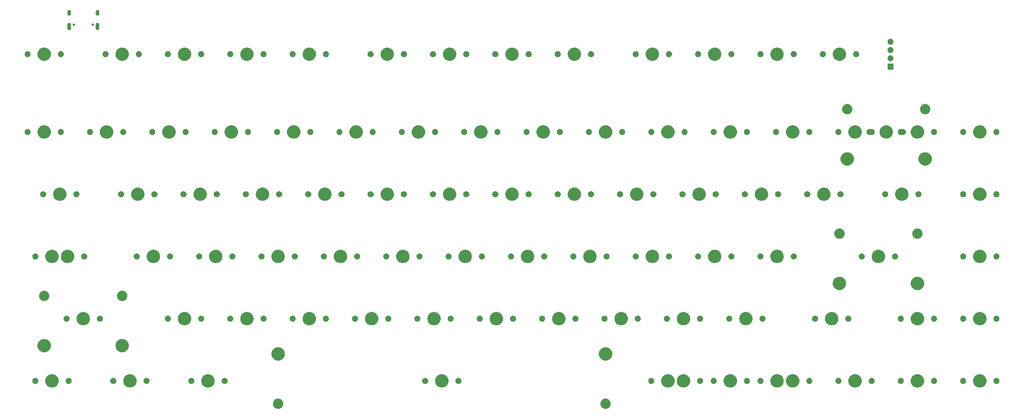
<source format=gbr>
G04 #@! TF.GenerationSoftware,KiCad,Pcbnew,(5.1.4)-1*
G04 #@! TF.CreationDate,2021-01-05T22:26:20-08:00*
G04 #@! TF.ProjectId,Seck_C_75,5365636b-5f43-45f3-9735-2e6b69636164,rev?*
G04 #@! TF.SameCoordinates,Original*
G04 #@! TF.FileFunction,Soldermask,Top*
G04 #@! TF.FilePolarity,Negative*
%FSLAX46Y46*%
G04 Gerber Fmt 4.6, Leading zero omitted, Abs format (unit mm)*
G04 Created by KiCad (PCBNEW (5.1.4)-1) date 2021-01-05 22:26:20*
%MOMM*%
%LPD*%
G04 APERTURE LIST*
%ADD10C,0.100000*%
G04 APERTURE END LIST*
D10*
G36*
X193334311Y-125326776D02*
G01*
X193453037Y-125375954D01*
X193620941Y-125445502D01*
X193620942Y-125445503D01*
X193878904Y-125617867D01*
X194098283Y-125837246D01*
X194213453Y-126009611D01*
X194270648Y-126095209D01*
X194389374Y-126381840D01*
X194449900Y-126686125D01*
X194449900Y-126996375D01*
X194389374Y-127300660D01*
X194270648Y-127587291D01*
X194270647Y-127587292D01*
X194098283Y-127845254D01*
X193878904Y-128064633D01*
X193706539Y-128179803D01*
X193620941Y-128236998D01*
X193453037Y-128306546D01*
X193334311Y-128355724D01*
X193030025Y-128416250D01*
X192719775Y-128416250D01*
X192415489Y-128355724D01*
X192296763Y-128306546D01*
X192128859Y-128236998D01*
X192043261Y-128179803D01*
X191870896Y-128064633D01*
X191651517Y-127845254D01*
X191479153Y-127587292D01*
X191479152Y-127587291D01*
X191360426Y-127300660D01*
X191299900Y-126996375D01*
X191299900Y-126686125D01*
X191360426Y-126381840D01*
X191479152Y-126095209D01*
X191536347Y-126009611D01*
X191651517Y-125837246D01*
X191870896Y-125617867D01*
X192128858Y-125445503D01*
X192128859Y-125445502D01*
X192296763Y-125375954D01*
X192415489Y-125326776D01*
X192719775Y-125266250D01*
X193030025Y-125266250D01*
X193334311Y-125326776D01*
X193334311Y-125326776D01*
G37*
G36*
X93334511Y-125326776D02*
G01*
X93453237Y-125375954D01*
X93621141Y-125445502D01*
X93621142Y-125445503D01*
X93879104Y-125617867D01*
X94098483Y-125837246D01*
X94213653Y-126009611D01*
X94270848Y-126095209D01*
X94389574Y-126381840D01*
X94450100Y-126686125D01*
X94450100Y-126996375D01*
X94389574Y-127300660D01*
X94270848Y-127587291D01*
X94270847Y-127587292D01*
X94098483Y-127845254D01*
X93879104Y-128064633D01*
X93706739Y-128179803D01*
X93621141Y-128236998D01*
X93453237Y-128306546D01*
X93334511Y-128355724D01*
X93030225Y-128416250D01*
X92719975Y-128416250D01*
X92415689Y-128355724D01*
X92296963Y-128306546D01*
X92129059Y-128236998D01*
X92043461Y-128179803D01*
X91871096Y-128064633D01*
X91651717Y-127845254D01*
X91479353Y-127587292D01*
X91479352Y-127587291D01*
X91360626Y-127300660D01*
X91300100Y-126996375D01*
X91300100Y-126686125D01*
X91360626Y-126381840D01*
X91479352Y-126095209D01*
X91536547Y-126009611D01*
X91651717Y-125837246D01*
X91871096Y-125617867D01*
X92129058Y-125445503D01*
X92129059Y-125445502D01*
X92296963Y-125375954D01*
X92415689Y-125326776D01*
X92719975Y-125266250D01*
X93030225Y-125266250D01*
X93334511Y-125326776D01*
X93334511Y-125326776D01*
G37*
G36*
X307777724Y-117889934D02*
G01*
X307995724Y-117980233D01*
X308149873Y-118044083D01*
X308484798Y-118267873D01*
X308769627Y-118552702D01*
X308993417Y-118887627D01*
X309025812Y-118965836D01*
X309147566Y-119259776D01*
X309226150Y-119654844D01*
X309226150Y-120057656D01*
X309147566Y-120452724D01*
X309096701Y-120575522D01*
X308993417Y-120824873D01*
X308769627Y-121159798D01*
X308484798Y-121444627D01*
X308149873Y-121668417D01*
X307995724Y-121732267D01*
X307777724Y-121822566D01*
X307382656Y-121901150D01*
X306979844Y-121901150D01*
X306584776Y-121822566D01*
X306366776Y-121732267D01*
X306212627Y-121668417D01*
X305877702Y-121444627D01*
X305592873Y-121159798D01*
X305369083Y-120824873D01*
X305265799Y-120575522D01*
X305214934Y-120452724D01*
X305136350Y-120057656D01*
X305136350Y-119654844D01*
X305214934Y-119259776D01*
X305336688Y-118965836D01*
X305369083Y-118887627D01*
X305592873Y-118552702D01*
X305877702Y-118267873D01*
X306212627Y-118044083D01*
X306366776Y-117980233D01*
X306584776Y-117889934D01*
X306979844Y-117811350D01*
X307382656Y-117811350D01*
X307777724Y-117889934D01*
X307777724Y-117889934D01*
G37*
G36*
X217290224Y-117889934D02*
G01*
X217508224Y-117980233D01*
X217662373Y-118044083D01*
X217997298Y-118267873D01*
X218282127Y-118552702D01*
X218505917Y-118887627D01*
X218538312Y-118965836D01*
X218660066Y-119259776D01*
X218738650Y-119654844D01*
X218738650Y-120057656D01*
X218660066Y-120452724D01*
X218609201Y-120575522D01*
X218505917Y-120824873D01*
X218282127Y-121159798D01*
X217997298Y-121444627D01*
X217662373Y-121668417D01*
X217508224Y-121732267D01*
X217290224Y-121822566D01*
X216895156Y-121901150D01*
X216492344Y-121901150D01*
X216097276Y-121822566D01*
X215879276Y-121732267D01*
X215725127Y-121668417D01*
X215390202Y-121444627D01*
X215105373Y-121159798D01*
X214881583Y-120824873D01*
X214778299Y-120575522D01*
X214727434Y-120452724D01*
X214648850Y-120057656D01*
X214648850Y-119654844D01*
X214727434Y-119259776D01*
X214849188Y-118965836D01*
X214881583Y-118887627D01*
X215105373Y-118552702D01*
X215390202Y-118267873D01*
X215725127Y-118044083D01*
X215879276Y-117980233D01*
X216097276Y-117889934D01*
X216492344Y-117811350D01*
X216895156Y-117811350D01*
X217290224Y-117889934D01*
X217290224Y-117889934D01*
G37*
G36*
X288727724Y-117889934D02*
G01*
X288945724Y-117980233D01*
X289099873Y-118044083D01*
X289434798Y-118267873D01*
X289719627Y-118552702D01*
X289943417Y-118887627D01*
X289975812Y-118965836D01*
X290097566Y-119259776D01*
X290176150Y-119654844D01*
X290176150Y-120057656D01*
X290097566Y-120452724D01*
X290046701Y-120575522D01*
X289943417Y-120824873D01*
X289719627Y-121159798D01*
X289434798Y-121444627D01*
X289099873Y-121668417D01*
X288945724Y-121732267D01*
X288727724Y-121822566D01*
X288332656Y-121901150D01*
X287929844Y-121901150D01*
X287534776Y-121822566D01*
X287316776Y-121732267D01*
X287162627Y-121668417D01*
X286827702Y-121444627D01*
X286542873Y-121159798D01*
X286319083Y-120824873D01*
X286215799Y-120575522D01*
X286164934Y-120452724D01*
X286086350Y-120057656D01*
X286086350Y-119654844D01*
X286164934Y-119259776D01*
X286286688Y-118965836D01*
X286319083Y-118887627D01*
X286542873Y-118552702D01*
X286827702Y-118267873D01*
X287162627Y-118044083D01*
X287316776Y-117980233D01*
X287534776Y-117889934D01*
X287929844Y-117811350D01*
X288332656Y-117811350D01*
X288727724Y-117889934D01*
X288727724Y-117889934D01*
G37*
G36*
X269677724Y-117889934D02*
G01*
X269895724Y-117980233D01*
X270049873Y-118044083D01*
X270384798Y-118267873D01*
X270669627Y-118552702D01*
X270893417Y-118887627D01*
X270925812Y-118965836D01*
X271047566Y-119259776D01*
X271126150Y-119654844D01*
X271126150Y-120057656D01*
X271047566Y-120452724D01*
X270996701Y-120575522D01*
X270893417Y-120824873D01*
X270669627Y-121159798D01*
X270384798Y-121444627D01*
X270049873Y-121668417D01*
X269895724Y-121732267D01*
X269677724Y-121822566D01*
X269282656Y-121901150D01*
X268879844Y-121901150D01*
X268484776Y-121822566D01*
X268266776Y-121732267D01*
X268112627Y-121668417D01*
X267777702Y-121444627D01*
X267492873Y-121159798D01*
X267269083Y-120824873D01*
X267165799Y-120575522D01*
X267114934Y-120452724D01*
X267036350Y-120057656D01*
X267036350Y-119654844D01*
X267114934Y-119259776D01*
X267236688Y-118965836D01*
X267269083Y-118887627D01*
X267492873Y-118552702D01*
X267777702Y-118267873D01*
X268112627Y-118044083D01*
X268266776Y-117980233D01*
X268484776Y-117889934D01*
X268879844Y-117811350D01*
X269282656Y-117811350D01*
X269677724Y-117889934D01*
X269677724Y-117889934D01*
G37*
G36*
X250627724Y-117889934D02*
G01*
X250845724Y-117980233D01*
X250999873Y-118044083D01*
X251334798Y-118267873D01*
X251619627Y-118552702D01*
X251843417Y-118887627D01*
X251875812Y-118965836D01*
X251997566Y-119259776D01*
X252076150Y-119654844D01*
X252076150Y-120057656D01*
X251997566Y-120452724D01*
X251946701Y-120575522D01*
X251843417Y-120824873D01*
X251619627Y-121159798D01*
X251334798Y-121444627D01*
X250999873Y-121668417D01*
X250845724Y-121732267D01*
X250627724Y-121822566D01*
X250232656Y-121901150D01*
X249829844Y-121901150D01*
X249434776Y-121822566D01*
X249216776Y-121732267D01*
X249062627Y-121668417D01*
X248727702Y-121444627D01*
X248442873Y-121159798D01*
X248219083Y-120824873D01*
X248115799Y-120575522D01*
X248064934Y-120452724D01*
X247986350Y-120057656D01*
X247986350Y-119654844D01*
X248064934Y-119259776D01*
X248186688Y-118965836D01*
X248219083Y-118887627D01*
X248442873Y-118552702D01*
X248727702Y-118267873D01*
X249062627Y-118044083D01*
X249216776Y-117980233D01*
X249434776Y-117889934D01*
X249829844Y-117811350D01*
X250232656Y-117811350D01*
X250627724Y-117889934D01*
X250627724Y-117889934D01*
G37*
G36*
X231577724Y-117889934D02*
G01*
X231795724Y-117980233D01*
X231949873Y-118044083D01*
X232284798Y-118267873D01*
X232569627Y-118552702D01*
X232793417Y-118887627D01*
X232825812Y-118965836D01*
X232947566Y-119259776D01*
X233026150Y-119654844D01*
X233026150Y-120057656D01*
X232947566Y-120452724D01*
X232896701Y-120575522D01*
X232793417Y-120824873D01*
X232569627Y-121159798D01*
X232284798Y-121444627D01*
X231949873Y-121668417D01*
X231795724Y-121732267D01*
X231577724Y-121822566D01*
X231182656Y-121901150D01*
X230779844Y-121901150D01*
X230384776Y-121822566D01*
X230166776Y-121732267D01*
X230012627Y-121668417D01*
X229677702Y-121444627D01*
X229392873Y-121159798D01*
X229169083Y-120824873D01*
X229065799Y-120575522D01*
X229014934Y-120452724D01*
X228936350Y-120057656D01*
X228936350Y-119654844D01*
X229014934Y-119259776D01*
X229136688Y-118965836D01*
X229169083Y-118887627D01*
X229392873Y-118552702D01*
X229677702Y-118267873D01*
X230012627Y-118044083D01*
X230166776Y-117980233D01*
X230384776Y-117889934D01*
X230779844Y-117811350D01*
X231182656Y-117811350D01*
X231577724Y-117889934D01*
X231577724Y-117889934D01*
G37*
G36*
X212527724Y-117889934D02*
G01*
X212745724Y-117980233D01*
X212899873Y-118044083D01*
X213234798Y-118267873D01*
X213519627Y-118552702D01*
X213743417Y-118887627D01*
X213775812Y-118965836D01*
X213897566Y-119259776D01*
X213976150Y-119654844D01*
X213976150Y-120057656D01*
X213897566Y-120452724D01*
X213846701Y-120575522D01*
X213743417Y-120824873D01*
X213519627Y-121159798D01*
X213234798Y-121444627D01*
X212899873Y-121668417D01*
X212745724Y-121732267D01*
X212527724Y-121822566D01*
X212132656Y-121901150D01*
X211729844Y-121901150D01*
X211334776Y-121822566D01*
X211116776Y-121732267D01*
X210962627Y-121668417D01*
X210627702Y-121444627D01*
X210342873Y-121159798D01*
X210119083Y-120824873D01*
X210015799Y-120575522D01*
X209964934Y-120452724D01*
X209886350Y-120057656D01*
X209886350Y-119654844D01*
X209964934Y-119259776D01*
X210086688Y-118965836D01*
X210119083Y-118887627D01*
X210342873Y-118552702D01*
X210627702Y-118267873D01*
X210962627Y-118044083D01*
X211116776Y-117980233D01*
X211334776Y-117889934D01*
X211729844Y-117811350D01*
X212132656Y-117811350D01*
X212527724Y-117889934D01*
X212527724Y-117889934D01*
G37*
G36*
X143471474Y-117889934D02*
G01*
X143689474Y-117980233D01*
X143843623Y-118044083D01*
X144178548Y-118267873D01*
X144463377Y-118552702D01*
X144687167Y-118887627D01*
X144719562Y-118965836D01*
X144841316Y-119259776D01*
X144919900Y-119654844D01*
X144919900Y-120057656D01*
X144841316Y-120452724D01*
X144790451Y-120575522D01*
X144687167Y-120824873D01*
X144463377Y-121159798D01*
X144178548Y-121444627D01*
X143843623Y-121668417D01*
X143689474Y-121732267D01*
X143471474Y-121822566D01*
X143076406Y-121901150D01*
X142673594Y-121901150D01*
X142278526Y-121822566D01*
X142060526Y-121732267D01*
X141906377Y-121668417D01*
X141571452Y-121444627D01*
X141286623Y-121159798D01*
X141062833Y-120824873D01*
X140959549Y-120575522D01*
X140908684Y-120452724D01*
X140830100Y-120057656D01*
X140830100Y-119654844D01*
X140908684Y-119259776D01*
X141030438Y-118965836D01*
X141062833Y-118887627D01*
X141286623Y-118552702D01*
X141571452Y-118267873D01*
X141906377Y-118044083D01*
X142060526Y-117980233D01*
X142278526Y-117889934D01*
X142673594Y-117811350D01*
X143076406Y-117811350D01*
X143471474Y-117889934D01*
X143471474Y-117889934D01*
G37*
G36*
X72033974Y-117889934D02*
G01*
X72251974Y-117980233D01*
X72406123Y-118044083D01*
X72741048Y-118267873D01*
X73025877Y-118552702D01*
X73249667Y-118887627D01*
X73282062Y-118965836D01*
X73403816Y-119259776D01*
X73482400Y-119654844D01*
X73482400Y-120057656D01*
X73403816Y-120452724D01*
X73352951Y-120575522D01*
X73249667Y-120824873D01*
X73025877Y-121159798D01*
X72741048Y-121444627D01*
X72406123Y-121668417D01*
X72251974Y-121732267D01*
X72033974Y-121822566D01*
X71638906Y-121901150D01*
X71236094Y-121901150D01*
X70841026Y-121822566D01*
X70623026Y-121732267D01*
X70468877Y-121668417D01*
X70133952Y-121444627D01*
X69849123Y-121159798D01*
X69625333Y-120824873D01*
X69522049Y-120575522D01*
X69471184Y-120452724D01*
X69392600Y-120057656D01*
X69392600Y-119654844D01*
X69471184Y-119259776D01*
X69592938Y-118965836D01*
X69625333Y-118887627D01*
X69849123Y-118552702D01*
X70133952Y-118267873D01*
X70468877Y-118044083D01*
X70623026Y-117980233D01*
X70841026Y-117889934D01*
X71236094Y-117811350D01*
X71638906Y-117811350D01*
X72033974Y-117889934D01*
X72033974Y-117889934D01*
G37*
G36*
X48221474Y-117889934D02*
G01*
X48439474Y-117980233D01*
X48593623Y-118044083D01*
X48928548Y-118267873D01*
X49213377Y-118552702D01*
X49437167Y-118887627D01*
X49469562Y-118965836D01*
X49591316Y-119259776D01*
X49669900Y-119654844D01*
X49669900Y-120057656D01*
X49591316Y-120452724D01*
X49540451Y-120575522D01*
X49437167Y-120824873D01*
X49213377Y-121159798D01*
X48928548Y-121444627D01*
X48593623Y-121668417D01*
X48439474Y-121732267D01*
X48221474Y-121822566D01*
X47826406Y-121901150D01*
X47423594Y-121901150D01*
X47028526Y-121822566D01*
X46810526Y-121732267D01*
X46656377Y-121668417D01*
X46321452Y-121444627D01*
X46036623Y-121159798D01*
X45812833Y-120824873D01*
X45709549Y-120575522D01*
X45658684Y-120452724D01*
X45580100Y-120057656D01*
X45580100Y-119654844D01*
X45658684Y-119259776D01*
X45780438Y-118965836D01*
X45812833Y-118887627D01*
X46036623Y-118552702D01*
X46321452Y-118267873D01*
X46656377Y-118044083D01*
X46810526Y-117980233D01*
X47028526Y-117889934D01*
X47423594Y-117811350D01*
X47826406Y-117811350D01*
X48221474Y-117889934D01*
X48221474Y-117889934D01*
G37*
G36*
X24408974Y-117889934D02*
G01*
X24626974Y-117980233D01*
X24781123Y-118044083D01*
X25116048Y-118267873D01*
X25400877Y-118552702D01*
X25624667Y-118887627D01*
X25657062Y-118965836D01*
X25778816Y-119259776D01*
X25857400Y-119654844D01*
X25857400Y-120057656D01*
X25778816Y-120452724D01*
X25727951Y-120575522D01*
X25624667Y-120824873D01*
X25400877Y-121159798D01*
X25116048Y-121444627D01*
X24781123Y-121668417D01*
X24626974Y-121732267D01*
X24408974Y-121822566D01*
X24013906Y-121901150D01*
X23611094Y-121901150D01*
X23216026Y-121822566D01*
X22998026Y-121732267D01*
X22843877Y-121668417D01*
X22508952Y-121444627D01*
X22224123Y-121159798D01*
X22000333Y-120824873D01*
X21897049Y-120575522D01*
X21846184Y-120452724D01*
X21767600Y-120057656D01*
X21767600Y-119654844D01*
X21846184Y-119259776D01*
X21967938Y-118965836D01*
X22000333Y-118887627D01*
X22224123Y-118552702D01*
X22508952Y-118267873D01*
X22843877Y-118044083D01*
X22998026Y-117980233D01*
X23216026Y-117889934D01*
X23611094Y-117811350D01*
X24013906Y-117811350D01*
X24408974Y-117889934D01*
X24408974Y-117889934D01*
G37*
G36*
X245865224Y-117889934D02*
G01*
X246083224Y-117980233D01*
X246237373Y-118044083D01*
X246572298Y-118267873D01*
X246857127Y-118552702D01*
X247080917Y-118887627D01*
X247113312Y-118965836D01*
X247235066Y-119259776D01*
X247313650Y-119654844D01*
X247313650Y-120057656D01*
X247235066Y-120452724D01*
X247184201Y-120575522D01*
X247080917Y-120824873D01*
X246857127Y-121159798D01*
X246572298Y-121444627D01*
X246237373Y-121668417D01*
X246083224Y-121732267D01*
X245865224Y-121822566D01*
X245470156Y-121901150D01*
X245067344Y-121901150D01*
X244672276Y-121822566D01*
X244454276Y-121732267D01*
X244300127Y-121668417D01*
X243965202Y-121444627D01*
X243680373Y-121159798D01*
X243456583Y-120824873D01*
X243353299Y-120575522D01*
X243302434Y-120452724D01*
X243223850Y-120057656D01*
X243223850Y-119654844D01*
X243302434Y-119259776D01*
X243424188Y-118965836D01*
X243456583Y-118887627D01*
X243680373Y-118552702D01*
X243965202Y-118267873D01*
X244300127Y-118044083D01*
X244454276Y-117980233D01*
X244672276Y-117889934D01*
X245067344Y-117811350D01*
X245470156Y-117811350D01*
X245865224Y-117889934D01*
X245865224Y-117889934D01*
G37*
G36*
X255381354Y-118965835D02*
G01*
X255549876Y-119035639D01*
X255701541Y-119136978D01*
X255830522Y-119265959D01*
X255931861Y-119417624D01*
X256001665Y-119586146D01*
X256037250Y-119765047D01*
X256037250Y-119947453D01*
X256001665Y-120126354D01*
X255931861Y-120294876D01*
X255830522Y-120446541D01*
X255701541Y-120575522D01*
X255549876Y-120676861D01*
X255381354Y-120746665D01*
X255202453Y-120782250D01*
X255020047Y-120782250D01*
X254841146Y-120746665D01*
X254672624Y-120676861D01*
X254520959Y-120575522D01*
X254391978Y-120446541D01*
X254290639Y-120294876D01*
X254220835Y-120126354D01*
X254185250Y-119947453D01*
X254185250Y-119765047D01*
X254220835Y-119586146D01*
X254290639Y-119417624D01*
X254391978Y-119265959D01*
X254520959Y-119136978D01*
X254672624Y-119035639D01*
X254841146Y-118965835D01*
X255020047Y-118930250D01*
X255202453Y-118930250D01*
X255381354Y-118965835D01*
X255381354Y-118965835D01*
G37*
G36*
X264271354Y-118965835D02*
G01*
X264439876Y-119035639D01*
X264591541Y-119136978D01*
X264720522Y-119265959D01*
X264821861Y-119417624D01*
X264891665Y-119586146D01*
X264927250Y-119765047D01*
X264927250Y-119947453D01*
X264891665Y-120126354D01*
X264821861Y-120294876D01*
X264720522Y-120446541D01*
X264591541Y-120575522D01*
X264439876Y-120676861D01*
X264271354Y-120746665D01*
X264092453Y-120782250D01*
X263910047Y-120782250D01*
X263731146Y-120746665D01*
X263562624Y-120676861D01*
X263410959Y-120575522D01*
X263281978Y-120446541D01*
X263180639Y-120294876D01*
X263110835Y-120126354D01*
X263075250Y-119947453D01*
X263075250Y-119765047D01*
X263110835Y-119586146D01*
X263180639Y-119417624D01*
X263281978Y-119265959D01*
X263410959Y-119136978D01*
X263562624Y-119035639D01*
X263731146Y-118965835D01*
X263910047Y-118930250D01*
X264092453Y-118930250D01*
X264271354Y-118965835D01*
X264271354Y-118965835D01*
G37*
G36*
X240458854Y-118965835D02*
G01*
X240627376Y-119035639D01*
X240779041Y-119136978D01*
X240908022Y-119265959D01*
X241009361Y-119417624D01*
X241079165Y-119586146D01*
X241114750Y-119765047D01*
X241114750Y-119947453D01*
X241079165Y-120126354D01*
X241009361Y-120294876D01*
X240908022Y-120446541D01*
X240779041Y-120575522D01*
X240627376Y-120676861D01*
X240458854Y-120746665D01*
X240279953Y-120782250D01*
X240097547Y-120782250D01*
X239918646Y-120746665D01*
X239750124Y-120676861D01*
X239598459Y-120575522D01*
X239469478Y-120446541D01*
X239368139Y-120294876D01*
X239298335Y-120126354D01*
X239262750Y-119947453D01*
X239262750Y-119765047D01*
X239298335Y-119586146D01*
X239368139Y-119417624D01*
X239469478Y-119265959D01*
X239598459Y-119136978D01*
X239750124Y-119035639D01*
X239918646Y-118965835D01*
X240097547Y-118930250D01*
X240279953Y-118930250D01*
X240458854Y-118965835D01*
X240458854Y-118965835D01*
G37*
G36*
X226171354Y-118965835D02*
G01*
X226339876Y-119035639D01*
X226491541Y-119136978D01*
X226620522Y-119265959D01*
X226721861Y-119417624D01*
X226791665Y-119586146D01*
X226827250Y-119765047D01*
X226827250Y-119947453D01*
X226791665Y-120126354D01*
X226721861Y-120294876D01*
X226620522Y-120446541D01*
X226491541Y-120575522D01*
X226339876Y-120676861D01*
X226171354Y-120746665D01*
X225992453Y-120782250D01*
X225810047Y-120782250D01*
X225631146Y-120746665D01*
X225462624Y-120676861D01*
X225310959Y-120575522D01*
X225181978Y-120446541D01*
X225080639Y-120294876D01*
X225010835Y-120126354D01*
X224975250Y-119947453D01*
X224975250Y-119765047D01*
X225010835Y-119586146D01*
X225080639Y-119417624D01*
X225181978Y-119265959D01*
X225310959Y-119136978D01*
X225462624Y-119035639D01*
X225631146Y-118965835D01*
X225810047Y-118930250D01*
X225992453Y-118930250D01*
X226171354Y-118965835D01*
X226171354Y-118965835D01*
G37*
G36*
X274431354Y-118965835D02*
G01*
X274599876Y-119035639D01*
X274751541Y-119136978D01*
X274880522Y-119265959D01*
X274981861Y-119417624D01*
X275051665Y-119586146D01*
X275087250Y-119765047D01*
X275087250Y-119947453D01*
X275051665Y-120126354D01*
X274981861Y-120294876D01*
X274880522Y-120446541D01*
X274751541Y-120575522D01*
X274599876Y-120676861D01*
X274431354Y-120746665D01*
X274252453Y-120782250D01*
X274070047Y-120782250D01*
X273891146Y-120746665D01*
X273722624Y-120676861D01*
X273570959Y-120575522D01*
X273441978Y-120446541D01*
X273340639Y-120294876D01*
X273270835Y-120126354D01*
X273235250Y-119947453D01*
X273235250Y-119765047D01*
X273270835Y-119586146D01*
X273340639Y-119417624D01*
X273441978Y-119265959D01*
X273570959Y-119136978D01*
X273722624Y-119035639D01*
X273891146Y-118965835D01*
X274070047Y-118930250D01*
X274252453Y-118930250D01*
X274431354Y-118965835D01*
X274431354Y-118965835D01*
G37*
G36*
X312531354Y-118965835D02*
G01*
X312699876Y-119035639D01*
X312851541Y-119136978D01*
X312980522Y-119265959D01*
X313081861Y-119417624D01*
X313151665Y-119586146D01*
X313187250Y-119765047D01*
X313187250Y-119947453D01*
X313151665Y-120126354D01*
X313081861Y-120294876D01*
X312980522Y-120446541D01*
X312851541Y-120575522D01*
X312699876Y-120676861D01*
X312531354Y-120746665D01*
X312352453Y-120782250D01*
X312170047Y-120782250D01*
X311991146Y-120746665D01*
X311822624Y-120676861D01*
X311670959Y-120575522D01*
X311541978Y-120446541D01*
X311440639Y-120294876D01*
X311370835Y-120126354D01*
X311335250Y-119947453D01*
X311335250Y-119765047D01*
X311370835Y-119586146D01*
X311440639Y-119417624D01*
X311541978Y-119265959D01*
X311670959Y-119136978D01*
X311822624Y-119035639D01*
X311991146Y-118965835D01*
X312170047Y-118930250D01*
X312352453Y-118930250D01*
X312531354Y-118965835D01*
X312531354Y-118965835D01*
G37*
G36*
X302371354Y-118965835D02*
G01*
X302539876Y-119035639D01*
X302691541Y-119136978D01*
X302820522Y-119265959D01*
X302921861Y-119417624D01*
X302991665Y-119586146D01*
X303027250Y-119765047D01*
X303027250Y-119947453D01*
X302991665Y-120126354D01*
X302921861Y-120294876D01*
X302820522Y-120446541D01*
X302691541Y-120575522D01*
X302539876Y-120676861D01*
X302371354Y-120746665D01*
X302192453Y-120782250D01*
X302010047Y-120782250D01*
X301831146Y-120746665D01*
X301662624Y-120676861D01*
X301510959Y-120575522D01*
X301381978Y-120446541D01*
X301280639Y-120294876D01*
X301210835Y-120126354D01*
X301175250Y-119947453D01*
X301175250Y-119765047D01*
X301210835Y-119586146D01*
X301280639Y-119417624D01*
X301381978Y-119265959D01*
X301510959Y-119136978D01*
X301662624Y-119035639D01*
X301831146Y-118965835D01*
X302010047Y-118930250D01*
X302192453Y-118930250D01*
X302371354Y-118965835D01*
X302371354Y-118965835D01*
G37*
G36*
X293481354Y-118965835D02*
G01*
X293649876Y-119035639D01*
X293801541Y-119136978D01*
X293930522Y-119265959D01*
X294031861Y-119417624D01*
X294101665Y-119586146D01*
X294137250Y-119765047D01*
X294137250Y-119947453D01*
X294101665Y-120126354D01*
X294031861Y-120294876D01*
X293930522Y-120446541D01*
X293801541Y-120575522D01*
X293649876Y-120676861D01*
X293481354Y-120746665D01*
X293302453Y-120782250D01*
X293120047Y-120782250D01*
X292941146Y-120746665D01*
X292772624Y-120676861D01*
X292620959Y-120575522D01*
X292491978Y-120446541D01*
X292390639Y-120294876D01*
X292320835Y-120126354D01*
X292285250Y-119947453D01*
X292285250Y-119765047D01*
X292320835Y-119586146D01*
X292390639Y-119417624D01*
X292491978Y-119265959D01*
X292620959Y-119136978D01*
X292772624Y-119035639D01*
X292941146Y-118965835D01*
X293120047Y-118930250D01*
X293302453Y-118930250D01*
X293481354Y-118965835D01*
X293481354Y-118965835D01*
G37*
G36*
X283321354Y-118965835D02*
G01*
X283489876Y-119035639D01*
X283641541Y-119136978D01*
X283770522Y-119265959D01*
X283871861Y-119417624D01*
X283941665Y-119586146D01*
X283977250Y-119765047D01*
X283977250Y-119947453D01*
X283941665Y-120126354D01*
X283871861Y-120294876D01*
X283770522Y-120446541D01*
X283641541Y-120575522D01*
X283489876Y-120676861D01*
X283321354Y-120746665D01*
X283142453Y-120782250D01*
X282960047Y-120782250D01*
X282781146Y-120746665D01*
X282612624Y-120676861D01*
X282460959Y-120575522D01*
X282331978Y-120446541D01*
X282230639Y-120294876D01*
X282160835Y-120126354D01*
X282125250Y-119947453D01*
X282125250Y-119765047D01*
X282160835Y-119586146D01*
X282230639Y-119417624D01*
X282331978Y-119265959D01*
X282460959Y-119136978D01*
X282612624Y-119035639D01*
X282781146Y-118965835D01*
X282960047Y-118930250D01*
X283142453Y-118930250D01*
X283321354Y-118965835D01*
X283321354Y-118965835D01*
G37*
G36*
X222043854Y-118965835D02*
G01*
X222212376Y-119035639D01*
X222364041Y-119136978D01*
X222493022Y-119265959D01*
X222594361Y-119417624D01*
X222664165Y-119586146D01*
X222699750Y-119765047D01*
X222699750Y-119947453D01*
X222664165Y-120126354D01*
X222594361Y-120294876D01*
X222493022Y-120446541D01*
X222364041Y-120575522D01*
X222212376Y-120676861D01*
X222043854Y-120746665D01*
X221864953Y-120782250D01*
X221682547Y-120782250D01*
X221503646Y-120746665D01*
X221335124Y-120676861D01*
X221183459Y-120575522D01*
X221054478Y-120446541D01*
X220953139Y-120294876D01*
X220883335Y-120126354D01*
X220847750Y-119947453D01*
X220847750Y-119765047D01*
X220883335Y-119586146D01*
X220953139Y-119417624D01*
X221054478Y-119265959D01*
X221183459Y-119136978D01*
X221335124Y-119035639D01*
X221503646Y-118965835D01*
X221682547Y-118930250D01*
X221864953Y-118930250D01*
X222043854Y-118965835D01*
X222043854Y-118965835D01*
G37*
G36*
X207121354Y-118965835D02*
G01*
X207289876Y-119035639D01*
X207441541Y-119136978D01*
X207570522Y-119265959D01*
X207671861Y-119417624D01*
X207741665Y-119586146D01*
X207777250Y-119765047D01*
X207777250Y-119947453D01*
X207741665Y-120126354D01*
X207671861Y-120294876D01*
X207570522Y-120446541D01*
X207441541Y-120575522D01*
X207289876Y-120676861D01*
X207121354Y-120746665D01*
X206942453Y-120782250D01*
X206760047Y-120782250D01*
X206581146Y-120746665D01*
X206412624Y-120676861D01*
X206260959Y-120575522D01*
X206131978Y-120446541D01*
X206030639Y-120294876D01*
X205960835Y-120126354D01*
X205925250Y-119947453D01*
X205925250Y-119765047D01*
X205960835Y-119586146D01*
X206030639Y-119417624D01*
X206131978Y-119265959D01*
X206260959Y-119136978D01*
X206412624Y-119035639D01*
X206581146Y-118965835D01*
X206760047Y-118930250D01*
X206942453Y-118930250D01*
X207121354Y-118965835D01*
X207121354Y-118965835D01*
G37*
G36*
X236331354Y-118965835D02*
G01*
X236499876Y-119035639D01*
X236651541Y-119136978D01*
X236780522Y-119265959D01*
X236881861Y-119417624D01*
X236951665Y-119586146D01*
X236987250Y-119765047D01*
X236987250Y-119947453D01*
X236951665Y-120126354D01*
X236881861Y-120294876D01*
X236780522Y-120446541D01*
X236651541Y-120575522D01*
X236499876Y-120676861D01*
X236331354Y-120746665D01*
X236152453Y-120782250D01*
X235970047Y-120782250D01*
X235791146Y-120746665D01*
X235622624Y-120676861D01*
X235470959Y-120575522D01*
X235341978Y-120446541D01*
X235240639Y-120294876D01*
X235170835Y-120126354D01*
X235135250Y-119947453D01*
X235135250Y-119765047D01*
X235170835Y-119586146D01*
X235240639Y-119417624D01*
X235341978Y-119265959D01*
X235470959Y-119136978D01*
X235622624Y-119035639D01*
X235791146Y-118965835D01*
X235970047Y-118930250D01*
X236152453Y-118930250D01*
X236331354Y-118965835D01*
X236331354Y-118965835D01*
G37*
G36*
X52975104Y-118965835D02*
G01*
X53143626Y-119035639D01*
X53295291Y-119136978D01*
X53424272Y-119265959D01*
X53525611Y-119417624D01*
X53595415Y-119586146D01*
X53631000Y-119765047D01*
X53631000Y-119947453D01*
X53595415Y-120126354D01*
X53525611Y-120294876D01*
X53424272Y-120446541D01*
X53295291Y-120575522D01*
X53143626Y-120676861D01*
X52975104Y-120746665D01*
X52796203Y-120782250D01*
X52613797Y-120782250D01*
X52434896Y-120746665D01*
X52266374Y-120676861D01*
X52114709Y-120575522D01*
X51985728Y-120446541D01*
X51884389Y-120294876D01*
X51814585Y-120126354D01*
X51779000Y-119947453D01*
X51779000Y-119765047D01*
X51814585Y-119586146D01*
X51884389Y-119417624D01*
X51985728Y-119265959D01*
X52114709Y-119136978D01*
X52266374Y-119035639D01*
X52434896Y-118965835D01*
X52613797Y-118930250D01*
X52796203Y-118930250D01*
X52975104Y-118965835D01*
X52975104Y-118965835D01*
G37*
G36*
X66627604Y-118965835D02*
G01*
X66796126Y-119035639D01*
X66947791Y-119136978D01*
X67076772Y-119265959D01*
X67178111Y-119417624D01*
X67247915Y-119586146D01*
X67283500Y-119765047D01*
X67283500Y-119947453D01*
X67247915Y-120126354D01*
X67178111Y-120294876D01*
X67076772Y-120446541D01*
X66947791Y-120575522D01*
X66796126Y-120676861D01*
X66627604Y-120746665D01*
X66448703Y-120782250D01*
X66266297Y-120782250D01*
X66087396Y-120746665D01*
X65918874Y-120676861D01*
X65767209Y-120575522D01*
X65638228Y-120446541D01*
X65536889Y-120294876D01*
X65467085Y-120126354D01*
X65431500Y-119947453D01*
X65431500Y-119765047D01*
X65467085Y-119586146D01*
X65536889Y-119417624D01*
X65638228Y-119265959D01*
X65767209Y-119136978D01*
X65918874Y-119035639D01*
X66087396Y-118965835D01*
X66266297Y-118930250D01*
X66448703Y-118930250D01*
X66627604Y-118965835D01*
X66627604Y-118965835D01*
G37*
G36*
X76787604Y-118965835D02*
G01*
X76956126Y-119035639D01*
X77107791Y-119136978D01*
X77236772Y-119265959D01*
X77338111Y-119417624D01*
X77407915Y-119586146D01*
X77443500Y-119765047D01*
X77443500Y-119947453D01*
X77407915Y-120126354D01*
X77338111Y-120294876D01*
X77236772Y-120446541D01*
X77107791Y-120575522D01*
X76956126Y-120676861D01*
X76787604Y-120746665D01*
X76608703Y-120782250D01*
X76426297Y-120782250D01*
X76247396Y-120746665D01*
X76078874Y-120676861D01*
X75927209Y-120575522D01*
X75798228Y-120446541D01*
X75696889Y-120294876D01*
X75627085Y-120126354D01*
X75591500Y-119947453D01*
X75591500Y-119765047D01*
X75627085Y-119586146D01*
X75696889Y-119417624D01*
X75798228Y-119265959D01*
X75927209Y-119136978D01*
X76078874Y-119035639D01*
X76247396Y-118965835D01*
X76426297Y-118930250D01*
X76608703Y-118930250D01*
X76787604Y-118965835D01*
X76787604Y-118965835D01*
G37*
G36*
X42815104Y-118965835D02*
G01*
X42983626Y-119035639D01*
X43135291Y-119136978D01*
X43264272Y-119265959D01*
X43365611Y-119417624D01*
X43435415Y-119586146D01*
X43471000Y-119765047D01*
X43471000Y-119947453D01*
X43435415Y-120126354D01*
X43365611Y-120294876D01*
X43264272Y-120446541D01*
X43135291Y-120575522D01*
X42983626Y-120676861D01*
X42815104Y-120746665D01*
X42636203Y-120782250D01*
X42453797Y-120782250D01*
X42274896Y-120746665D01*
X42106374Y-120676861D01*
X41954709Y-120575522D01*
X41825728Y-120446541D01*
X41724389Y-120294876D01*
X41654585Y-120126354D01*
X41619000Y-119947453D01*
X41619000Y-119765047D01*
X41654585Y-119586146D01*
X41724389Y-119417624D01*
X41825728Y-119265959D01*
X41954709Y-119136978D01*
X42106374Y-119035639D01*
X42274896Y-118965835D01*
X42453797Y-118930250D01*
X42636203Y-118930250D01*
X42815104Y-118965835D01*
X42815104Y-118965835D01*
G37*
G36*
X138065104Y-118965835D02*
G01*
X138233626Y-119035639D01*
X138385291Y-119136978D01*
X138514272Y-119265959D01*
X138615611Y-119417624D01*
X138685415Y-119586146D01*
X138721000Y-119765047D01*
X138721000Y-119947453D01*
X138685415Y-120126354D01*
X138615611Y-120294876D01*
X138514272Y-120446541D01*
X138385291Y-120575522D01*
X138233626Y-120676861D01*
X138065104Y-120746665D01*
X137886203Y-120782250D01*
X137703797Y-120782250D01*
X137524896Y-120746665D01*
X137356374Y-120676861D01*
X137204709Y-120575522D01*
X137075728Y-120446541D01*
X136974389Y-120294876D01*
X136904585Y-120126354D01*
X136869000Y-119947453D01*
X136869000Y-119765047D01*
X136904585Y-119586146D01*
X136974389Y-119417624D01*
X137075728Y-119265959D01*
X137204709Y-119136978D01*
X137356374Y-119035639D01*
X137524896Y-118965835D01*
X137703797Y-118930250D01*
X137886203Y-118930250D01*
X138065104Y-118965835D01*
X138065104Y-118965835D01*
G37*
G36*
X148225104Y-118965835D02*
G01*
X148393626Y-119035639D01*
X148545291Y-119136978D01*
X148674272Y-119265959D01*
X148775611Y-119417624D01*
X148845415Y-119586146D01*
X148881000Y-119765047D01*
X148881000Y-119947453D01*
X148845415Y-120126354D01*
X148775611Y-120294876D01*
X148674272Y-120446541D01*
X148545291Y-120575522D01*
X148393626Y-120676861D01*
X148225104Y-120746665D01*
X148046203Y-120782250D01*
X147863797Y-120782250D01*
X147684896Y-120746665D01*
X147516374Y-120676861D01*
X147364709Y-120575522D01*
X147235728Y-120446541D01*
X147134389Y-120294876D01*
X147064585Y-120126354D01*
X147029000Y-119947453D01*
X147029000Y-119765047D01*
X147064585Y-119586146D01*
X147134389Y-119417624D01*
X147235728Y-119265959D01*
X147364709Y-119136978D01*
X147516374Y-119035639D01*
X147684896Y-118965835D01*
X147863797Y-118930250D01*
X148046203Y-118930250D01*
X148225104Y-118965835D01*
X148225104Y-118965835D01*
G37*
G36*
X29162604Y-118965835D02*
G01*
X29331126Y-119035639D01*
X29482791Y-119136978D01*
X29611772Y-119265959D01*
X29713111Y-119417624D01*
X29782915Y-119586146D01*
X29818500Y-119765047D01*
X29818500Y-119947453D01*
X29782915Y-120126354D01*
X29713111Y-120294876D01*
X29611772Y-120446541D01*
X29482791Y-120575522D01*
X29331126Y-120676861D01*
X29162604Y-120746665D01*
X28983703Y-120782250D01*
X28801297Y-120782250D01*
X28622396Y-120746665D01*
X28453874Y-120676861D01*
X28302209Y-120575522D01*
X28173228Y-120446541D01*
X28071889Y-120294876D01*
X28002085Y-120126354D01*
X27966500Y-119947453D01*
X27966500Y-119765047D01*
X28002085Y-119586146D01*
X28071889Y-119417624D01*
X28173228Y-119265959D01*
X28302209Y-119136978D01*
X28453874Y-119035639D01*
X28622396Y-118965835D01*
X28801297Y-118930250D01*
X28983703Y-118930250D01*
X29162604Y-118965835D01*
X29162604Y-118965835D01*
G37*
G36*
X19002604Y-118965835D02*
G01*
X19171126Y-119035639D01*
X19322791Y-119136978D01*
X19451772Y-119265959D01*
X19553111Y-119417624D01*
X19622915Y-119586146D01*
X19658500Y-119765047D01*
X19658500Y-119947453D01*
X19622915Y-120126354D01*
X19553111Y-120294876D01*
X19451772Y-120446541D01*
X19322791Y-120575522D01*
X19171126Y-120676861D01*
X19002604Y-120746665D01*
X18823703Y-120782250D01*
X18641297Y-120782250D01*
X18462396Y-120746665D01*
X18293874Y-120676861D01*
X18142209Y-120575522D01*
X18013228Y-120446541D01*
X17911889Y-120294876D01*
X17842085Y-120126354D01*
X17806500Y-119947453D01*
X17806500Y-119765047D01*
X17842085Y-119586146D01*
X17911889Y-119417624D01*
X18013228Y-119265959D01*
X18142209Y-119136978D01*
X18293874Y-119035639D01*
X18462396Y-118965835D01*
X18641297Y-118930250D01*
X18823703Y-118930250D01*
X19002604Y-118965835D01*
X19002604Y-118965835D01*
G37*
G36*
X93471574Y-109634934D02*
G01*
X93689574Y-109725233D01*
X93843723Y-109789083D01*
X94178648Y-110012873D01*
X94463477Y-110297702D01*
X94687267Y-110632627D01*
X94751117Y-110786776D01*
X94841416Y-111004776D01*
X94920000Y-111399844D01*
X94920000Y-111802656D01*
X94841416Y-112197724D01*
X94751117Y-112415724D01*
X94687267Y-112569873D01*
X94463477Y-112904798D01*
X94178648Y-113189627D01*
X93843723Y-113413417D01*
X93689574Y-113477267D01*
X93471574Y-113567566D01*
X93076506Y-113646150D01*
X92673694Y-113646150D01*
X92278626Y-113567566D01*
X92060626Y-113477267D01*
X91906477Y-113413417D01*
X91571552Y-113189627D01*
X91286723Y-112904798D01*
X91062933Y-112569873D01*
X90999083Y-112415724D01*
X90908784Y-112197724D01*
X90830200Y-111802656D01*
X90830200Y-111399844D01*
X90908784Y-111004776D01*
X90999083Y-110786776D01*
X91062933Y-110632627D01*
X91286723Y-110297702D01*
X91571552Y-110012873D01*
X91906477Y-109789083D01*
X92060626Y-109725233D01*
X92278626Y-109634934D01*
X92673694Y-109556350D01*
X93076506Y-109556350D01*
X93471574Y-109634934D01*
X93471574Y-109634934D01*
G37*
G36*
X193471374Y-109634934D02*
G01*
X193689374Y-109725233D01*
X193843523Y-109789083D01*
X194178448Y-110012873D01*
X194463277Y-110297702D01*
X194687067Y-110632627D01*
X194750917Y-110786776D01*
X194841216Y-111004776D01*
X194919800Y-111399844D01*
X194919800Y-111802656D01*
X194841216Y-112197724D01*
X194750917Y-112415724D01*
X194687067Y-112569873D01*
X194463277Y-112904798D01*
X194178448Y-113189627D01*
X193843523Y-113413417D01*
X193689374Y-113477267D01*
X193471374Y-113567566D01*
X193076306Y-113646150D01*
X192673494Y-113646150D01*
X192278426Y-113567566D01*
X192060426Y-113477267D01*
X191906277Y-113413417D01*
X191571352Y-113189627D01*
X191286523Y-112904798D01*
X191062733Y-112569873D01*
X190998883Y-112415724D01*
X190908584Y-112197724D01*
X190830000Y-111802656D01*
X190830000Y-111399844D01*
X190908584Y-111004776D01*
X190998883Y-110786776D01*
X191062733Y-110632627D01*
X191286523Y-110297702D01*
X191571352Y-110012873D01*
X191906277Y-109789083D01*
X192060426Y-109725233D01*
X192278426Y-109634934D01*
X192673494Y-109556350D01*
X193076306Y-109556350D01*
X193471374Y-109634934D01*
X193471374Y-109634934D01*
G37*
G36*
X22027724Y-107094934D02*
G01*
X22245724Y-107185233D01*
X22399873Y-107249083D01*
X22734798Y-107472873D01*
X23019627Y-107757702D01*
X23243417Y-108092627D01*
X23243417Y-108092628D01*
X23397566Y-108464776D01*
X23476150Y-108859844D01*
X23476150Y-109262656D01*
X23397566Y-109657724D01*
X23343155Y-109789083D01*
X23243417Y-110029873D01*
X23019627Y-110364798D01*
X22734798Y-110649627D01*
X22399873Y-110873417D01*
X22245724Y-110937267D01*
X22027724Y-111027566D01*
X21632656Y-111106150D01*
X21229844Y-111106150D01*
X20834776Y-111027566D01*
X20616776Y-110937267D01*
X20462627Y-110873417D01*
X20127702Y-110649627D01*
X19842873Y-110364798D01*
X19619083Y-110029873D01*
X19519345Y-109789083D01*
X19464934Y-109657724D01*
X19386350Y-109262656D01*
X19386350Y-108859844D01*
X19464934Y-108464776D01*
X19619083Y-108092628D01*
X19619083Y-108092627D01*
X19842873Y-107757702D01*
X20127702Y-107472873D01*
X20462627Y-107249083D01*
X20616776Y-107185233D01*
X20834776Y-107094934D01*
X21229844Y-107016350D01*
X21632656Y-107016350D01*
X22027724Y-107094934D01*
X22027724Y-107094934D01*
G37*
G36*
X45840224Y-107094934D02*
G01*
X46058224Y-107185233D01*
X46212373Y-107249083D01*
X46547298Y-107472873D01*
X46832127Y-107757702D01*
X47055917Y-108092627D01*
X47055917Y-108092628D01*
X47210066Y-108464776D01*
X47288650Y-108859844D01*
X47288650Y-109262656D01*
X47210066Y-109657724D01*
X47155655Y-109789083D01*
X47055917Y-110029873D01*
X46832127Y-110364798D01*
X46547298Y-110649627D01*
X46212373Y-110873417D01*
X46058224Y-110937267D01*
X45840224Y-111027566D01*
X45445156Y-111106150D01*
X45042344Y-111106150D01*
X44647276Y-111027566D01*
X44429276Y-110937267D01*
X44275127Y-110873417D01*
X43940202Y-110649627D01*
X43655373Y-110364798D01*
X43431583Y-110029873D01*
X43331845Y-109789083D01*
X43277434Y-109657724D01*
X43198850Y-109262656D01*
X43198850Y-108859844D01*
X43277434Y-108464776D01*
X43431583Y-108092628D01*
X43431583Y-108092627D01*
X43655373Y-107757702D01*
X43940202Y-107472873D01*
X44275127Y-107249083D01*
X44429276Y-107185233D01*
X44647276Y-107094934D01*
X45042344Y-107016350D01*
X45445156Y-107016350D01*
X45840224Y-107094934D01*
X45840224Y-107094934D01*
G37*
G36*
X179190224Y-98839934D02*
G01*
X179408224Y-98930233D01*
X179562373Y-98994083D01*
X179897298Y-99217873D01*
X180182127Y-99502702D01*
X180405917Y-99837627D01*
X180438312Y-99915836D01*
X180560066Y-100209776D01*
X180638650Y-100604844D01*
X180638650Y-101007656D01*
X180560066Y-101402724D01*
X180509201Y-101525522D01*
X180405917Y-101774873D01*
X180182127Y-102109798D01*
X179897298Y-102394627D01*
X179562373Y-102618417D01*
X179408224Y-102682267D01*
X179190224Y-102772566D01*
X178795156Y-102851150D01*
X178392344Y-102851150D01*
X177997276Y-102772566D01*
X177779276Y-102682267D01*
X177625127Y-102618417D01*
X177290202Y-102394627D01*
X177005373Y-102109798D01*
X176781583Y-101774873D01*
X176678299Y-101525522D01*
X176627434Y-101402724D01*
X176548850Y-101007656D01*
X176548850Y-100604844D01*
X176627434Y-100209776D01*
X176749188Y-99915836D01*
X176781583Y-99837627D01*
X177005373Y-99502702D01*
X177290202Y-99217873D01*
X177625127Y-98994083D01*
X177779276Y-98930233D01*
X177997276Y-98839934D01*
X178392344Y-98761350D01*
X178795156Y-98761350D01*
X179190224Y-98839934D01*
X179190224Y-98839934D01*
G37*
G36*
X160140224Y-98839934D02*
G01*
X160358224Y-98930233D01*
X160512373Y-98994083D01*
X160847298Y-99217873D01*
X161132127Y-99502702D01*
X161355917Y-99837627D01*
X161388312Y-99915836D01*
X161510066Y-100209776D01*
X161588650Y-100604844D01*
X161588650Y-101007656D01*
X161510066Y-101402724D01*
X161459201Y-101525522D01*
X161355917Y-101774873D01*
X161132127Y-102109798D01*
X160847298Y-102394627D01*
X160512373Y-102618417D01*
X160358224Y-102682267D01*
X160140224Y-102772566D01*
X159745156Y-102851150D01*
X159342344Y-102851150D01*
X158947276Y-102772566D01*
X158729276Y-102682267D01*
X158575127Y-102618417D01*
X158240202Y-102394627D01*
X157955373Y-102109798D01*
X157731583Y-101774873D01*
X157628299Y-101525522D01*
X157577434Y-101402724D01*
X157498850Y-101007656D01*
X157498850Y-100604844D01*
X157577434Y-100209776D01*
X157699188Y-99915836D01*
X157731583Y-99837627D01*
X157955373Y-99502702D01*
X158240202Y-99217873D01*
X158575127Y-98994083D01*
X158729276Y-98930233D01*
X158947276Y-98839934D01*
X159342344Y-98761350D01*
X159745156Y-98761350D01*
X160140224Y-98839934D01*
X160140224Y-98839934D01*
G37*
G36*
X141090224Y-98839934D02*
G01*
X141308224Y-98930233D01*
X141462373Y-98994083D01*
X141797298Y-99217873D01*
X142082127Y-99502702D01*
X142305917Y-99837627D01*
X142338312Y-99915836D01*
X142460066Y-100209776D01*
X142538650Y-100604844D01*
X142538650Y-101007656D01*
X142460066Y-101402724D01*
X142409201Y-101525522D01*
X142305917Y-101774873D01*
X142082127Y-102109798D01*
X141797298Y-102394627D01*
X141462373Y-102618417D01*
X141308224Y-102682267D01*
X141090224Y-102772566D01*
X140695156Y-102851150D01*
X140292344Y-102851150D01*
X139897276Y-102772566D01*
X139679276Y-102682267D01*
X139525127Y-102618417D01*
X139190202Y-102394627D01*
X138905373Y-102109798D01*
X138681583Y-101774873D01*
X138578299Y-101525522D01*
X138527434Y-101402724D01*
X138448850Y-101007656D01*
X138448850Y-100604844D01*
X138527434Y-100209776D01*
X138649188Y-99915836D01*
X138681583Y-99837627D01*
X138905373Y-99502702D01*
X139190202Y-99217873D01*
X139525127Y-98994083D01*
X139679276Y-98930233D01*
X139897276Y-98839934D01*
X140292344Y-98761350D01*
X140695156Y-98761350D01*
X141090224Y-98839934D01*
X141090224Y-98839934D01*
G37*
G36*
X102990224Y-98839934D02*
G01*
X103208224Y-98930233D01*
X103362373Y-98994083D01*
X103697298Y-99217873D01*
X103982127Y-99502702D01*
X104205917Y-99837627D01*
X104238312Y-99915836D01*
X104360066Y-100209776D01*
X104438650Y-100604844D01*
X104438650Y-101007656D01*
X104360066Y-101402724D01*
X104309201Y-101525522D01*
X104205917Y-101774873D01*
X103982127Y-102109798D01*
X103697298Y-102394627D01*
X103362373Y-102618417D01*
X103208224Y-102682267D01*
X102990224Y-102772566D01*
X102595156Y-102851150D01*
X102192344Y-102851150D01*
X101797276Y-102772566D01*
X101579276Y-102682267D01*
X101425127Y-102618417D01*
X101090202Y-102394627D01*
X100805373Y-102109798D01*
X100581583Y-101774873D01*
X100478299Y-101525522D01*
X100427434Y-101402724D01*
X100348850Y-101007656D01*
X100348850Y-100604844D01*
X100427434Y-100209776D01*
X100549188Y-99915836D01*
X100581583Y-99837627D01*
X100805373Y-99502702D01*
X101090202Y-99217873D01*
X101425127Y-98994083D01*
X101579276Y-98930233D01*
X101797276Y-98839934D01*
X102192344Y-98761350D01*
X102595156Y-98761350D01*
X102990224Y-98839934D01*
X102990224Y-98839934D01*
G37*
G36*
X64890224Y-98839934D02*
G01*
X65108224Y-98930233D01*
X65262373Y-98994083D01*
X65597298Y-99217873D01*
X65882127Y-99502702D01*
X66105917Y-99837627D01*
X66138312Y-99915836D01*
X66260066Y-100209776D01*
X66338650Y-100604844D01*
X66338650Y-101007656D01*
X66260066Y-101402724D01*
X66209201Y-101525522D01*
X66105917Y-101774873D01*
X65882127Y-102109798D01*
X65597298Y-102394627D01*
X65262373Y-102618417D01*
X65108224Y-102682267D01*
X64890224Y-102772566D01*
X64495156Y-102851150D01*
X64092344Y-102851150D01*
X63697276Y-102772566D01*
X63479276Y-102682267D01*
X63325127Y-102618417D01*
X62990202Y-102394627D01*
X62705373Y-102109798D01*
X62481583Y-101774873D01*
X62378299Y-101525522D01*
X62327434Y-101402724D01*
X62248850Y-101007656D01*
X62248850Y-100604844D01*
X62327434Y-100209776D01*
X62449188Y-99915836D01*
X62481583Y-99837627D01*
X62705373Y-99502702D01*
X62990202Y-99217873D01*
X63325127Y-98994083D01*
X63479276Y-98930233D01*
X63697276Y-98839934D01*
X64092344Y-98761350D01*
X64495156Y-98761350D01*
X64890224Y-98839934D01*
X64890224Y-98839934D01*
G37*
G36*
X33933974Y-98839934D02*
G01*
X34151974Y-98930233D01*
X34306123Y-98994083D01*
X34641048Y-99217873D01*
X34925877Y-99502702D01*
X35149667Y-99837627D01*
X35182062Y-99915836D01*
X35303816Y-100209776D01*
X35382400Y-100604844D01*
X35382400Y-101007656D01*
X35303816Y-101402724D01*
X35252951Y-101525522D01*
X35149667Y-101774873D01*
X34925877Y-102109798D01*
X34641048Y-102394627D01*
X34306123Y-102618417D01*
X34151974Y-102682267D01*
X33933974Y-102772566D01*
X33538906Y-102851150D01*
X33136094Y-102851150D01*
X32741026Y-102772566D01*
X32523026Y-102682267D01*
X32368877Y-102618417D01*
X32033952Y-102394627D01*
X31749123Y-102109798D01*
X31525333Y-101774873D01*
X31422049Y-101525522D01*
X31371184Y-101402724D01*
X31292600Y-101007656D01*
X31292600Y-100604844D01*
X31371184Y-100209776D01*
X31492938Y-99915836D01*
X31525333Y-99837627D01*
X31749123Y-99502702D01*
X32033952Y-99217873D01*
X32368877Y-98994083D01*
X32523026Y-98930233D01*
X32741026Y-98839934D01*
X33136094Y-98761350D01*
X33538906Y-98761350D01*
X33933974Y-98839934D01*
X33933974Y-98839934D01*
G37*
G36*
X83940224Y-98839934D02*
G01*
X84158224Y-98930233D01*
X84312373Y-98994083D01*
X84647298Y-99217873D01*
X84932127Y-99502702D01*
X85155917Y-99837627D01*
X85188312Y-99915836D01*
X85310066Y-100209776D01*
X85388650Y-100604844D01*
X85388650Y-101007656D01*
X85310066Y-101402724D01*
X85259201Y-101525522D01*
X85155917Y-101774873D01*
X84932127Y-102109798D01*
X84647298Y-102394627D01*
X84312373Y-102618417D01*
X84158224Y-102682267D01*
X83940224Y-102772566D01*
X83545156Y-102851150D01*
X83142344Y-102851150D01*
X82747276Y-102772566D01*
X82529276Y-102682267D01*
X82375127Y-102618417D01*
X82040202Y-102394627D01*
X81755373Y-102109798D01*
X81531583Y-101774873D01*
X81428299Y-101525522D01*
X81377434Y-101402724D01*
X81298850Y-101007656D01*
X81298850Y-100604844D01*
X81377434Y-100209776D01*
X81499188Y-99915836D01*
X81531583Y-99837627D01*
X81755373Y-99502702D01*
X82040202Y-99217873D01*
X82375127Y-98994083D01*
X82529276Y-98930233D01*
X82747276Y-98839934D01*
X83142344Y-98761350D01*
X83545156Y-98761350D01*
X83940224Y-98839934D01*
X83940224Y-98839934D01*
G37*
G36*
X217290224Y-98839934D02*
G01*
X217508224Y-98930233D01*
X217662373Y-98994083D01*
X217997298Y-99217873D01*
X218282127Y-99502702D01*
X218505917Y-99837627D01*
X218538312Y-99915836D01*
X218660066Y-100209776D01*
X218738650Y-100604844D01*
X218738650Y-101007656D01*
X218660066Y-101402724D01*
X218609201Y-101525522D01*
X218505917Y-101774873D01*
X218282127Y-102109798D01*
X217997298Y-102394627D01*
X217662373Y-102618417D01*
X217508224Y-102682267D01*
X217290224Y-102772566D01*
X216895156Y-102851150D01*
X216492344Y-102851150D01*
X216097276Y-102772566D01*
X215879276Y-102682267D01*
X215725127Y-102618417D01*
X215390202Y-102394627D01*
X215105373Y-102109798D01*
X214881583Y-101774873D01*
X214778299Y-101525522D01*
X214727434Y-101402724D01*
X214648850Y-101007656D01*
X214648850Y-100604844D01*
X214727434Y-100209776D01*
X214849188Y-99915836D01*
X214881583Y-99837627D01*
X215105373Y-99502702D01*
X215390202Y-99217873D01*
X215725127Y-98994083D01*
X215879276Y-98930233D01*
X216097276Y-98839934D01*
X216492344Y-98761350D01*
X216895156Y-98761350D01*
X217290224Y-98839934D01*
X217290224Y-98839934D01*
G37*
G36*
X307777724Y-98839934D02*
G01*
X307995724Y-98930233D01*
X308149873Y-98994083D01*
X308484798Y-99217873D01*
X308769627Y-99502702D01*
X308993417Y-99837627D01*
X309025812Y-99915836D01*
X309147566Y-100209776D01*
X309226150Y-100604844D01*
X309226150Y-101007656D01*
X309147566Y-101402724D01*
X309096701Y-101525522D01*
X308993417Y-101774873D01*
X308769627Y-102109798D01*
X308484798Y-102394627D01*
X308149873Y-102618417D01*
X307995724Y-102682267D01*
X307777724Y-102772566D01*
X307382656Y-102851150D01*
X306979844Y-102851150D01*
X306584776Y-102772566D01*
X306366776Y-102682267D01*
X306212627Y-102618417D01*
X305877702Y-102394627D01*
X305592873Y-102109798D01*
X305369083Y-101774873D01*
X305265799Y-101525522D01*
X305214934Y-101402724D01*
X305136350Y-101007656D01*
X305136350Y-100604844D01*
X305214934Y-100209776D01*
X305336688Y-99915836D01*
X305369083Y-99837627D01*
X305592873Y-99502702D01*
X305877702Y-99217873D01*
X306212627Y-98994083D01*
X306366776Y-98930233D01*
X306584776Y-98839934D01*
X306979844Y-98761350D01*
X307382656Y-98761350D01*
X307777724Y-98839934D01*
X307777724Y-98839934D01*
G37*
G36*
X236340224Y-98839934D02*
G01*
X236558224Y-98930233D01*
X236712373Y-98994083D01*
X237047298Y-99217873D01*
X237332127Y-99502702D01*
X237555917Y-99837627D01*
X237588312Y-99915836D01*
X237710066Y-100209776D01*
X237788650Y-100604844D01*
X237788650Y-101007656D01*
X237710066Y-101402724D01*
X237659201Y-101525522D01*
X237555917Y-101774873D01*
X237332127Y-102109798D01*
X237047298Y-102394627D01*
X236712373Y-102618417D01*
X236558224Y-102682267D01*
X236340224Y-102772566D01*
X235945156Y-102851150D01*
X235542344Y-102851150D01*
X235147276Y-102772566D01*
X234929276Y-102682267D01*
X234775127Y-102618417D01*
X234440202Y-102394627D01*
X234155373Y-102109798D01*
X233931583Y-101774873D01*
X233828299Y-101525522D01*
X233777434Y-101402724D01*
X233698850Y-101007656D01*
X233698850Y-100604844D01*
X233777434Y-100209776D01*
X233899188Y-99915836D01*
X233931583Y-99837627D01*
X234155373Y-99502702D01*
X234440202Y-99217873D01*
X234775127Y-98994083D01*
X234929276Y-98930233D01*
X235147276Y-98839934D01*
X235542344Y-98761350D01*
X235945156Y-98761350D01*
X236340224Y-98839934D01*
X236340224Y-98839934D01*
G37*
G36*
X288727724Y-98839934D02*
G01*
X288945724Y-98930233D01*
X289099873Y-98994083D01*
X289434798Y-99217873D01*
X289719627Y-99502702D01*
X289943417Y-99837627D01*
X289975812Y-99915836D01*
X290097566Y-100209776D01*
X290176150Y-100604844D01*
X290176150Y-101007656D01*
X290097566Y-101402724D01*
X290046701Y-101525522D01*
X289943417Y-101774873D01*
X289719627Y-102109798D01*
X289434798Y-102394627D01*
X289099873Y-102618417D01*
X288945724Y-102682267D01*
X288727724Y-102772566D01*
X288332656Y-102851150D01*
X287929844Y-102851150D01*
X287534776Y-102772566D01*
X287316776Y-102682267D01*
X287162627Y-102618417D01*
X286827702Y-102394627D01*
X286542873Y-102109798D01*
X286319083Y-101774873D01*
X286215799Y-101525522D01*
X286164934Y-101402724D01*
X286086350Y-101007656D01*
X286086350Y-100604844D01*
X286164934Y-100209776D01*
X286286688Y-99915836D01*
X286319083Y-99837627D01*
X286542873Y-99502702D01*
X286827702Y-99217873D01*
X287162627Y-98994083D01*
X287316776Y-98930233D01*
X287534776Y-98839934D01*
X287929844Y-98761350D01*
X288332656Y-98761350D01*
X288727724Y-98839934D01*
X288727724Y-98839934D01*
G37*
G36*
X198240224Y-98839934D02*
G01*
X198458224Y-98930233D01*
X198612373Y-98994083D01*
X198947298Y-99217873D01*
X199232127Y-99502702D01*
X199455917Y-99837627D01*
X199488312Y-99915836D01*
X199610066Y-100209776D01*
X199688650Y-100604844D01*
X199688650Y-101007656D01*
X199610066Y-101402724D01*
X199559201Y-101525522D01*
X199455917Y-101774873D01*
X199232127Y-102109798D01*
X198947298Y-102394627D01*
X198612373Y-102618417D01*
X198458224Y-102682267D01*
X198240224Y-102772566D01*
X197845156Y-102851150D01*
X197442344Y-102851150D01*
X197047276Y-102772566D01*
X196829276Y-102682267D01*
X196675127Y-102618417D01*
X196340202Y-102394627D01*
X196055373Y-102109798D01*
X195831583Y-101774873D01*
X195728299Y-101525522D01*
X195677434Y-101402724D01*
X195598850Y-101007656D01*
X195598850Y-100604844D01*
X195677434Y-100209776D01*
X195799188Y-99915836D01*
X195831583Y-99837627D01*
X196055373Y-99502702D01*
X196340202Y-99217873D01*
X196675127Y-98994083D01*
X196829276Y-98930233D01*
X197047276Y-98839934D01*
X197442344Y-98761350D01*
X197845156Y-98761350D01*
X198240224Y-98839934D01*
X198240224Y-98839934D01*
G37*
G36*
X262533974Y-98839934D02*
G01*
X262751974Y-98930233D01*
X262906123Y-98994083D01*
X263241048Y-99217873D01*
X263525877Y-99502702D01*
X263749667Y-99837627D01*
X263782062Y-99915836D01*
X263903816Y-100209776D01*
X263982400Y-100604844D01*
X263982400Y-101007656D01*
X263903816Y-101402724D01*
X263852951Y-101525522D01*
X263749667Y-101774873D01*
X263525877Y-102109798D01*
X263241048Y-102394627D01*
X262906123Y-102618417D01*
X262751974Y-102682267D01*
X262533974Y-102772566D01*
X262138906Y-102851150D01*
X261736094Y-102851150D01*
X261341026Y-102772566D01*
X261123026Y-102682267D01*
X260968877Y-102618417D01*
X260633952Y-102394627D01*
X260349123Y-102109798D01*
X260125333Y-101774873D01*
X260022049Y-101525522D01*
X259971184Y-101402724D01*
X259892600Y-101007656D01*
X259892600Y-100604844D01*
X259971184Y-100209776D01*
X260092938Y-99915836D01*
X260125333Y-99837627D01*
X260349123Y-99502702D01*
X260633952Y-99217873D01*
X260968877Y-98994083D01*
X261123026Y-98930233D01*
X261341026Y-98839934D01*
X261736094Y-98761350D01*
X262138906Y-98761350D01*
X262533974Y-98839934D01*
X262533974Y-98839934D01*
G37*
G36*
X122040224Y-98839934D02*
G01*
X122258224Y-98930233D01*
X122412373Y-98994083D01*
X122747298Y-99217873D01*
X123032127Y-99502702D01*
X123255917Y-99837627D01*
X123288312Y-99915836D01*
X123410066Y-100209776D01*
X123488650Y-100604844D01*
X123488650Y-101007656D01*
X123410066Y-101402724D01*
X123359201Y-101525522D01*
X123255917Y-101774873D01*
X123032127Y-102109798D01*
X122747298Y-102394627D01*
X122412373Y-102618417D01*
X122258224Y-102682267D01*
X122040224Y-102772566D01*
X121645156Y-102851150D01*
X121242344Y-102851150D01*
X120847276Y-102772566D01*
X120629276Y-102682267D01*
X120475127Y-102618417D01*
X120140202Y-102394627D01*
X119855373Y-102109798D01*
X119631583Y-101774873D01*
X119528299Y-101525522D01*
X119477434Y-101402724D01*
X119398850Y-101007656D01*
X119398850Y-100604844D01*
X119477434Y-100209776D01*
X119599188Y-99915836D01*
X119631583Y-99837627D01*
X119855373Y-99502702D01*
X120140202Y-99217873D01*
X120475127Y-98994083D01*
X120629276Y-98930233D01*
X120847276Y-98839934D01*
X121242344Y-98761350D01*
X121645156Y-98761350D01*
X122040224Y-98839934D01*
X122040224Y-98839934D01*
G37*
G36*
X267287604Y-99915835D02*
G01*
X267456126Y-99985639D01*
X267607791Y-100086978D01*
X267736772Y-100215959D01*
X267838111Y-100367624D01*
X267907915Y-100536146D01*
X267943500Y-100715047D01*
X267943500Y-100897453D01*
X267907915Y-101076354D01*
X267838111Y-101244876D01*
X267736772Y-101396541D01*
X267607791Y-101525522D01*
X267456126Y-101626861D01*
X267287604Y-101696665D01*
X267108703Y-101732250D01*
X266926297Y-101732250D01*
X266747396Y-101696665D01*
X266578874Y-101626861D01*
X266427209Y-101525522D01*
X266298228Y-101396541D01*
X266196889Y-101244876D01*
X266127085Y-101076354D01*
X266091500Y-100897453D01*
X266091500Y-100715047D01*
X266127085Y-100536146D01*
X266196889Y-100367624D01*
X266298228Y-100215959D01*
X266427209Y-100086978D01*
X266578874Y-99985639D01*
X266747396Y-99915835D01*
X266926297Y-99880250D01*
X267108703Y-99880250D01*
X267287604Y-99915835D01*
X267287604Y-99915835D01*
G37*
G36*
X154733854Y-99915835D02*
G01*
X154902376Y-99985639D01*
X155054041Y-100086978D01*
X155183022Y-100215959D01*
X155284361Y-100367624D01*
X155354165Y-100536146D01*
X155389750Y-100715047D01*
X155389750Y-100897453D01*
X155354165Y-101076354D01*
X155284361Y-101244876D01*
X155183022Y-101396541D01*
X155054041Y-101525522D01*
X154902376Y-101626861D01*
X154733854Y-101696665D01*
X154554953Y-101732250D01*
X154372547Y-101732250D01*
X154193646Y-101696665D01*
X154025124Y-101626861D01*
X153873459Y-101525522D01*
X153744478Y-101396541D01*
X153643139Y-101244876D01*
X153573335Y-101076354D01*
X153537750Y-100897453D01*
X153537750Y-100715047D01*
X153573335Y-100536146D01*
X153643139Y-100367624D01*
X153744478Y-100215959D01*
X153873459Y-100086978D01*
X154025124Y-99985639D01*
X154193646Y-99915835D01*
X154372547Y-99880250D01*
X154554953Y-99880250D01*
X154733854Y-99915835D01*
X154733854Y-99915835D01*
G37*
G36*
X283321354Y-99915835D02*
G01*
X283489876Y-99985639D01*
X283641541Y-100086978D01*
X283770522Y-100215959D01*
X283871861Y-100367624D01*
X283941665Y-100536146D01*
X283977250Y-100715047D01*
X283977250Y-100897453D01*
X283941665Y-101076354D01*
X283871861Y-101244876D01*
X283770522Y-101396541D01*
X283641541Y-101525522D01*
X283489876Y-101626861D01*
X283321354Y-101696665D01*
X283142453Y-101732250D01*
X282960047Y-101732250D01*
X282781146Y-101696665D01*
X282612624Y-101626861D01*
X282460959Y-101525522D01*
X282331978Y-101396541D01*
X282230639Y-101244876D01*
X282160835Y-101076354D01*
X282125250Y-100897453D01*
X282125250Y-100715047D01*
X282160835Y-100536146D01*
X282230639Y-100367624D01*
X282331978Y-100215959D01*
X282460959Y-100086978D01*
X282612624Y-99985639D01*
X282781146Y-99915835D01*
X282960047Y-99880250D01*
X283142453Y-99880250D01*
X283321354Y-99915835D01*
X283321354Y-99915835D01*
G37*
G36*
X183943854Y-99915835D02*
G01*
X184112376Y-99985639D01*
X184264041Y-100086978D01*
X184393022Y-100215959D01*
X184494361Y-100367624D01*
X184564165Y-100536146D01*
X184599750Y-100715047D01*
X184599750Y-100897453D01*
X184564165Y-101076354D01*
X184494361Y-101244876D01*
X184393022Y-101396541D01*
X184264041Y-101525522D01*
X184112376Y-101626861D01*
X183943854Y-101696665D01*
X183764953Y-101732250D01*
X183582547Y-101732250D01*
X183403646Y-101696665D01*
X183235124Y-101626861D01*
X183083459Y-101525522D01*
X182954478Y-101396541D01*
X182853139Y-101244876D01*
X182783335Y-101076354D01*
X182747750Y-100897453D01*
X182747750Y-100715047D01*
X182783335Y-100536146D01*
X182853139Y-100367624D01*
X182954478Y-100215959D01*
X183083459Y-100086978D01*
X183235124Y-99985639D01*
X183403646Y-99915835D01*
X183582547Y-99880250D01*
X183764953Y-99880250D01*
X183943854Y-99915835D01*
X183943854Y-99915835D01*
G37*
G36*
X192833854Y-99915835D02*
G01*
X193002376Y-99985639D01*
X193154041Y-100086978D01*
X193283022Y-100215959D01*
X193384361Y-100367624D01*
X193454165Y-100536146D01*
X193489750Y-100715047D01*
X193489750Y-100897453D01*
X193454165Y-101076354D01*
X193384361Y-101244876D01*
X193283022Y-101396541D01*
X193154041Y-101525522D01*
X193002376Y-101626861D01*
X192833854Y-101696665D01*
X192654953Y-101732250D01*
X192472547Y-101732250D01*
X192293646Y-101696665D01*
X192125124Y-101626861D01*
X191973459Y-101525522D01*
X191844478Y-101396541D01*
X191743139Y-101244876D01*
X191673335Y-101076354D01*
X191637750Y-100897453D01*
X191637750Y-100715047D01*
X191673335Y-100536146D01*
X191743139Y-100367624D01*
X191844478Y-100215959D01*
X191973459Y-100086978D01*
X192125124Y-99985639D01*
X192293646Y-99915835D01*
X192472547Y-99880250D01*
X192654953Y-99880250D01*
X192833854Y-99915835D01*
X192833854Y-99915835D01*
G37*
G36*
X202993854Y-99915835D02*
G01*
X203162376Y-99985639D01*
X203314041Y-100086978D01*
X203443022Y-100215959D01*
X203544361Y-100367624D01*
X203614165Y-100536146D01*
X203649750Y-100715047D01*
X203649750Y-100897453D01*
X203614165Y-101076354D01*
X203544361Y-101244876D01*
X203443022Y-101396541D01*
X203314041Y-101525522D01*
X203162376Y-101626861D01*
X202993854Y-101696665D01*
X202814953Y-101732250D01*
X202632547Y-101732250D01*
X202453646Y-101696665D01*
X202285124Y-101626861D01*
X202133459Y-101525522D01*
X202004478Y-101396541D01*
X201903139Y-101244876D01*
X201833335Y-101076354D01*
X201797750Y-100897453D01*
X201797750Y-100715047D01*
X201833335Y-100536146D01*
X201903139Y-100367624D01*
X202004478Y-100215959D01*
X202133459Y-100086978D01*
X202285124Y-99985639D01*
X202453646Y-99915835D01*
X202632547Y-99880250D01*
X202814953Y-99880250D01*
X202993854Y-99915835D01*
X202993854Y-99915835D01*
G37*
G36*
X211883854Y-99915835D02*
G01*
X212052376Y-99985639D01*
X212204041Y-100086978D01*
X212333022Y-100215959D01*
X212434361Y-100367624D01*
X212504165Y-100536146D01*
X212539750Y-100715047D01*
X212539750Y-100897453D01*
X212504165Y-101076354D01*
X212434361Y-101244876D01*
X212333022Y-101396541D01*
X212204041Y-101525522D01*
X212052376Y-101626861D01*
X211883854Y-101696665D01*
X211704953Y-101732250D01*
X211522547Y-101732250D01*
X211343646Y-101696665D01*
X211175124Y-101626861D01*
X211023459Y-101525522D01*
X210894478Y-101396541D01*
X210793139Y-101244876D01*
X210723335Y-101076354D01*
X210687750Y-100897453D01*
X210687750Y-100715047D01*
X210723335Y-100536146D01*
X210793139Y-100367624D01*
X210894478Y-100215959D01*
X211023459Y-100086978D01*
X211175124Y-99985639D01*
X211343646Y-99915835D01*
X211522547Y-99880250D01*
X211704953Y-99880250D01*
X211883854Y-99915835D01*
X211883854Y-99915835D01*
G37*
G36*
X222043854Y-99915835D02*
G01*
X222212376Y-99985639D01*
X222364041Y-100086978D01*
X222493022Y-100215959D01*
X222594361Y-100367624D01*
X222664165Y-100536146D01*
X222699750Y-100715047D01*
X222699750Y-100897453D01*
X222664165Y-101076354D01*
X222594361Y-101244876D01*
X222493022Y-101396541D01*
X222364041Y-101525522D01*
X222212376Y-101626861D01*
X222043854Y-101696665D01*
X221864953Y-101732250D01*
X221682547Y-101732250D01*
X221503646Y-101696665D01*
X221335124Y-101626861D01*
X221183459Y-101525522D01*
X221054478Y-101396541D01*
X220953139Y-101244876D01*
X220883335Y-101076354D01*
X220847750Y-100897453D01*
X220847750Y-100715047D01*
X220883335Y-100536146D01*
X220953139Y-100367624D01*
X221054478Y-100215959D01*
X221183459Y-100086978D01*
X221335124Y-99985639D01*
X221503646Y-99915835D01*
X221682547Y-99880250D01*
X221864953Y-99880250D01*
X222043854Y-99915835D01*
X222043854Y-99915835D01*
G37*
G36*
X230933854Y-99915835D02*
G01*
X231102376Y-99985639D01*
X231254041Y-100086978D01*
X231383022Y-100215959D01*
X231484361Y-100367624D01*
X231554165Y-100536146D01*
X231589750Y-100715047D01*
X231589750Y-100897453D01*
X231554165Y-101076354D01*
X231484361Y-101244876D01*
X231383022Y-101396541D01*
X231254041Y-101525522D01*
X231102376Y-101626861D01*
X230933854Y-101696665D01*
X230754953Y-101732250D01*
X230572547Y-101732250D01*
X230393646Y-101696665D01*
X230225124Y-101626861D01*
X230073459Y-101525522D01*
X229944478Y-101396541D01*
X229843139Y-101244876D01*
X229773335Y-101076354D01*
X229737750Y-100897453D01*
X229737750Y-100715047D01*
X229773335Y-100536146D01*
X229843139Y-100367624D01*
X229944478Y-100215959D01*
X230073459Y-100086978D01*
X230225124Y-99985639D01*
X230393646Y-99915835D01*
X230572547Y-99880250D01*
X230754953Y-99880250D01*
X230933854Y-99915835D01*
X230933854Y-99915835D01*
G37*
G36*
X241093854Y-99915835D02*
G01*
X241262376Y-99985639D01*
X241414041Y-100086978D01*
X241543022Y-100215959D01*
X241644361Y-100367624D01*
X241714165Y-100536146D01*
X241749750Y-100715047D01*
X241749750Y-100897453D01*
X241714165Y-101076354D01*
X241644361Y-101244876D01*
X241543022Y-101396541D01*
X241414041Y-101525522D01*
X241262376Y-101626861D01*
X241093854Y-101696665D01*
X240914953Y-101732250D01*
X240732547Y-101732250D01*
X240553646Y-101696665D01*
X240385124Y-101626861D01*
X240233459Y-101525522D01*
X240104478Y-101396541D01*
X240003139Y-101244876D01*
X239933335Y-101076354D01*
X239897750Y-100897453D01*
X239897750Y-100715047D01*
X239933335Y-100536146D01*
X240003139Y-100367624D01*
X240104478Y-100215959D01*
X240233459Y-100086978D01*
X240385124Y-99985639D01*
X240553646Y-99915835D01*
X240732547Y-99880250D01*
X240914953Y-99880250D01*
X241093854Y-99915835D01*
X241093854Y-99915835D01*
G37*
G36*
X257127604Y-99915835D02*
G01*
X257296126Y-99985639D01*
X257447791Y-100086978D01*
X257576772Y-100215959D01*
X257678111Y-100367624D01*
X257747915Y-100536146D01*
X257783500Y-100715047D01*
X257783500Y-100897453D01*
X257747915Y-101076354D01*
X257678111Y-101244876D01*
X257576772Y-101396541D01*
X257447791Y-101525522D01*
X257296126Y-101626861D01*
X257127604Y-101696665D01*
X256948703Y-101732250D01*
X256766297Y-101732250D01*
X256587396Y-101696665D01*
X256418874Y-101626861D01*
X256267209Y-101525522D01*
X256138228Y-101396541D01*
X256036889Y-101244876D01*
X255967085Y-101076354D01*
X255931500Y-100897453D01*
X255931500Y-100715047D01*
X255967085Y-100536146D01*
X256036889Y-100367624D01*
X256138228Y-100215959D01*
X256267209Y-100086978D01*
X256418874Y-99985639D01*
X256587396Y-99915835D01*
X256766297Y-99880250D01*
X256948703Y-99880250D01*
X257127604Y-99915835D01*
X257127604Y-99915835D01*
G37*
G36*
X302371354Y-99915835D02*
G01*
X302539876Y-99985639D01*
X302691541Y-100086978D01*
X302820522Y-100215959D01*
X302921861Y-100367624D01*
X302991665Y-100536146D01*
X303027250Y-100715047D01*
X303027250Y-100897453D01*
X302991665Y-101076354D01*
X302921861Y-101244876D01*
X302820522Y-101396541D01*
X302691541Y-101525522D01*
X302539876Y-101626861D01*
X302371354Y-101696665D01*
X302192453Y-101732250D01*
X302010047Y-101732250D01*
X301831146Y-101696665D01*
X301662624Y-101626861D01*
X301510959Y-101525522D01*
X301381978Y-101396541D01*
X301280639Y-101244876D01*
X301210835Y-101076354D01*
X301175250Y-100897453D01*
X301175250Y-100715047D01*
X301210835Y-100536146D01*
X301280639Y-100367624D01*
X301381978Y-100215959D01*
X301510959Y-100086978D01*
X301662624Y-99985639D01*
X301831146Y-99915835D01*
X302010047Y-99880250D01*
X302192453Y-99880250D01*
X302371354Y-99915835D01*
X302371354Y-99915835D01*
G37*
G36*
X312531354Y-99915835D02*
G01*
X312699876Y-99985639D01*
X312851541Y-100086978D01*
X312980522Y-100215959D01*
X313081861Y-100367624D01*
X313151665Y-100536146D01*
X313187250Y-100715047D01*
X313187250Y-100897453D01*
X313151665Y-101076354D01*
X313081861Y-101244876D01*
X312980522Y-101396541D01*
X312851541Y-101525522D01*
X312699876Y-101626861D01*
X312531354Y-101696665D01*
X312352453Y-101732250D01*
X312170047Y-101732250D01*
X311991146Y-101696665D01*
X311822624Y-101626861D01*
X311670959Y-101525522D01*
X311541978Y-101396541D01*
X311440639Y-101244876D01*
X311370835Y-101076354D01*
X311335250Y-100897453D01*
X311335250Y-100715047D01*
X311370835Y-100536146D01*
X311440639Y-100367624D01*
X311541978Y-100215959D01*
X311670959Y-100086978D01*
X311822624Y-99985639D01*
X311991146Y-99915835D01*
X312170047Y-99880250D01*
X312352453Y-99880250D01*
X312531354Y-99915835D01*
X312531354Y-99915835D01*
G37*
G36*
X164893854Y-99915835D02*
G01*
X165062376Y-99985639D01*
X165214041Y-100086978D01*
X165343022Y-100215959D01*
X165444361Y-100367624D01*
X165514165Y-100536146D01*
X165549750Y-100715047D01*
X165549750Y-100897453D01*
X165514165Y-101076354D01*
X165444361Y-101244876D01*
X165343022Y-101396541D01*
X165214041Y-101525522D01*
X165062376Y-101626861D01*
X164893854Y-101696665D01*
X164714953Y-101732250D01*
X164532547Y-101732250D01*
X164353646Y-101696665D01*
X164185124Y-101626861D01*
X164033459Y-101525522D01*
X163904478Y-101396541D01*
X163803139Y-101244876D01*
X163733335Y-101076354D01*
X163697750Y-100897453D01*
X163697750Y-100715047D01*
X163733335Y-100536146D01*
X163803139Y-100367624D01*
X163904478Y-100215959D01*
X164033459Y-100086978D01*
X164185124Y-99985639D01*
X164353646Y-99915835D01*
X164532547Y-99880250D01*
X164714953Y-99880250D01*
X164893854Y-99915835D01*
X164893854Y-99915835D01*
G37*
G36*
X135683854Y-99915835D02*
G01*
X135852376Y-99985639D01*
X136004041Y-100086978D01*
X136133022Y-100215959D01*
X136234361Y-100367624D01*
X136304165Y-100536146D01*
X136339750Y-100715047D01*
X136339750Y-100897453D01*
X136304165Y-101076354D01*
X136234361Y-101244876D01*
X136133022Y-101396541D01*
X136004041Y-101525522D01*
X135852376Y-101626861D01*
X135683854Y-101696665D01*
X135504953Y-101732250D01*
X135322547Y-101732250D01*
X135143646Y-101696665D01*
X134975124Y-101626861D01*
X134823459Y-101525522D01*
X134694478Y-101396541D01*
X134593139Y-101244876D01*
X134523335Y-101076354D01*
X134487750Y-100897453D01*
X134487750Y-100715047D01*
X134523335Y-100536146D01*
X134593139Y-100367624D01*
X134694478Y-100215959D01*
X134823459Y-100086978D01*
X134975124Y-99985639D01*
X135143646Y-99915835D01*
X135322547Y-99880250D01*
X135504953Y-99880250D01*
X135683854Y-99915835D01*
X135683854Y-99915835D01*
G37*
G36*
X145843854Y-99915835D02*
G01*
X146012376Y-99985639D01*
X146164041Y-100086978D01*
X146293022Y-100215959D01*
X146394361Y-100367624D01*
X146464165Y-100536146D01*
X146499750Y-100715047D01*
X146499750Y-100897453D01*
X146464165Y-101076354D01*
X146394361Y-101244876D01*
X146293022Y-101396541D01*
X146164041Y-101525522D01*
X146012376Y-101626861D01*
X145843854Y-101696665D01*
X145664953Y-101732250D01*
X145482547Y-101732250D01*
X145303646Y-101696665D01*
X145135124Y-101626861D01*
X144983459Y-101525522D01*
X144854478Y-101396541D01*
X144753139Y-101244876D01*
X144683335Y-101076354D01*
X144647750Y-100897453D01*
X144647750Y-100715047D01*
X144683335Y-100536146D01*
X144753139Y-100367624D01*
X144854478Y-100215959D01*
X144983459Y-100086978D01*
X145135124Y-99985639D01*
X145303646Y-99915835D01*
X145482547Y-99880250D01*
X145664953Y-99880250D01*
X145843854Y-99915835D01*
X145843854Y-99915835D01*
G37*
G36*
X293481354Y-99915835D02*
G01*
X293649876Y-99985639D01*
X293801541Y-100086978D01*
X293930522Y-100215959D01*
X294031861Y-100367624D01*
X294101665Y-100536146D01*
X294137250Y-100715047D01*
X294137250Y-100897453D01*
X294101665Y-101076354D01*
X294031861Y-101244876D01*
X293930522Y-101396541D01*
X293801541Y-101525522D01*
X293649876Y-101626861D01*
X293481354Y-101696665D01*
X293302453Y-101732250D01*
X293120047Y-101732250D01*
X292941146Y-101696665D01*
X292772624Y-101626861D01*
X292620959Y-101525522D01*
X292491978Y-101396541D01*
X292390639Y-101244876D01*
X292320835Y-101076354D01*
X292285250Y-100897453D01*
X292285250Y-100715047D01*
X292320835Y-100536146D01*
X292390639Y-100367624D01*
X292491978Y-100215959D01*
X292620959Y-100086978D01*
X292772624Y-99985639D01*
X292941146Y-99915835D01*
X293120047Y-99880250D01*
X293302453Y-99880250D01*
X293481354Y-99915835D01*
X293481354Y-99915835D01*
G37*
G36*
X173783854Y-99915835D02*
G01*
X173952376Y-99985639D01*
X174104041Y-100086978D01*
X174233022Y-100215959D01*
X174334361Y-100367624D01*
X174404165Y-100536146D01*
X174439750Y-100715047D01*
X174439750Y-100897453D01*
X174404165Y-101076354D01*
X174334361Y-101244876D01*
X174233022Y-101396541D01*
X174104041Y-101525522D01*
X173952376Y-101626861D01*
X173783854Y-101696665D01*
X173604953Y-101732250D01*
X173422547Y-101732250D01*
X173243646Y-101696665D01*
X173075124Y-101626861D01*
X172923459Y-101525522D01*
X172794478Y-101396541D01*
X172693139Y-101244876D01*
X172623335Y-101076354D01*
X172587750Y-100897453D01*
X172587750Y-100715047D01*
X172623335Y-100536146D01*
X172693139Y-100367624D01*
X172794478Y-100215959D01*
X172923459Y-100086978D01*
X173075124Y-99985639D01*
X173243646Y-99915835D01*
X173422547Y-99880250D01*
X173604953Y-99880250D01*
X173783854Y-99915835D01*
X173783854Y-99915835D01*
G37*
G36*
X69643854Y-99915835D02*
G01*
X69812376Y-99985639D01*
X69964041Y-100086978D01*
X70093022Y-100215959D01*
X70194361Y-100367624D01*
X70264165Y-100536146D01*
X70299750Y-100715047D01*
X70299750Y-100897453D01*
X70264165Y-101076354D01*
X70194361Y-101244876D01*
X70093022Y-101396541D01*
X69964041Y-101525522D01*
X69812376Y-101626861D01*
X69643854Y-101696665D01*
X69464953Y-101732250D01*
X69282547Y-101732250D01*
X69103646Y-101696665D01*
X68935124Y-101626861D01*
X68783459Y-101525522D01*
X68654478Y-101396541D01*
X68553139Y-101244876D01*
X68483335Y-101076354D01*
X68447750Y-100897453D01*
X68447750Y-100715047D01*
X68483335Y-100536146D01*
X68553139Y-100367624D01*
X68654478Y-100215959D01*
X68783459Y-100086978D01*
X68935124Y-99985639D01*
X69103646Y-99915835D01*
X69282547Y-99880250D01*
X69464953Y-99880250D01*
X69643854Y-99915835D01*
X69643854Y-99915835D01*
G37*
G36*
X59483854Y-99915835D02*
G01*
X59652376Y-99985639D01*
X59804041Y-100086978D01*
X59933022Y-100215959D01*
X60034361Y-100367624D01*
X60104165Y-100536146D01*
X60139750Y-100715047D01*
X60139750Y-100897453D01*
X60104165Y-101076354D01*
X60034361Y-101244876D01*
X59933022Y-101396541D01*
X59804041Y-101525522D01*
X59652376Y-101626861D01*
X59483854Y-101696665D01*
X59304953Y-101732250D01*
X59122547Y-101732250D01*
X58943646Y-101696665D01*
X58775124Y-101626861D01*
X58623459Y-101525522D01*
X58494478Y-101396541D01*
X58393139Y-101244876D01*
X58323335Y-101076354D01*
X58287750Y-100897453D01*
X58287750Y-100715047D01*
X58323335Y-100536146D01*
X58393139Y-100367624D01*
X58494478Y-100215959D01*
X58623459Y-100086978D01*
X58775124Y-99985639D01*
X58943646Y-99915835D01*
X59122547Y-99880250D01*
X59304953Y-99880250D01*
X59483854Y-99915835D01*
X59483854Y-99915835D01*
G37*
G36*
X38687604Y-99915835D02*
G01*
X38856126Y-99985639D01*
X39007791Y-100086978D01*
X39136772Y-100215959D01*
X39238111Y-100367624D01*
X39307915Y-100536146D01*
X39343500Y-100715047D01*
X39343500Y-100897453D01*
X39307915Y-101076354D01*
X39238111Y-101244876D01*
X39136772Y-101396541D01*
X39007791Y-101525522D01*
X38856126Y-101626861D01*
X38687604Y-101696665D01*
X38508703Y-101732250D01*
X38326297Y-101732250D01*
X38147396Y-101696665D01*
X37978874Y-101626861D01*
X37827209Y-101525522D01*
X37698228Y-101396541D01*
X37596889Y-101244876D01*
X37527085Y-101076354D01*
X37491500Y-100897453D01*
X37491500Y-100715047D01*
X37527085Y-100536146D01*
X37596889Y-100367624D01*
X37698228Y-100215959D01*
X37827209Y-100086978D01*
X37978874Y-99985639D01*
X38147396Y-99915835D01*
X38326297Y-99880250D01*
X38508703Y-99880250D01*
X38687604Y-99915835D01*
X38687604Y-99915835D01*
G37*
G36*
X28527604Y-99915835D02*
G01*
X28696126Y-99985639D01*
X28847791Y-100086978D01*
X28976772Y-100215959D01*
X29078111Y-100367624D01*
X29147915Y-100536146D01*
X29183500Y-100715047D01*
X29183500Y-100897453D01*
X29147915Y-101076354D01*
X29078111Y-101244876D01*
X28976772Y-101396541D01*
X28847791Y-101525522D01*
X28696126Y-101626861D01*
X28527604Y-101696665D01*
X28348703Y-101732250D01*
X28166297Y-101732250D01*
X27987396Y-101696665D01*
X27818874Y-101626861D01*
X27667209Y-101525522D01*
X27538228Y-101396541D01*
X27436889Y-101244876D01*
X27367085Y-101076354D01*
X27331500Y-100897453D01*
X27331500Y-100715047D01*
X27367085Y-100536146D01*
X27436889Y-100367624D01*
X27538228Y-100215959D01*
X27667209Y-100086978D01*
X27818874Y-99985639D01*
X27987396Y-99915835D01*
X28166297Y-99880250D01*
X28348703Y-99880250D01*
X28527604Y-99915835D01*
X28527604Y-99915835D01*
G37*
G36*
X97583854Y-99915835D02*
G01*
X97752376Y-99985639D01*
X97904041Y-100086978D01*
X98033022Y-100215959D01*
X98134361Y-100367624D01*
X98204165Y-100536146D01*
X98239750Y-100715047D01*
X98239750Y-100897453D01*
X98204165Y-101076354D01*
X98134361Y-101244876D01*
X98033022Y-101396541D01*
X97904041Y-101525522D01*
X97752376Y-101626861D01*
X97583854Y-101696665D01*
X97404953Y-101732250D01*
X97222547Y-101732250D01*
X97043646Y-101696665D01*
X96875124Y-101626861D01*
X96723459Y-101525522D01*
X96594478Y-101396541D01*
X96493139Y-101244876D01*
X96423335Y-101076354D01*
X96387750Y-100897453D01*
X96387750Y-100715047D01*
X96423335Y-100536146D01*
X96493139Y-100367624D01*
X96594478Y-100215959D01*
X96723459Y-100086978D01*
X96875124Y-99985639D01*
X97043646Y-99915835D01*
X97222547Y-99880250D01*
X97404953Y-99880250D01*
X97583854Y-99915835D01*
X97583854Y-99915835D01*
G37*
G36*
X107743854Y-99915835D02*
G01*
X107912376Y-99985639D01*
X108064041Y-100086978D01*
X108193022Y-100215959D01*
X108294361Y-100367624D01*
X108364165Y-100536146D01*
X108399750Y-100715047D01*
X108399750Y-100897453D01*
X108364165Y-101076354D01*
X108294361Y-101244876D01*
X108193022Y-101396541D01*
X108064041Y-101525522D01*
X107912376Y-101626861D01*
X107743854Y-101696665D01*
X107564953Y-101732250D01*
X107382547Y-101732250D01*
X107203646Y-101696665D01*
X107035124Y-101626861D01*
X106883459Y-101525522D01*
X106754478Y-101396541D01*
X106653139Y-101244876D01*
X106583335Y-101076354D01*
X106547750Y-100897453D01*
X106547750Y-100715047D01*
X106583335Y-100536146D01*
X106653139Y-100367624D01*
X106754478Y-100215959D01*
X106883459Y-100086978D01*
X107035124Y-99985639D01*
X107203646Y-99915835D01*
X107382547Y-99880250D01*
X107564953Y-99880250D01*
X107743854Y-99915835D01*
X107743854Y-99915835D01*
G37*
G36*
X116633854Y-99915835D02*
G01*
X116802376Y-99985639D01*
X116954041Y-100086978D01*
X117083022Y-100215959D01*
X117184361Y-100367624D01*
X117254165Y-100536146D01*
X117289750Y-100715047D01*
X117289750Y-100897453D01*
X117254165Y-101076354D01*
X117184361Y-101244876D01*
X117083022Y-101396541D01*
X116954041Y-101525522D01*
X116802376Y-101626861D01*
X116633854Y-101696665D01*
X116454953Y-101732250D01*
X116272547Y-101732250D01*
X116093646Y-101696665D01*
X115925124Y-101626861D01*
X115773459Y-101525522D01*
X115644478Y-101396541D01*
X115543139Y-101244876D01*
X115473335Y-101076354D01*
X115437750Y-100897453D01*
X115437750Y-100715047D01*
X115473335Y-100536146D01*
X115543139Y-100367624D01*
X115644478Y-100215959D01*
X115773459Y-100086978D01*
X115925124Y-99985639D01*
X116093646Y-99915835D01*
X116272547Y-99880250D01*
X116454953Y-99880250D01*
X116633854Y-99915835D01*
X116633854Y-99915835D01*
G37*
G36*
X126793854Y-99915835D02*
G01*
X126962376Y-99985639D01*
X127114041Y-100086978D01*
X127243022Y-100215959D01*
X127344361Y-100367624D01*
X127414165Y-100536146D01*
X127449750Y-100715047D01*
X127449750Y-100897453D01*
X127414165Y-101076354D01*
X127344361Y-101244876D01*
X127243022Y-101396541D01*
X127114041Y-101525522D01*
X126962376Y-101626861D01*
X126793854Y-101696665D01*
X126614953Y-101732250D01*
X126432547Y-101732250D01*
X126253646Y-101696665D01*
X126085124Y-101626861D01*
X125933459Y-101525522D01*
X125804478Y-101396541D01*
X125703139Y-101244876D01*
X125633335Y-101076354D01*
X125597750Y-100897453D01*
X125597750Y-100715047D01*
X125633335Y-100536146D01*
X125703139Y-100367624D01*
X125804478Y-100215959D01*
X125933459Y-100086978D01*
X126085124Y-99985639D01*
X126253646Y-99915835D01*
X126432547Y-99880250D01*
X126614953Y-99880250D01*
X126793854Y-99915835D01*
X126793854Y-99915835D01*
G37*
G36*
X78533854Y-99915835D02*
G01*
X78702376Y-99985639D01*
X78854041Y-100086978D01*
X78983022Y-100215959D01*
X79084361Y-100367624D01*
X79154165Y-100536146D01*
X79189750Y-100715047D01*
X79189750Y-100897453D01*
X79154165Y-101076354D01*
X79084361Y-101244876D01*
X78983022Y-101396541D01*
X78854041Y-101525522D01*
X78702376Y-101626861D01*
X78533854Y-101696665D01*
X78354953Y-101732250D01*
X78172547Y-101732250D01*
X77993646Y-101696665D01*
X77825124Y-101626861D01*
X77673459Y-101525522D01*
X77544478Y-101396541D01*
X77443139Y-101244876D01*
X77373335Y-101076354D01*
X77337750Y-100897453D01*
X77337750Y-100715047D01*
X77373335Y-100536146D01*
X77443139Y-100367624D01*
X77544478Y-100215959D01*
X77673459Y-100086978D01*
X77825124Y-99985639D01*
X77993646Y-99915835D01*
X78172547Y-99880250D01*
X78354953Y-99880250D01*
X78533854Y-99915835D01*
X78533854Y-99915835D01*
G37*
G36*
X88693854Y-99915835D02*
G01*
X88862376Y-99985639D01*
X89014041Y-100086978D01*
X89143022Y-100215959D01*
X89244361Y-100367624D01*
X89314165Y-100536146D01*
X89349750Y-100715047D01*
X89349750Y-100897453D01*
X89314165Y-101076354D01*
X89244361Y-101244876D01*
X89143022Y-101396541D01*
X89014041Y-101525522D01*
X88862376Y-101626861D01*
X88693854Y-101696665D01*
X88514953Y-101732250D01*
X88332547Y-101732250D01*
X88153646Y-101696665D01*
X87985124Y-101626861D01*
X87833459Y-101525522D01*
X87704478Y-101396541D01*
X87603139Y-101244876D01*
X87533335Y-101076354D01*
X87497750Y-100897453D01*
X87497750Y-100715047D01*
X87533335Y-100536146D01*
X87603139Y-100367624D01*
X87704478Y-100215959D01*
X87833459Y-100086978D01*
X87985124Y-99985639D01*
X88153646Y-99915835D01*
X88332547Y-99880250D01*
X88514953Y-99880250D01*
X88693854Y-99915835D01*
X88693854Y-99915835D01*
G37*
G36*
X21890661Y-92306776D02*
G01*
X22009387Y-92355954D01*
X22177291Y-92425502D01*
X22177292Y-92425503D01*
X22435254Y-92597867D01*
X22654633Y-92817246D01*
X22769803Y-92989611D01*
X22826998Y-93075209D01*
X22945724Y-93361840D01*
X23006250Y-93666125D01*
X23006250Y-93976375D01*
X22945724Y-94280660D01*
X22826998Y-94567291D01*
X22826997Y-94567292D01*
X22654633Y-94825254D01*
X22435254Y-95044633D01*
X22262889Y-95159803D01*
X22177291Y-95216998D01*
X22009387Y-95286546D01*
X21890661Y-95335724D01*
X21738517Y-95365987D01*
X21586375Y-95396250D01*
X21276125Y-95396250D01*
X21123983Y-95365987D01*
X20971839Y-95335724D01*
X20853113Y-95286546D01*
X20685209Y-95216998D01*
X20599611Y-95159803D01*
X20427246Y-95044633D01*
X20207867Y-94825254D01*
X20035503Y-94567292D01*
X20035502Y-94567291D01*
X19916776Y-94280660D01*
X19856250Y-93976375D01*
X19856250Y-93666125D01*
X19916776Y-93361840D01*
X20035502Y-93075209D01*
X20092697Y-92989611D01*
X20207867Y-92817246D01*
X20427246Y-92597867D01*
X20685208Y-92425503D01*
X20685209Y-92425502D01*
X20853113Y-92355954D01*
X20971839Y-92306776D01*
X21276125Y-92246250D01*
X21586375Y-92246250D01*
X21890661Y-92306776D01*
X21890661Y-92306776D01*
G37*
G36*
X45703161Y-92306776D02*
G01*
X45821887Y-92355954D01*
X45989791Y-92425502D01*
X45989792Y-92425503D01*
X46247754Y-92597867D01*
X46467133Y-92817246D01*
X46582303Y-92989611D01*
X46639498Y-93075209D01*
X46758224Y-93361840D01*
X46818750Y-93666125D01*
X46818750Y-93976375D01*
X46758224Y-94280660D01*
X46639498Y-94567291D01*
X46639497Y-94567292D01*
X46467133Y-94825254D01*
X46247754Y-95044633D01*
X46075389Y-95159803D01*
X45989791Y-95216998D01*
X45821887Y-95286546D01*
X45703161Y-95335724D01*
X45551017Y-95365987D01*
X45398875Y-95396250D01*
X45088625Y-95396250D01*
X44936483Y-95365987D01*
X44784339Y-95335724D01*
X44665613Y-95286546D01*
X44497709Y-95216998D01*
X44412111Y-95159803D01*
X44239746Y-95044633D01*
X44020367Y-94825254D01*
X43848003Y-94567292D01*
X43848002Y-94567291D01*
X43729276Y-94280660D01*
X43668750Y-93976375D01*
X43668750Y-93666125D01*
X43729276Y-93361840D01*
X43848002Y-93075209D01*
X43905197Y-92989611D01*
X44020367Y-92817246D01*
X44239746Y-92597867D01*
X44497708Y-92425503D01*
X44497709Y-92425502D01*
X44665613Y-92355954D01*
X44784339Y-92306776D01*
X45088625Y-92246250D01*
X45398875Y-92246250D01*
X45703161Y-92306776D01*
X45703161Y-92306776D01*
G37*
G36*
X288727724Y-88044934D02*
G01*
X288945724Y-88135233D01*
X289099873Y-88199083D01*
X289434798Y-88422873D01*
X289719627Y-88707702D01*
X289943417Y-89042627D01*
X289943417Y-89042628D01*
X290097566Y-89414776D01*
X290176150Y-89809844D01*
X290176150Y-90212656D01*
X290097566Y-90607724D01*
X290007267Y-90825724D01*
X289943417Y-90979873D01*
X289719627Y-91314798D01*
X289434798Y-91599627D01*
X289099873Y-91823417D01*
X288945724Y-91887267D01*
X288727724Y-91977566D01*
X288332656Y-92056150D01*
X287929844Y-92056150D01*
X287534776Y-91977566D01*
X287316776Y-91887267D01*
X287162627Y-91823417D01*
X286827702Y-91599627D01*
X286542873Y-91314798D01*
X286319083Y-90979873D01*
X286255233Y-90825724D01*
X286164934Y-90607724D01*
X286086350Y-90212656D01*
X286086350Y-89809844D01*
X286164934Y-89414776D01*
X286319083Y-89042628D01*
X286319083Y-89042627D01*
X286542873Y-88707702D01*
X286827702Y-88422873D01*
X287162627Y-88199083D01*
X287316776Y-88135233D01*
X287534776Y-88044934D01*
X287929844Y-87966350D01*
X288332656Y-87966350D01*
X288727724Y-88044934D01*
X288727724Y-88044934D01*
G37*
G36*
X264915224Y-88044934D02*
G01*
X265133224Y-88135233D01*
X265287373Y-88199083D01*
X265622298Y-88422873D01*
X265907127Y-88707702D01*
X266130917Y-89042627D01*
X266130917Y-89042628D01*
X266285066Y-89414776D01*
X266363650Y-89809844D01*
X266363650Y-90212656D01*
X266285066Y-90607724D01*
X266194767Y-90825724D01*
X266130917Y-90979873D01*
X265907127Y-91314798D01*
X265622298Y-91599627D01*
X265287373Y-91823417D01*
X265133224Y-91887267D01*
X264915224Y-91977566D01*
X264520156Y-92056150D01*
X264117344Y-92056150D01*
X263722276Y-91977566D01*
X263504276Y-91887267D01*
X263350127Y-91823417D01*
X263015202Y-91599627D01*
X262730373Y-91314798D01*
X262506583Y-90979873D01*
X262442733Y-90825724D01*
X262352434Y-90607724D01*
X262273850Y-90212656D01*
X262273850Y-89809844D01*
X262352434Y-89414776D01*
X262506583Y-89042628D01*
X262506583Y-89042627D01*
X262730373Y-88707702D01*
X263015202Y-88422873D01*
X263350127Y-88199083D01*
X263504276Y-88135233D01*
X263722276Y-88044934D01*
X264117344Y-87966350D01*
X264520156Y-87966350D01*
X264915224Y-88044934D01*
X264915224Y-88044934D01*
G37*
G36*
X24408974Y-79789934D02*
G01*
X24626974Y-79880233D01*
X24781123Y-79944083D01*
X25116048Y-80167873D01*
X25400877Y-80452702D01*
X25624667Y-80787627D01*
X25657062Y-80865836D01*
X25778816Y-81159776D01*
X25857400Y-81554844D01*
X25857400Y-81957656D01*
X25778816Y-82352724D01*
X25727951Y-82475522D01*
X25624667Y-82724873D01*
X25400877Y-83059798D01*
X25116048Y-83344627D01*
X24781123Y-83568417D01*
X24626974Y-83632267D01*
X24408974Y-83722566D01*
X24013906Y-83801150D01*
X23611094Y-83801150D01*
X23216026Y-83722566D01*
X22998026Y-83632267D01*
X22843877Y-83568417D01*
X22508952Y-83344627D01*
X22224123Y-83059798D01*
X22000333Y-82724873D01*
X21897049Y-82475522D01*
X21846184Y-82352724D01*
X21767600Y-81957656D01*
X21767600Y-81554844D01*
X21846184Y-81159776D01*
X21967938Y-80865836D01*
X22000333Y-80787627D01*
X22224123Y-80452702D01*
X22508952Y-80167873D01*
X22843877Y-79944083D01*
X22998026Y-79880233D01*
X23216026Y-79789934D01*
X23611094Y-79711350D01*
X24013906Y-79711350D01*
X24408974Y-79789934D01*
X24408974Y-79789934D01*
G37*
G36*
X226815224Y-79789934D02*
G01*
X227033224Y-79880233D01*
X227187373Y-79944083D01*
X227522298Y-80167873D01*
X227807127Y-80452702D01*
X228030917Y-80787627D01*
X228063312Y-80865836D01*
X228185066Y-81159776D01*
X228263650Y-81554844D01*
X228263650Y-81957656D01*
X228185066Y-82352724D01*
X228134201Y-82475522D01*
X228030917Y-82724873D01*
X227807127Y-83059798D01*
X227522298Y-83344627D01*
X227187373Y-83568417D01*
X227033224Y-83632267D01*
X226815224Y-83722566D01*
X226420156Y-83801150D01*
X226017344Y-83801150D01*
X225622276Y-83722566D01*
X225404276Y-83632267D01*
X225250127Y-83568417D01*
X224915202Y-83344627D01*
X224630373Y-83059798D01*
X224406583Y-82724873D01*
X224303299Y-82475522D01*
X224252434Y-82352724D01*
X224173850Y-81957656D01*
X224173850Y-81554844D01*
X224252434Y-81159776D01*
X224374188Y-80865836D01*
X224406583Y-80787627D01*
X224630373Y-80452702D01*
X224915202Y-80167873D01*
X225250127Y-79944083D01*
X225404276Y-79880233D01*
X225622276Y-79789934D01*
X226017344Y-79711350D01*
X226420156Y-79711350D01*
X226815224Y-79789934D01*
X226815224Y-79789934D01*
G37*
G36*
X169665224Y-79789934D02*
G01*
X169883224Y-79880233D01*
X170037373Y-79944083D01*
X170372298Y-80167873D01*
X170657127Y-80452702D01*
X170880917Y-80787627D01*
X170913312Y-80865836D01*
X171035066Y-81159776D01*
X171113650Y-81554844D01*
X171113650Y-81957656D01*
X171035066Y-82352724D01*
X170984201Y-82475522D01*
X170880917Y-82724873D01*
X170657127Y-83059798D01*
X170372298Y-83344627D01*
X170037373Y-83568417D01*
X169883224Y-83632267D01*
X169665224Y-83722566D01*
X169270156Y-83801150D01*
X168867344Y-83801150D01*
X168472276Y-83722566D01*
X168254276Y-83632267D01*
X168100127Y-83568417D01*
X167765202Y-83344627D01*
X167480373Y-83059798D01*
X167256583Y-82724873D01*
X167153299Y-82475522D01*
X167102434Y-82352724D01*
X167023850Y-81957656D01*
X167023850Y-81554844D01*
X167102434Y-81159776D01*
X167224188Y-80865836D01*
X167256583Y-80787627D01*
X167480373Y-80452702D01*
X167765202Y-80167873D01*
X168100127Y-79944083D01*
X168254276Y-79880233D01*
X168472276Y-79789934D01*
X168867344Y-79711350D01*
X169270156Y-79711350D01*
X169665224Y-79789934D01*
X169665224Y-79789934D01*
G37*
G36*
X150615224Y-79789934D02*
G01*
X150833224Y-79880233D01*
X150987373Y-79944083D01*
X151322298Y-80167873D01*
X151607127Y-80452702D01*
X151830917Y-80787627D01*
X151863312Y-80865836D01*
X151985066Y-81159776D01*
X152063650Y-81554844D01*
X152063650Y-81957656D01*
X151985066Y-82352724D01*
X151934201Y-82475522D01*
X151830917Y-82724873D01*
X151607127Y-83059798D01*
X151322298Y-83344627D01*
X150987373Y-83568417D01*
X150833224Y-83632267D01*
X150615224Y-83722566D01*
X150220156Y-83801150D01*
X149817344Y-83801150D01*
X149422276Y-83722566D01*
X149204276Y-83632267D01*
X149050127Y-83568417D01*
X148715202Y-83344627D01*
X148430373Y-83059798D01*
X148206583Y-82724873D01*
X148103299Y-82475522D01*
X148052434Y-82352724D01*
X147973850Y-81957656D01*
X147973850Y-81554844D01*
X148052434Y-81159776D01*
X148174188Y-80865836D01*
X148206583Y-80787627D01*
X148430373Y-80452702D01*
X148715202Y-80167873D01*
X149050127Y-79944083D01*
X149204276Y-79880233D01*
X149422276Y-79789934D01*
X149817344Y-79711350D01*
X150220156Y-79711350D01*
X150615224Y-79789934D01*
X150615224Y-79789934D01*
G37*
G36*
X131565224Y-79789934D02*
G01*
X131783224Y-79880233D01*
X131937373Y-79944083D01*
X132272298Y-80167873D01*
X132557127Y-80452702D01*
X132780917Y-80787627D01*
X132813312Y-80865836D01*
X132935066Y-81159776D01*
X133013650Y-81554844D01*
X133013650Y-81957656D01*
X132935066Y-82352724D01*
X132884201Y-82475522D01*
X132780917Y-82724873D01*
X132557127Y-83059798D01*
X132272298Y-83344627D01*
X131937373Y-83568417D01*
X131783224Y-83632267D01*
X131565224Y-83722566D01*
X131170156Y-83801150D01*
X130767344Y-83801150D01*
X130372276Y-83722566D01*
X130154276Y-83632267D01*
X130000127Y-83568417D01*
X129665202Y-83344627D01*
X129380373Y-83059798D01*
X129156583Y-82724873D01*
X129053299Y-82475522D01*
X129002434Y-82352724D01*
X128923850Y-81957656D01*
X128923850Y-81554844D01*
X129002434Y-81159776D01*
X129124188Y-80865836D01*
X129156583Y-80787627D01*
X129380373Y-80452702D01*
X129665202Y-80167873D01*
X130000127Y-79944083D01*
X130154276Y-79880233D01*
X130372276Y-79789934D01*
X130767344Y-79711350D01*
X131170156Y-79711350D01*
X131565224Y-79789934D01*
X131565224Y-79789934D01*
G37*
G36*
X112515224Y-79789934D02*
G01*
X112733224Y-79880233D01*
X112887373Y-79944083D01*
X113222298Y-80167873D01*
X113507127Y-80452702D01*
X113730917Y-80787627D01*
X113763312Y-80865836D01*
X113885066Y-81159776D01*
X113963650Y-81554844D01*
X113963650Y-81957656D01*
X113885066Y-82352724D01*
X113834201Y-82475522D01*
X113730917Y-82724873D01*
X113507127Y-83059798D01*
X113222298Y-83344627D01*
X112887373Y-83568417D01*
X112733224Y-83632267D01*
X112515224Y-83722566D01*
X112120156Y-83801150D01*
X111717344Y-83801150D01*
X111322276Y-83722566D01*
X111104276Y-83632267D01*
X110950127Y-83568417D01*
X110615202Y-83344627D01*
X110330373Y-83059798D01*
X110106583Y-82724873D01*
X110003299Y-82475522D01*
X109952434Y-82352724D01*
X109873850Y-81957656D01*
X109873850Y-81554844D01*
X109952434Y-81159776D01*
X110074188Y-80865836D01*
X110106583Y-80787627D01*
X110330373Y-80452702D01*
X110615202Y-80167873D01*
X110950127Y-79944083D01*
X111104276Y-79880233D01*
X111322276Y-79789934D01*
X111717344Y-79711350D01*
X112120156Y-79711350D01*
X112515224Y-79789934D01*
X112515224Y-79789934D01*
G37*
G36*
X93465224Y-79789934D02*
G01*
X93683224Y-79880233D01*
X93837373Y-79944083D01*
X94172298Y-80167873D01*
X94457127Y-80452702D01*
X94680917Y-80787627D01*
X94713312Y-80865836D01*
X94835066Y-81159776D01*
X94913650Y-81554844D01*
X94913650Y-81957656D01*
X94835066Y-82352724D01*
X94784201Y-82475522D01*
X94680917Y-82724873D01*
X94457127Y-83059798D01*
X94172298Y-83344627D01*
X93837373Y-83568417D01*
X93683224Y-83632267D01*
X93465224Y-83722566D01*
X93070156Y-83801150D01*
X92667344Y-83801150D01*
X92272276Y-83722566D01*
X92054276Y-83632267D01*
X91900127Y-83568417D01*
X91565202Y-83344627D01*
X91280373Y-83059798D01*
X91056583Y-82724873D01*
X90953299Y-82475522D01*
X90902434Y-82352724D01*
X90823850Y-81957656D01*
X90823850Y-81554844D01*
X90902434Y-81159776D01*
X91024188Y-80865836D01*
X91056583Y-80787627D01*
X91280373Y-80452702D01*
X91565202Y-80167873D01*
X91900127Y-79944083D01*
X92054276Y-79880233D01*
X92272276Y-79789934D01*
X92667344Y-79711350D01*
X93070156Y-79711350D01*
X93465224Y-79789934D01*
X93465224Y-79789934D01*
G37*
G36*
X74415224Y-79789934D02*
G01*
X74633224Y-79880233D01*
X74787373Y-79944083D01*
X75122298Y-80167873D01*
X75407127Y-80452702D01*
X75630917Y-80787627D01*
X75663312Y-80865836D01*
X75785066Y-81159776D01*
X75863650Y-81554844D01*
X75863650Y-81957656D01*
X75785066Y-82352724D01*
X75734201Y-82475522D01*
X75630917Y-82724873D01*
X75407127Y-83059798D01*
X75122298Y-83344627D01*
X74787373Y-83568417D01*
X74633224Y-83632267D01*
X74415224Y-83722566D01*
X74020156Y-83801150D01*
X73617344Y-83801150D01*
X73222276Y-83722566D01*
X73004276Y-83632267D01*
X72850127Y-83568417D01*
X72515202Y-83344627D01*
X72230373Y-83059798D01*
X72006583Y-82724873D01*
X71903299Y-82475522D01*
X71852434Y-82352724D01*
X71773850Y-81957656D01*
X71773850Y-81554844D01*
X71852434Y-81159776D01*
X71974188Y-80865836D01*
X72006583Y-80787627D01*
X72230373Y-80452702D01*
X72515202Y-80167873D01*
X72850127Y-79944083D01*
X73004276Y-79880233D01*
X73222276Y-79789934D01*
X73617344Y-79711350D01*
X74020156Y-79711350D01*
X74415224Y-79789934D01*
X74415224Y-79789934D01*
G37*
G36*
X29171474Y-79789934D02*
G01*
X29389474Y-79880233D01*
X29543623Y-79944083D01*
X29878548Y-80167873D01*
X30163377Y-80452702D01*
X30387167Y-80787627D01*
X30419562Y-80865836D01*
X30541316Y-81159776D01*
X30619900Y-81554844D01*
X30619900Y-81957656D01*
X30541316Y-82352724D01*
X30490451Y-82475522D01*
X30387167Y-82724873D01*
X30163377Y-83059798D01*
X29878548Y-83344627D01*
X29543623Y-83568417D01*
X29389474Y-83632267D01*
X29171474Y-83722566D01*
X28776406Y-83801150D01*
X28373594Y-83801150D01*
X27978526Y-83722566D01*
X27760526Y-83632267D01*
X27606377Y-83568417D01*
X27271452Y-83344627D01*
X26986623Y-83059798D01*
X26762833Y-82724873D01*
X26659549Y-82475522D01*
X26608684Y-82352724D01*
X26530100Y-81957656D01*
X26530100Y-81554844D01*
X26608684Y-81159776D01*
X26730438Y-80865836D01*
X26762833Y-80787627D01*
X26986623Y-80452702D01*
X27271452Y-80167873D01*
X27606377Y-79944083D01*
X27760526Y-79880233D01*
X27978526Y-79789934D01*
X28373594Y-79711350D01*
X28776406Y-79711350D01*
X29171474Y-79789934D01*
X29171474Y-79789934D01*
G37*
G36*
X55365224Y-79789934D02*
G01*
X55583224Y-79880233D01*
X55737373Y-79944083D01*
X56072298Y-80167873D01*
X56357127Y-80452702D01*
X56580917Y-80787627D01*
X56613312Y-80865836D01*
X56735066Y-81159776D01*
X56813650Y-81554844D01*
X56813650Y-81957656D01*
X56735066Y-82352724D01*
X56684201Y-82475522D01*
X56580917Y-82724873D01*
X56357127Y-83059798D01*
X56072298Y-83344627D01*
X55737373Y-83568417D01*
X55583224Y-83632267D01*
X55365224Y-83722566D01*
X54970156Y-83801150D01*
X54567344Y-83801150D01*
X54172276Y-83722566D01*
X53954276Y-83632267D01*
X53800127Y-83568417D01*
X53465202Y-83344627D01*
X53180373Y-83059798D01*
X52956583Y-82724873D01*
X52853299Y-82475522D01*
X52802434Y-82352724D01*
X52723850Y-81957656D01*
X52723850Y-81554844D01*
X52802434Y-81159776D01*
X52924188Y-80865836D01*
X52956583Y-80787627D01*
X53180373Y-80452702D01*
X53465202Y-80167873D01*
X53800127Y-79944083D01*
X53954276Y-79880233D01*
X54172276Y-79789934D01*
X54567344Y-79711350D01*
X54970156Y-79711350D01*
X55365224Y-79789934D01*
X55365224Y-79789934D01*
G37*
G36*
X188715224Y-79789934D02*
G01*
X188933224Y-79880233D01*
X189087373Y-79944083D01*
X189422298Y-80167873D01*
X189707127Y-80452702D01*
X189930917Y-80787627D01*
X189963312Y-80865836D01*
X190085066Y-81159776D01*
X190163650Y-81554844D01*
X190163650Y-81957656D01*
X190085066Y-82352724D01*
X190034201Y-82475522D01*
X189930917Y-82724873D01*
X189707127Y-83059798D01*
X189422298Y-83344627D01*
X189087373Y-83568417D01*
X188933224Y-83632267D01*
X188715224Y-83722566D01*
X188320156Y-83801150D01*
X187917344Y-83801150D01*
X187522276Y-83722566D01*
X187304276Y-83632267D01*
X187150127Y-83568417D01*
X186815202Y-83344627D01*
X186530373Y-83059798D01*
X186306583Y-82724873D01*
X186203299Y-82475522D01*
X186152434Y-82352724D01*
X186073850Y-81957656D01*
X186073850Y-81554844D01*
X186152434Y-81159776D01*
X186274188Y-80865836D01*
X186306583Y-80787627D01*
X186530373Y-80452702D01*
X186815202Y-80167873D01*
X187150127Y-79944083D01*
X187304276Y-79880233D01*
X187522276Y-79789934D01*
X187917344Y-79711350D01*
X188320156Y-79711350D01*
X188715224Y-79789934D01*
X188715224Y-79789934D01*
G37*
G36*
X307777724Y-79789934D02*
G01*
X307995724Y-79880233D01*
X308149873Y-79944083D01*
X308484798Y-80167873D01*
X308769627Y-80452702D01*
X308993417Y-80787627D01*
X309025812Y-80865836D01*
X309147566Y-81159776D01*
X309226150Y-81554844D01*
X309226150Y-81957656D01*
X309147566Y-82352724D01*
X309096701Y-82475522D01*
X308993417Y-82724873D01*
X308769627Y-83059798D01*
X308484798Y-83344627D01*
X308149873Y-83568417D01*
X307995724Y-83632267D01*
X307777724Y-83722566D01*
X307382656Y-83801150D01*
X306979844Y-83801150D01*
X306584776Y-83722566D01*
X306366776Y-83632267D01*
X306212627Y-83568417D01*
X305877702Y-83344627D01*
X305592873Y-83059798D01*
X305369083Y-82724873D01*
X305265799Y-82475522D01*
X305214934Y-82352724D01*
X305136350Y-81957656D01*
X305136350Y-81554844D01*
X305214934Y-81159776D01*
X305336688Y-80865836D01*
X305369083Y-80787627D01*
X305592873Y-80452702D01*
X305877702Y-80167873D01*
X306212627Y-79944083D01*
X306366776Y-79880233D01*
X306584776Y-79789934D01*
X306979844Y-79711350D01*
X307382656Y-79711350D01*
X307777724Y-79789934D01*
X307777724Y-79789934D01*
G37*
G36*
X276821474Y-79789934D02*
G01*
X277039474Y-79880233D01*
X277193623Y-79944083D01*
X277528548Y-80167873D01*
X277813377Y-80452702D01*
X278037167Y-80787627D01*
X278069562Y-80865836D01*
X278191316Y-81159776D01*
X278269900Y-81554844D01*
X278269900Y-81957656D01*
X278191316Y-82352724D01*
X278140451Y-82475522D01*
X278037167Y-82724873D01*
X277813377Y-83059798D01*
X277528548Y-83344627D01*
X277193623Y-83568417D01*
X277039474Y-83632267D01*
X276821474Y-83722566D01*
X276426406Y-83801150D01*
X276023594Y-83801150D01*
X275628526Y-83722566D01*
X275410526Y-83632267D01*
X275256377Y-83568417D01*
X274921452Y-83344627D01*
X274636623Y-83059798D01*
X274412833Y-82724873D01*
X274309549Y-82475522D01*
X274258684Y-82352724D01*
X274180100Y-81957656D01*
X274180100Y-81554844D01*
X274258684Y-81159776D01*
X274380438Y-80865836D01*
X274412833Y-80787627D01*
X274636623Y-80452702D01*
X274921452Y-80167873D01*
X275256377Y-79944083D01*
X275410526Y-79880233D01*
X275628526Y-79789934D01*
X276023594Y-79711350D01*
X276426406Y-79711350D01*
X276821474Y-79789934D01*
X276821474Y-79789934D01*
G37*
G36*
X245865224Y-79789934D02*
G01*
X246083224Y-79880233D01*
X246237373Y-79944083D01*
X246572298Y-80167873D01*
X246857127Y-80452702D01*
X247080917Y-80787627D01*
X247113312Y-80865836D01*
X247235066Y-81159776D01*
X247313650Y-81554844D01*
X247313650Y-81957656D01*
X247235066Y-82352724D01*
X247184201Y-82475522D01*
X247080917Y-82724873D01*
X246857127Y-83059798D01*
X246572298Y-83344627D01*
X246237373Y-83568417D01*
X246083224Y-83632267D01*
X245865224Y-83722566D01*
X245470156Y-83801150D01*
X245067344Y-83801150D01*
X244672276Y-83722566D01*
X244454276Y-83632267D01*
X244300127Y-83568417D01*
X243965202Y-83344627D01*
X243680373Y-83059798D01*
X243456583Y-82724873D01*
X243353299Y-82475522D01*
X243302434Y-82352724D01*
X243223850Y-81957656D01*
X243223850Y-81554844D01*
X243302434Y-81159776D01*
X243424188Y-80865836D01*
X243456583Y-80787627D01*
X243680373Y-80452702D01*
X243965202Y-80167873D01*
X244300127Y-79944083D01*
X244454276Y-79880233D01*
X244672276Y-79789934D01*
X245067344Y-79711350D01*
X245470156Y-79711350D01*
X245865224Y-79789934D01*
X245865224Y-79789934D01*
G37*
G36*
X207765224Y-79789934D02*
G01*
X207983224Y-79880233D01*
X208137373Y-79944083D01*
X208472298Y-80167873D01*
X208757127Y-80452702D01*
X208980917Y-80787627D01*
X209013312Y-80865836D01*
X209135066Y-81159776D01*
X209213650Y-81554844D01*
X209213650Y-81957656D01*
X209135066Y-82352724D01*
X209084201Y-82475522D01*
X208980917Y-82724873D01*
X208757127Y-83059798D01*
X208472298Y-83344627D01*
X208137373Y-83568417D01*
X207983224Y-83632267D01*
X207765224Y-83722566D01*
X207370156Y-83801150D01*
X206967344Y-83801150D01*
X206572276Y-83722566D01*
X206354276Y-83632267D01*
X206200127Y-83568417D01*
X205865202Y-83344627D01*
X205580373Y-83059798D01*
X205356583Y-82724873D01*
X205253299Y-82475522D01*
X205202434Y-82352724D01*
X205123850Y-81957656D01*
X205123850Y-81554844D01*
X205202434Y-81159776D01*
X205324188Y-80865836D01*
X205356583Y-80787627D01*
X205580373Y-80452702D01*
X205865202Y-80167873D01*
X206200127Y-79944083D01*
X206354276Y-79880233D01*
X206572276Y-79789934D01*
X206967344Y-79711350D01*
X207370156Y-79711350D01*
X207765224Y-79789934D01*
X207765224Y-79789934D01*
G37*
G36*
X271415104Y-80865835D02*
G01*
X271583626Y-80935639D01*
X271735291Y-81036978D01*
X271864272Y-81165959D01*
X271965611Y-81317624D01*
X272035415Y-81486146D01*
X272071000Y-81665047D01*
X272071000Y-81847453D01*
X272035415Y-82026354D01*
X271965611Y-82194876D01*
X271864272Y-82346541D01*
X271735291Y-82475522D01*
X271583626Y-82576861D01*
X271415104Y-82646665D01*
X271236203Y-82682250D01*
X271053797Y-82682250D01*
X270874896Y-82646665D01*
X270706374Y-82576861D01*
X270554709Y-82475522D01*
X270425728Y-82346541D01*
X270324389Y-82194876D01*
X270254585Y-82026354D01*
X270219000Y-81847453D01*
X270219000Y-81665047D01*
X270254585Y-81486146D01*
X270324389Y-81317624D01*
X270425728Y-81165959D01*
X270554709Y-81036978D01*
X270706374Y-80935639D01*
X270874896Y-80865835D01*
X271053797Y-80830250D01*
X271236203Y-80830250D01*
X271415104Y-80865835D01*
X271415104Y-80865835D01*
G37*
G36*
X312531354Y-80865835D02*
G01*
X312699876Y-80935639D01*
X312851541Y-81036978D01*
X312980522Y-81165959D01*
X313081861Y-81317624D01*
X313151665Y-81486146D01*
X313187250Y-81665047D01*
X313187250Y-81847453D01*
X313151665Y-82026354D01*
X313081861Y-82194876D01*
X312980522Y-82346541D01*
X312851541Y-82475522D01*
X312699876Y-82576861D01*
X312531354Y-82646665D01*
X312352453Y-82682250D01*
X312170047Y-82682250D01*
X311991146Y-82646665D01*
X311822624Y-82576861D01*
X311670959Y-82475522D01*
X311541978Y-82346541D01*
X311440639Y-82194876D01*
X311370835Y-82026354D01*
X311335250Y-81847453D01*
X311335250Y-81665047D01*
X311370835Y-81486146D01*
X311440639Y-81317624D01*
X311541978Y-81165959D01*
X311670959Y-81036978D01*
X311822624Y-80935639D01*
X311991146Y-80865835D01*
X312170047Y-80830250D01*
X312352453Y-80830250D01*
X312531354Y-80865835D01*
X312531354Y-80865835D01*
G37*
G36*
X136318854Y-80865835D02*
G01*
X136487376Y-80935639D01*
X136639041Y-81036978D01*
X136768022Y-81165959D01*
X136869361Y-81317624D01*
X136939165Y-81486146D01*
X136974750Y-81665047D01*
X136974750Y-81847453D01*
X136939165Y-82026354D01*
X136869361Y-82194876D01*
X136768022Y-82346541D01*
X136639041Y-82475522D01*
X136487376Y-82576861D01*
X136318854Y-82646665D01*
X136139953Y-82682250D01*
X135957547Y-82682250D01*
X135778646Y-82646665D01*
X135610124Y-82576861D01*
X135458459Y-82475522D01*
X135329478Y-82346541D01*
X135228139Y-82194876D01*
X135158335Y-82026354D01*
X135122750Y-81847453D01*
X135122750Y-81665047D01*
X135158335Y-81486146D01*
X135228139Y-81317624D01*
X135329478Y-81165959D01*
X135458459Y-81036978D01*
X135610124Y-80935639D01*
X135778646Y-80865835D01*
X135957547Y-80830250D01*
X136139953Y-80830250D01*
X136318854Y-80865835D01*
X136318854Y-80865835D01*
G37*
G36*
X126158854Y-80865835D02*
G01*
X126327376Y-80935639D01*
X126479041Y-81036978D01*
X126608022Y-81165959D01*
X126709361Y-81317624D01*
X126779165Y-81486146D01*
X126814750Y-81665047D01*
X126814750Y-81847453D01*
X126779165Y-82026354D01*
X126709361Y-82194876D01*
X126608022Y-82346541D01*
X126479041Y-82475522D01*
X126327376Y-82576861D01*
X126158854Y-82646665D01*
X125979953Y-82682250D01*
X125797547Y-82682250D01*
X125618646Y-82646665D01*
X125450124Y-82576861D01*
X125298459Y-82475522D01*
X125169478Y-82346541D01*
X125068139Y-82194876D01*
X124998335Y-82026354D01*
X124962750Y-81847453D01*
X124962750Y-81665047D01*
X124998335Y-81486146D01*
X125068139Y-81317624D01*
X125169478Y-81165959D01*
X125298459Y-81036978D01*
X125450124Y-80935639D01*
X125618646Y-80865835D01*
X125797547Y-80830250D01*
X125979953Y-80830250D01*
X126158854Y-80865835D01*
X126158854Y-80865835D01*
G37*
G36*
X117268854Y-80865835D02*
G01*
X117437376Y-80935639D01*
X117589041Y-81036978D01*
X117718022Y-81165959D01*
X117819361Y-81317624D01*
X117889165Y-81486146D01*
X117924750Y-81665047D01*
X117924750Y-81847453D01*
X117889165Y-82026354D01*
X117819361Y-82194876D01*
X117718022Y-82346541D01*
X117589041Y-82475522D01*
X117437376Y-82576861D01*
X117268854Y-82646665D01*
X117089953Y-82682250D01*
X116907547Y-82682250D01*
X116728646Y-82646665D01*
X116560124Y-82576861D01*
X116408459Y-82475522D01*
X116279478Y-82346541D01*
X116178139Y-82194876D01*
X116108335Y-82026354D01*
X116072750Y-81847453D01*
X116072750Y-81665047D01*
X116108335Y-81486146D01*
X116178139Y-81317624D01*
X116279478Y-81165959D01*
X116408459Y-81036978D01*
X116560124Y-80935639D01*
X116728646Y-80865835D01*
X116907547Y-80830250D01*
X117089953Y-80830250D01*
X117268854Y-80865835D01*
X117268854Y-80865835D01*
G37*
G36*
X107108854Y-80865835D02*
G01*
X107277376Y-80935639D01*
X107429041Y-81036978D01*
X107558022Y-81165959D01*
X107659361Y-81317624D01*
X107729165Y-81486146D01*
X107764750Y-81665047D01*
X107764750Y-81847453D01*
X107729165Y-82026354D01*
X107659361Y-82194876D01*
X107558022Y-82346541D01*
X107429041Y-82475522D01*
X107277376Y-82576861D01*
X107108854Y-82646665D01*
X106929953Y-82682250D01*
X106747547Y-82682250D01*
X106568646Y-82646665D01*
X106400124Y-82576861D01*
X106248459Y-82475522D01*
X106119478Y-82346541D01*
X106018139Y-82194876D01*
X105948335Y-82026354D01*
X105912750Y-81847453D01*
X105912750Y-81665047D01*
X105948335Y-81486146D01*
X106018139Y-81317624D01*
X106119478Y-81165959D01*
X106248459Y-81036978D01*
X106400124Y-80935639D01*
X106568646Y-80865835D01*
X106747547Y-80830250D01*
X106929953Y-80830250D01*
X107108854Y-80865835D01*
X107108854Y-80865835D01*
G37*
G36*
X98218854Y-80865835D02*
G01*
X98387376Y-80935639D01*
X98539041Y-81036978D01*
X98668022Y-81165959D01*
X98769361Y-81317624D01*
X98839165Y-81486146D01*
X98874750Y-81665047D01*
X98874750Y-81847453D01*
X98839165Y-82026354D01*
X98769361Y-82194876D01*
X98668022Y-82346541D01*
X98539041Y-82475522D01*
X98387376Y-82576861D01*
X98218854Y-82646665D01*
X98039953Y-82682250D01*
X97857547Y-82682250D01*
X97678646Y-82646665D01*
X97510124Y-82576861D01*
X97358459Y-82475522D01*
X97229478Y-82346541D01*
X97128139Y-82194876D01*
X97058335Y-82026354D01*
X97022750Y-81847453D01*
X97022750Y-81665047D01*
X97058335Y-81486146D01*
X97128139Y-81317624D01*
X97229478Y-81165959D01*
X97358459Y-81036978D01*
X97510124Y-80935639D01*
X97678646Y-80865835D01*
X97857547Y-80830250D01*
X98039953Y-80830250D01*
X98218854Y-80865835D01*
X98218854Y-80865835D01*
G37*
G36*
X88058854Y-80865835D02*
G01*
X88227376Y-80935639D01*
X88379041Y-81036978D01*
X88508022Y-81165959D01*
X88609361Y-81317624D01*
X88679165Y-81486146D01*
X88714750Y-81665047D01*
X88714750Y-81847453D01*
X88679165Y-82026354D01*
X88609361Y-82194876D01*
X88508022Y-82346541D01*
X88379041Y-82475522D01*
X88227376Y-82576861D01*
X88058854Y-82646665D01*
X87879953Y-82682250D01*
X87697547Y-82682250D01*
X87518646Y-82646665D01*
X87350124Y-82576861D01*
X87198459Y-82475522D01*
X87069478Y-82346541D01*
X86968139Y-82194876D01*
X86898335Y-82026354D01*
X86862750Y-81847453D01*
X86862750Y-81665047D01*
X86898335Y-81486146D01*
X86968139Y-81317624D01*
X87069478Y-81165959D01*
X87198459Y-81036978D01*
X87350124Y-80935639D01*
X87518646Y-80865835D01*
X87697547Y-80830250D01*
X87879953Y-80830250D01*
X88058854Y-80865835D01*
X88058854Y-80865835D01*
G37*
G36*
X49958854Y-80865835D02*
G01*
X50127376Y-80935639D01*
X50279041Y-81036978D01*
X50408022Y-81165959D01*
X50509361Y-81317624D01*
X50579165Y-81486146D01*
X50614750Y-81665047D01*
X50614750Y-81847453D01*
X50579165Y-82026354D01*
X50509361Y-82194876D01*
X50408022Y-82346541D01*
X50279041Y-82475522D01*
X50127376Y-82576861D01*
X49958854Y-82646665D01*
X49779953Y-82682250D01*
X49597547Y-82682250D01*
X49418646Y-82646665D01*
X49250124Y-82576861D01*
X49098459Y-82475522D01*
X48969478Y-82346541D01*
X48868139Y-82194876D01*
X48798335Y-82026354D01*
X48762750Y-81847453D01*
X48762750Y-81665047D01*
X48798335Y-81486146D01*
X48868139Y-81317624D01*
X48969478Y-81165959D01*
X49098459Y-81036978D01*
X49250124Y-80935639D01*
X49418646Y-80865835D01*
X49597547Y-80830250D01*
X49779953Y-80830250D01*
X49958854Y-80865835D01*
X49958854Y-80865835D01*
G37*
G36*
X60118854Y-80865835D02*
G01*
X60287376Y-80935639D01*
X60439041Y-81036978D01*
X60568022Y-81165959D01*
X60669361Y-81317624D01*
X60739165Y-81486146D01*
X60774750Y-81665047D01*
X60774750Y-81847453D01*
X60739165Y-82026354D01*
X60669361Y-82194876D01*
X60568022Y-82346541D01*
X60439041Y-82475522D01*
X60287376Y-82576861D01*
X60118854Y-82646665D01*
X59939953Y-82682250D01*
X59757547Y-82682250D01*
X59578646Y-82646665D01*
X59410124Y-82576861D01*
X59258459Y-82475522D01*
X59129478Y-82346541D01*
X59028139Y-82194876D01*
X58958335Y-82026354D01*
X58922750Y-81847453D01*
X58922750Y-81665047D01*
X58958335Y-81486146D01*
X59028139Y-81317624D01*
X59129478Y-81165959D01*
X59258459Y-81036978D01*
X59410124Y-80935639D01*
X59578646Y-80865835D01*
X59757547Y-80830250D01*
X59939953Y-80830250D01*
X60118854Y-80865835D01*
X60118854Y-80865835D01*
G37*
G36*
X79168854Y-80865835D02*
G01*
X79337376Y-80935639D01*
X79489041Y-81036978D01*
X79618022Y-81165959D01*
X79719361Y-81317624D01*
X79789165Y-81486146D01*
X79824750Y-81665047D01*
X79824750Y-81847453D01*
X79789165Y-82026354D01*
X79719361Y-82194876D01*
X79618022Y-82346541D01*
X79489041Y-82475522D01*
X79337376Y-82576861D01*
X79168854Y-82646665D01*
X78989953Y-82682250D01*
X78807547Y-82682250D01*
X78628646Y-82646665D01*
X78460124Y-82576861D01*
X78308459Y-82475522D01*
X78179478Y-82346541D01*
X78078139Y-82194876D01*
X78008335Y-82026354D01*
X77972750Y-81847453D01*
X77972750Y-81665047D01*
X78008335Y-81486146D01*
X78078139Y-81317624D01*
X78179478Y-81165959D01*
X78308459Y-81036978D01*
X78460124Y-80935639D01*
X78628646Y-80865835D01*
X78807547Y-80830250D01*
X78989953Y-80830250D01*
X79168854Y-80865835D01*
X79168854Y-80865835D01*
G37*
G36*
X69008854Y-80865835D02*
G01*
X69177376Y-80935639D01*
X69329041Y-81036978D01*
X69458022Y-81165959D01*
X69559361Y-81317624D01*
X69629165Y-81486146D01*
X69664750Y-81665047D01*
X69664750Y-81847453D01*
X69629165Y-82026354D01*
X69559361Y-82194876D01*
X69458022Y-82346541D01*
X69329041Y-82475522D01*
X69177376Y-82576861D01*
X69008854Y-82646665D01*
X68829953Y-82682250D01*
X68647547Y-82682250D01*
X68468646Y-82646665D01*
X68300124Y-82576861D01*
X68148459Y-82475522D01*
X68019478Y-82346541D01*
X67918139Y-82194876D01*
X67848335Y-82026354D01*
X67812750Y-81847453D01*
X67812750Y-81665047D01*
X67848335Y-81486146D01*
X67918139Y-81317624D01*
X68019478Y-81165959D01*
X68148459Y-81036978D01*
X68300124Y-80935639D01*
X68468646Y-80865835D01*
X68647547Y-80830250D01*
X68829953Y-80830250D01*
X69008854Y-80865835D01*
X69008854Y-80865835D01*
G37*
G36*
X302371354Y-80865835D02*
G01*
X302539876Y-80935639D01*
X302691541Y-81036978D01*
X302820522Y-81165959D01*
X302921861Y-81317624D01*
X302991665Y-81486146D01*
X303027250Y-81665047D01*
X303027250Y-81847453D01*
X302991665Y-82026354D01*
X302921861Y-82194876D01*
X302820522Y-82346541D01*
X302691541Y-82475522D01*
X302539876Y-82576861D01*
X302371354Y-82646665D01*
X302192453Y-82682250D01*
X302010047Y-82682250D01*
X301831146Y-82646665D01*
X301662624Y-82576861D01*
X301510959Y-82475522D01*
X301381978Y-82346541D01*
X301280639Y-82194876D01*
X301210835Y-82026354D01*
X301175250Y-81847453D01*
X301175250Y-81665047D01*
X301210835Y-81486146D01*
X301280639Y-81317624D01*
X301381978Y-81165959D01*
X301510959Y-81036978D01*
X301662624Y-80935639D01*
X301831146Y-80865835D01*
X302010047Y-80830250D01*
X302192453Y-80830250D01*
X302371354Y-80865835D01*
X302371354Y-80865835D01*
G37*
G36*
X145208854Y-80865835D02*
G01*
X145377376Y-80935639D01*
X145529041Y-81036978D01*
X145658022Y-81165959D01*
X145759361Y-81317624D01*
X145829165Y-81486146D01*
X145864750Y-81665047D01*
X145864750Y-81847453D01*
X145829165Y-82026354D01*
X145759361Y-82194876D01*
X145658022Y-82346541D01*
X145529041Y-82475522D01*
X145377376Y-82576861D01*
X145208854Y-82646665D01*
X145029953Y-82682250D01*
X144847547Y-82682250D01*
X144668646Y-82646665D01*
X144500124Y-82576861D01*
X144348459Y-82475522D01*
X144219478Y-82346541D01*
X144118139Y-82194876D01*
X144048335Y-82026354D01*
X144012750Y-81847453D01*
X144012750Y-81665047D01*
X144048335Y-81486146D01*
X144118139Y-81317624D01*
X144219478Y-81165959D01*
X144348459Y-81036978D01*
X144500124Y-80935639D01*
X144668646Y-80865835D01*
X144847547Y-80830250D01*
X145029953Y-80830250D01*
X145208854Y-80865835D01*
X145208854Y-80865835D01*
G37*
G36*
X164258854Y-80865835D02*
G01*
X164427376Y-80935639D01*
X164579041Y-81036978D01*
X164708022Y-81165959D01*
X164809361Y-81317624D01*
X164879165Y-81486146D01*
X164914750Y-81665047D01*
X164914750Y-81847453D01*
X164879165Y-82026354D01*
X164809361Y-82194876D01*
X164708022Y-82346541D01*
X164579041Y-82475522D01*
X164427376Y-82576861D01*
X164258854Y-82646665D01*
X164079953Y-82682250D01*
X163897547Y-82682250D01*
X163718646Y-82646665D01*
X163550124Y-82576861D01*
X163398459Y-82475522D01*
X163269478Y-82346541D01*
X163168139Y-82194876D01*
X163098335Y-82026354D01*
X163062750Y-81847453D01*
X163062750Y-81665047D01*
X163098335Y-81486146D01*
X163168139Y-81317624D01*
X163269478Y-81165959D01*
X163398459Y-81036978D01*
X163550124Y-80935639D01*
X163718646Y-80865835D01*
X163897547Y-80830250D01*
X164079953Y-80830250D01*
X164258854Y-80865835D01*
X164258854Y-80865835D01*
G37*
G36*
X19002604Y-80865835D02*
G01*
X19171126Y-80935639D01*
X19322791Y-81036978D01*
X19451772Y-81165959D01*
X19553111Y-81317624D01*
X19622915Y-81486146D01*
X19658500Y-81665047D01*
X19658500Y-81847453D01*
X19622915Y-82026354D01*
X19553111Y-82194876D01*
X19451772Y-82346541D01*
X19322791Y-82475522D01*
X19171126Y-82576861D01*
X19002604Y-82646665D01*
X18823703Y-82682250D01*
X18641297Y-82682250D01*
X18462396Y-82646665D01*
X18293874Y-82576861D01*
X18142209Y-82475522D01*
X18013228Y-82346541D01*
X17911889Y-82194876D01*
X17842085Y-82026354D01*
X17806500Y-81847453D01*
X17806500Y-81665047D01*
X17842085Y-81486146D01*
X17911889Y-81317624D01*
X18013228Y-81165959D01*
X18142209Y-81036978D01*
X18293874Y-80935639D01*
X18462396Y-80865835D01*
X18641297Y-80830250D01*
X18823703Y-80830250D01*
X19002604Y-80865835D01*
X19002604Y-80865835D01*
G37*
G36*
X221408854Y-80865835D02*
G01*
X221577376Y-80935639D01*
X221729041Y-81036978D01*
X221858022Y-81165959D01*
X221959361Y-81317624D01*
X222029165Y-81486146D01*
X222064750Y-81665047D01*
X222064750Y-81847453D01*
X222029165Y-82026354D01*
X221959361Y-82194876D01*
X221858022Y-82346541D01*
X221729041Y-82475522D01*
X221577376Y-82576861D01*
X221408854Y-82646665D01*
X221229953Y-82682250D01*
X221047547Y-82682250D01*
X220868646Y-82646665D01*
X220700124Y-82576861D01*
X220548459Y-82475522D01*
X220419478Y-82346541D01*
X220318139Y-82194876D01*
X220248335Y-82026354D01*
X220212750Y-81847453D01*
X220212750Y-81665047D01*
X220248335Y-81486146D01*
X220318139Y-81317624D01*
X220419478Y-81165959D01*
X220548459Y-81036978D01*
X220700124Y-80935639D01*
X220868646Y-80865835D01*
X221047547Y-80830250D01*
X221229953Y-80830250D01*
X221408854Y-80865835D01*
X221408854Y-80865835D01*
G37*
G36*
X33925104Y-80865835D02*
G01*
X34093626Y-80935639D01*
X34245291Y-81036978D01*
X34374272Y-81165959D01*
X34475611Y-81317624D01*
X34545415Y-81486146D01*
X34581000Y-81665047D01*
X34581000Y-81847453D01*
X34545415Y-82026354D01*
X34475611Y-82194876D01*
X34374272Y-82346541D01*
X34245291Y-82475522D01*
X34093626Y-82576861D01*
X33925104Y-82646665D01*
X33746203Y-82682250D01*
X33563797Y-82682250D01*
X33384896Y-82646665D01*
X33216374Y-82576861D01*
X33064709Y-82475522D01*
X32935728Y-82346541D01*
X32834389Y-82194876D01*
X32764585Y-82026354D01*
X32729000Y-81847453D01*
X32729000Y-81665047D01*
X32764585Y-81486146D01*
X32834389Y-81317624D01*
X32935728Y-81165959D01*
X33064709Y-81036978D01*
X33216374Y-80935639D01*
X33384896Y-80865835D01*
X33563797Y-80830250D01*
X33746203Y-80830250D01*
X33925104Y-80865835D01*
X33925104Y-80865835D01*
G37*
G36*
X281575104Y-80865835D02*
G01*
X281743626Y-80935639D01*
X281895291Y-81036978D01*
X282024272Y-81165959D01*
X282125611Y-81317624D01*
X282195415Y-81486146D01*
X282231000Y-81665047D01*
X282231000Y-81847453D01*
X282195415Y-82026354D01*
X282125611Y-82194876D01*
X282024272Y-82346541D01*
X281895291Y-82475522D01*
X281743626Y-82576861D01*
X281575104Y-82646665D01*
X281396203Y-82682250D01*
X281213797Y-82682250D01*
X281034896Y-82646665D01*
X280866374Y-82576861D01*
X280714709Y-82475522D01*
X280585728Y-82346541D01*
X280484389Y-82194876D01*
X280414585Y-82026354D01*
X280379000Y-81847453D01*
X280379000Y-81665047D01*
X280414585Y-81486146D01*
X280484389Y-81317624D01*
X280585728Y-81165959D01*
X280714709Y-81036978D01*
X280866374Y-80935639D01*
X281034896Y-80865835D01*
X281213797Y-80830250D01*
X281396203Y-80830250D01*
X281575104Y-80865835D01*
X281575104Y-80865835D01*
G37*
G36*
X250618854Y-80865835D02*
G01*
X250787376Y-80935639D01*
X250939041Y-81036978D01*
X251068022Y-81165959D01*
X251169361Y-81317624D01*
X251239165Y-81486146D01*
X251274750Y-81665047D01*
X251274750Y-81847453D01*
X251239165Y-82026354D01*
X251169361Y-82194876D01*
X251068022Y-82346541D01*
X250939041Y-82475522D01*
X250787376Y-82576861D01*
X250618854Y-82646665D01*
X250439953Y-82682250D01*
X250257547Y-82682250D01*
X250078646Y-82646665D01*
X249910124Y-82576861D01*
X249758459Y-82475522D01*
X249629478Y-82346541D01*
X249528139Y-82194876D01*
X249458335Y-82026354D01*
X249422750Y-81847453D01*
X249422750Y-81665047D01*
X249458335Y-81486146D01*
X249528139Y-81317624D01*
X249629478Y-81165959D01*
X249758459Y-81036978D01*
X249910124Y-80935639D01*
X250078646Y-80865835D01*
X250257547Y-80830250D01*
X250439953Y-80830250D01*
X250618854Y-80865835D01*
X250618854Y-80865835D01*
G37*
G36*
X240458854Y-80865835D02*
G01*
X240627376Y-80935639D01*
X240779041Y-81036978D01*
X240908022Y-81165959D01*
X241009361Y-81317624D01*
X241079165Y-81486146D01*
X241114750Y-81665047D01*
X241114750Y-81847453D01*
X241079165Y-82026354D01*
X241009361Y-82194876D01*
X240908022Y-82346541D01*
X240779041Y-82475522D01*
X240627376Y-82576861D01*
X240458854Y-82646665D01*
X240279953Y-82682250D01*
X240097547Y-82682250D01*
X239918646Y-82646665D01*
X239750124Y-82576861D01*
X239598459Y-82475522D01*
X239469478Y-82346541D01*
X239368139Y-82194876D01*
X239298335Y-82026354D01*
X239262750Y-81847453D01*
X239262750Y-81665047D01*
X239298335Y-81486146D01*
X239368139Y-81317624D01*
X239469478Y-81165959D01*
X239598459Y-81036978D01*
X239750124Y-80935639D01*
X239918646Y-80865835D01*
X240097547Y-80830250D01*
X240279953Y-80830250D01*
X240458854Y-80865835D01*
X240458854Y-80865835D01*
G37*
G36*
X231568854Y-80865835D02*
G01*
X231737376Y-80935639D01*
X231889041Y-81036978D01*
X232018022Y-81165959D01*
X232119361Y-81317624D01*
X232189165Y-81486146D01*
X232224750Y-81665047D01*
X232224750Y-81847453D01*
X232189165Y-82026354D01*
X232119361Y-82194876D01*
X232018022Y-82346541D01*
X231889041Y-82475522D01*
X231737376Y-82576861D01*
X231568854Y-82646665D01*
X231389953Y-82682250D01*
X231207547Y-82682250D01*
X231028646Y-82646665D01*
X230860124Y-82576861D01*
X230708459Y-82475522D01*
X230579478Y-82346541D01*
X230478139Y-82194876D01*
X230408335Y-82026354D01*
X230372750Y-81847453D01*
X230372750Y-81665047D01*
X230408335Y-81486146D01*
X230478139Y-81317624D01*
X230579478Y-81165959D01*
X230708459Y-81036978D01*
X230860124Y-80935639D01*
X231028646Y-80865835D01*
X231207547Y-80830250D01*
X231389953Y-80830250D01*
X231568854Y-80865835D01*
X231568854Y-80865835D01*
G37*
G36*
X212518854Y-80865835D02*
G01*
X212687376Y-80935639D01*
X212839041Y-81036978D01*
X212968022Y-81165959D01*
X213069361Y-81317624D01*
X213139165Y-81486146D01*
X213174750Y-81665047D01*
X213174750Y-81847453D01*
X213139165Y-82026354D01*
X213069361Y-82194876D01*
X212968022Y-82346541D01*
X212839041Y-82475522D01*
X212687376Y-82576861D01*
X212518854Y-82646665D01*
X212339953Y-82682250D01*
X212157547Y-82682250D01*
X211978646Y-82646665D01*
X211810124Y-82576861D01*
X211658459Y-82475522D01*
X211529478Y-82346541D01*
X211428139Y-82194876D01*
X211358335Y-82026354D01*
X211322750Y-81847453D01*
X211322750Y-81665047D01*
X211358335Y-81486146D01*
X211428139Y-81317624D01*
X211529478Y-81165959D01*
X211658459Y-81036978D01*
X211810124Y-80935639D01*
X211978646Y-80865835D01*
X212157547Y-80830250D01*
X212339953Y-80830250D01*
X212518854Y-80865835D01*
X212518854Y-80865835D01*
G37*
G36*
X202358854Y-80865835D02*
G01*
X202527376Y-80935639D01*
X202679041Y-81036978D01*
X202808022Y-81165959D01*
X202909361Y-81317624D01*
X202979165Y-81486146D01*
X203014750Y-81665047D01*
X203014750Y-81847453D01*
X202979165Y-82026354D01*
X202909361Y-82194876D01*
X202808022Y-82346541D01*
X202679041Y-82475522D01*
X202527376Y-82576861D01*
X202358854Y-82646665D01*
X202179953Y-82682250D01*
X201997547Y-82682250D01*
X201818646Y-82646665D01*
X201650124Y-82576861D01*
X201498459Y-82475522D01*
X201369478Y-82346541D01*
X201268139Y-82194876D01*
X201198335Y-82026354D01*
X201162750Y-81847453D01*
X201162750Y-81665047D01*
X201198335Y-81486146D01*
X201268139Y-81317624D01*
X201369478Y-81165959D01*
X201498459Y-81036978D01*
X201650124Y-80935639D01*
X201818646Y-80865835D01*
X201997547Y-80830250D01*
X202179953Y-80830250D01*
X202358854Y-80865835D01*
X202358854Y-80865835D01*
G37*
G36*
X193468854Y-80865835D02*
G01*
X193637376Y-80935639D01*
X193789041Y-81036978D01*
X193918022Y-81165959D01*
X194019361Y-81317624D01*
X194089165Y-81486146D01*
X194124750Y-81665047D01*
X194124750Y-81847453D01*
X194089165Y-82026354D01*
X194019361Y-82194876D01*
X193918022Y-82346541D01*
X193789041Y-82475522D01*
X193637376Y-82576861D01*
X193468854Y-82646665D01*
X193289953Y-82682250D01*
X193107547Y-82682250D01*
X192928646Y-82646665D01*
X192760124Y-82576861D01*
X192608459Y-82475522D01*
X192479478Y-82346541D01*
X192378139Y-82194876D01*
X192308335Y-82026354D01*
X192272750Y-81847453D01*
X192272750Y-81665047D01*
X192308335Y-81486146D01*
X192378139Y-81317624D01*
X192479478Y-81165959D01*
X192608459Y-81036978D01*
X192760124Y-80935639D01*
X192928646Y-80865835D01*
X193107547Y-80830250D01*
X193289953Y-80830250D01*
X193468854Y-80865835D01*
X193468854Y-80865835D01*
G37*
G36*
X183308854Y-80865835D02*
G01*
X183477376Y-80935639D01*
X183629041Y-81036978D01*
X183758022Y-81165959D01*
X183859361Y-81317624D01*
X183929165Y-81486146D01*
X183964750Y-81665047D01*
X183964750Y-81847453D01*
X183929165Y-82026354D01*
X183859361Y-82194876D01*
X183758022Y-82346541D01*
X183629041Y-82475522D01*
X183477376Y-82576861D01*
X183308854Y-82646665D01*
X183129953Y-82682250D01*
X182947547Y-82682250D01*
X182768646Y-82646665D01*
X182600124Y-82576861D01*
X182448459Y-82475522D01*
X182319478Y-82346541D01*
X182218139Y-82194876D01*
X182148335Y-82026354D01*
X182112750Y-81847453D01*
X182112750Y-81665047D01*
X182148335Y-81486146D01*
X182218139Y-81317624D01*
X182319478Y-81165959D01*
X182448459Y-81036978D01*
X182600124Y-80935639D01*
X182768646Y-80865835D01*
X182947547Y-80830250D01*
X183129953Y-80830250D01*
X183308854Y-80865835D01*
X183308854Y-80865835D01*
G37*
G36*
X174418854Y-80865835D02*
G01*
X174587376Y-80935639D01*
X174739041Y-81036978D01*
X174868022Y-81165959D01*
X174969361Y-81317624D01*
X175039165Y-81486146D01*
X175074750Y-81665047D01*
X175074750Y-81847453D01*
X175039165Y-82026354D01*
X174969361Y-82194876D01*
X174868022Y-82346541D01*
X174739041Y-82475522D01*
X174587376Y-82576861D01*
X174418854Y-82646665D01*
X174239953Y-82682250D01*
X174057547Y-82682250D01*
X173878646Y-82646665D01*
X173710124Y-82576861D01*
X173558459Y-82475522D01*
X173429478Y-82346541D01*
X173328139Y-82194876D01*
X173258335Y-82026354D01*
X173222750Y-81847453D01*
X173222750Y-81665047D01*
X173258335Y-81486146D01*
X173328139Y-81317624D01*
X173429478Y-81165959D01*
X173558459Y-81036978D01*
X173710124Y-80935639D01*
X173878646Y-80865835D01*
X174057547Y-80830250D01*
X174239953Y-80830250D01*
X174418854Y-80865835D01*
X174418854Y-80865835D01*
G37*
G36*
X155368854Y-80865835D02*
G01*
X155537376Y-80935639D01*
X155689041Y-81036978D01*
X155818022Y-81165959D01*
X155919361Y-81317624D01*
X155989165Y-81486146D01*
X156024750Y-81665047D01*
X156024750Y-81847453D01*
X155989165Y-82026354D01*
X155919361Y-82194876D01*
X155818022Y-82346541D01*
X155689041Y-82475522D01*
X155537376Y-82576861D01*
X155368854Y-82646665D01*
X155189953Y-82682250D01*
X155007547Y-82682250D01*
X154828646Y-82646665D01*
X154660124Y-82576861D01*
X154508459Y-82475522D01*
X154379478Y-82346541D01*
X154278139Y-82194876D01*
X154208335Y-82026354D01*
X154172750Y-81847453D01*
X154172750Y-81665047D01*
X154208335Y-81486146D01*
X154278139Y-81317624D01*
X154379478Y-81165959D01*
X154508459Y-81036978D01*
X154660124Y-80935639D01*
X154828646Y-80865835D01*
X155007547Y-80830250D01*
X155189953Y-80830250D01*
X155368854Y-80865835D01*
X155368854Y-80865835D01*
G37*
G36*
X264778161Y-73256776D02*
G01*
X264896887Y-73305954D01*
X265064791Y-73375502D01*
X265064792Y-73375503D01*
X265322754Y-73547867D01*
X265542133Y-73767246D01*
X265657303Y-73939611D01*
X265714498Y-74025209D01*
X265833224Y-74311840D01*
X265893750Y-74616125D01*
X265893750Y-74926375D01*
X265833224Y-75230660D01*
X265714498Y-75517291D01*
X265714497Y-75517292D01*
X265542133Y-75775254D01*
X265322754Y-75994633D01*
X265150389Y-76109803D01*
X265064791Y-76166998D01*
X264896887Y-76236546D01*
X264778161Y-76285724D01*
X264626017Y-76315987D01*
X264473875Y-76346250D01*
X264163625Y-76346250D01*
X263859339Y-76285724D01*
X263740613Y-76236546D01*
X263572709Y-76166998D01*
X263487111Y-76109803D01*
X263314746Y-75994633D01*
X263095367Y-75775254D01*
X262923003Y-75517292D01*
X262923002Y-75517291D01*
X262804276Y-75230660D01*
X262743750Y-74926375D01*
X262743750Y-74616125D01*
X262804276Y-74311840D01*
X262923002Y-74025209D01*
X262980197Y-73939611D01*
X263095367Y-73767246D01*
X263314746Y-73547867D01*
X263572708Y-73375503D01*
X263572709Y-73375502D01*
X263740613Y-73305954D01*
X263859339Y-73256776D01*
X264163625Y-73196250D01*
X264473875Y-73196250D01*
X264778161Y-73256776D01*
X264778161Y-73256776D01*
G37*
G36*
X288590661Y-73256776D02*
G01*
X288709387Y-73305954D01*
X288877291Y-73375502D01*
X288877292Y-73375503D01*
X289135254Y-73547867D01*
X289354633Y-73767246D01*
X289469803Y-73939611D01*
X289526998Y-74025209D01*
X289645724Y-74311840D01*
X289706250Y-74616125D01*
X289706250Y-74926375D01*
X289645724Y-75230660D01*
X289526998Y-75517291D01*
X289526997Y-75517292D01*
X289354633Y-75775254D01*
X289135254Y-75994633D01*
X288962889Y-76109803D01*
X288877291Y-76166998D01*
X288709387Y-76236546D01*
X288590661Y-76285724D01*
X288438517Y-76315987D01*
X288286375Y-76346250D01*
X287976125Y-76346250D01*
X287671839Y-76285724D01*
X287553113Y-76236546D01*
X287385209Y-76166998D01*
X287299611Y-76109803D01*
X287127246Y-75994633D01*
X286907867Y-75775254D01*
X286735503Y-75517292D01*
X286735502Y-75517291D01*
X286616776Y-75230660D01*
X286556250Y-74926375D01*
X286556250Y-74616125D01*
X286616776Y-74311840D01*
X286735502Y-74025209D01*
X286792697Y-73939611D01*
X286907867Y-73767246D01*
X287127246Y-73547867D01*
X287385208Y-73375503D01*
X287385209Y-73375502D01*
X287553113Y-73305954D01*
X287671839Y-73256776D01*
X287976125Y-73196250D01*
X288286375Y-73196250D01*
X288590661Y-73256776D01*
X288590661Y-73256776D01*
G37*
G36*
X203002724Y-60739934D02*
G01*
X203220724Y-60830233D01*
X203374873Y-60894083D01*
X203709798Y-61117873D01*
X203994627Y-61402702D01*
X204218417Y-61737627D01*
X204250812Y-61815836D01*
X204372566Y-62109776D01*
X204451150Y-62504844D01*
X204451150Y-62907656D01*
X204372566Y-63302724D01*
X204321701Y-63425522D01*
X204218417Y-63674873D01*
X203994627Y-64009798D01*
X203709798Y-64294627D01*
X203374873Y-64518417D01*
X203220724Y-64582267D01*
X203002724Y-64672566D01*
X202607656Y-64751150D01*
X202204844Y-64751150D01*
X201809776Y-64672566D01*
X201591776Y-64582267D01*
X201437627Y-64518417D01*
X201102702Y-64294627D01*
X200817873Y-64009798D01*
X200594083Y-63674873D01*
X200490799Y-63425522D01*
X200439934Y-63302724D01*
X200361350Y-62907656D01*
X200361350Y-62504844D01*
X200439934Y-62109776D01*
X200561688Y-61815836D01*
X200594083Y-61737627D01*
X200817873Y-61402702D01*
X201102702Y-61117873D01*
X201437627Y-60894083D01*
X201591776Y-60830233D01*
X201809776Y-60739934D01*
X202204844Y-60661350D01*
X202607656Y-60661350D01*
X203002724Y-60739934D01*
X203002724Y-60739934D01*
G37*
G36*
X164902724Y-60739934D02*
G01*
X165120724Y-60830233D01*
X165274873Y-60894083D01*
X165609798Y-61117873D01*
X165894627Y-61402702D01*
X166118417Y-61737627D01*
X166150812Y-61815836D01*
X166272566Y-62109776D01*
X166351150Y-62504844D01*
X166351150Y-62907656D01*
X166272566Y-63302724D01*
X166221701Y-63425522D01*
X166118417Y-63674873D01*
X165894627Y-64009798D01*
X165609798Y-64294627D01*
X165274873Y-64518417D01*
X165120724Y-64582267D01*
X164902724Y-64672566D01*
X164507656Y-64751150D01*
X164104844Y-64751150D01*
X163709776Y-64672566D01*
X163491776Y-64582267D01*
X163337627Y-64518417D01*
X163002702Y-64294627D01*
X162717873Y-64009798D01*
X162494083Y-63674873D01*
X162390799Y-63425522D01*
X162339934Y-63302724D01*
X162261350Y-62907656D01*
X162261350Y-62504844D01*
X162339934Y-62109776D01*
X162461688Y-61815836D01*
X162494083Y-61737627D01*
X162717873Y-61402702D01*
X163002702Y-61117873D01*
X163337627Y-60894083D01*
X163491776Y-60830233D01*
X163709776Y-60739934D01*
X164104844Y-60661350D01*
X164507656Y-60661350D01*
X164902724Y-60739934D01*
X164902724Y-60739934D01*
G37*
G36*
X145852724Y-60739934D02*
G01*
X146070724Y-60830233D01*
X146224873Y-60894083D01*
X146559798Y-61117873D01*
X146844627Y-61402702D01*
X147068417Y-61737627D01*
X147100812Y-61815836D01*
X147222566Y-62109776D01*
X147301150Y-62504844D01*
X147301150Y-62907656D01*
X147222566Y-63302724D01*
X147171701Y-63425522D01*
X147068417Y-63674873D01*
X146844627Y-64009798D01*
X146559798Y-64294627D01*
X146224873Y-64518417D01*
X146070724Y-64582267D01*
X145852724Y-64672566D01*
X145457656Y-64751150D01*
X145054844Y-64751150D01*
X144659776Y-64672566D01*
X144441776Y-64582267D01*
X144287627Y-64518417D01*
X143952702Y-64294627D01*
X143667873Y-64009798D01*
X143444083Y-63674873D01*
X143340799Y-63425522D01*
X143289934Y-63302724D01*
X143211350Y-62907656D01*
X143211350Y-62504844D01*
X143289934Y-62109776D01*
X143411688Y-61815836D01*
X143444083Y-61737627D01*
X143667873Y-61402702D01*
X143952702Y-61117873D01*
X144287627Y-60894083D01*
X144441776Y-60830233D01*
X144659776Y-60739934D01*
X145054844Y-60661350D01*
X145457656Y-60661350D01*
X145852724Y-60739934D01*
X145852724Y-60739934D01*
G37*
G36*
X126802724Y-60739934D02*
G01*
X127020724Y-60830233D01*
X127174873Y-60894083D01*
X127509798Y-61117873D01*
X127794627Y-61402702D01*
X128018417Y-61737627D01*
X128050812Y-61815836D01*
X128172566Y-62109776D01*
X128251150Y-62504844D01*
X128251150Y-62907656D01*
X128172566Y-63302724D01*
X128121701Y-63425522D01*
X128018417Y-63674873D01*
X127794627Y-64009798D01*
X127509798Y-64294627D01*
X127174873Y-64518417D01*
X127020724Y-64582267D01*
X126802724Y-64672566D01*
X126407656Y-64751150D01*
X126004844Y-64751150D01*
X125609776Y-64672566D01*
X125391776Y-64582267D01*
X125237627Y-64518417D01*
X124902702Y-64294627D01*
X124617873Y-64009798D01*
X124394083Y-63674873D01*
X124290799Y-63425522D01*
X124239934Y-63302724D01*
X124161350Y-62907656D01*
X124161350Y-62504844D01*
X124239934Y-62109776D01*
X124361688Y-61815836D01*
X124394083Y-61737627D01*
X124617873Y-61402702D01*
X124902702Y-61117873D01*
X125237627Y-60894083D01*
X125391776Y-60830233D01*
X125609776Y-60739934D01*
X126004844Y-60661350D01*
X126407656Y-60661350D01*
X126802724Y-60739934D01*
X126802724Y-60739934D01*
G37*
G36*
X107752724Y-60739934D02*
G01*
X107970724Y-60830233D01*
X108124873Y-60894083D01*
X108459798Y-61117873D01*
X108744627Y-61402702D01*
X108968417Y-61737627D01*
X109000812Y-61815836D01*
X109122566Y-62109776D01*
X109201150Y-62504844D01*
X109201150Y-62907656D01*
X109122566Y-63302724D01*
X109071701Y-63425522D01*
X108968417Y-63674873D01*
X108744627Y-64009798D01*
X108459798Y-64294627D01*
X108124873Y-64518417D01*
X107970724Y-64582267D01*
X107752724Y-64672566D01*
X107357656Y-64751150D01*
X106954844Y-64751150D01*
X106559776Y-64672566D01*
X106341776Y-64582267D01*
X106187627Y-64518417D01*
X105852702Y-64294627D01*
X105567873Y-64009798D01*
X105344083Y-63674873D01*
X105240799Y-63425522D01*
X105189934Y-63302724D01*
X105111350Y-62907656D01*
X105111350Y-62504844D01*
X105189934Y-62109776D01*
X105311688Y-61815836D01*
X105344083Y-61737627D01*
X105567873Y-61402702D01*
X105852702Y-61117873D01*
X106187627Y-60894083D01*
X106341776Y-60830233D01*
X106559776Y-60739934D01*
X106954844Y-60661350D01*
X107357656Y-60661350D01*
X107752724Y-60739934D01*
X107752724Y-60739934D01*
G37*
G36*
X88702724Y-60739934D02*
G01*
X88920724Y-60830233D01*
X89074873Y-60894083D01*
X89409798Y-61117873D01*
X89694627Y-61402702D01*
X89918417Y-61737627D01*
X89950812Y-61815836D01*
X90072566Y-62109776D01*
X90151150Y-62504844D01*
X90151150Y-62907656D01*
X90072566Y-63302724D01*
X90021701Y-63425522D01*
X89918417Y-63674873D01*
X89694627Y-64009798D01*
X89409798Y-64294627D01*
X89074873Y-64518417D01*
X88920724Y-64582267D01*
X88702724Y-64672566D01*
X88307656Y-64751150D01*
X87904844Y-64751150D01*
X87509776Y-64672566D01*
X87291776Y-64582267D01*
X87137627Y-64518417D01*
X86802702Y-64294627D01*
X86517873Y-64009798D01*
X86294083Y-63674873D01*
X86190799Y-63425522D01*
X86139934Y-63302724D01*
X86061350Y-62907656D01*
X86061350Y-62504844D01*
X86139934Y-62109776D01*
X86261688Y-61815836D01*
X86294083Y-61737627D01*
X86517873Y-61402702D01*
X86802702Y-61117873D01*
X87137627Y-60894083D01*
X87291776Y-60830233D01*
X87509776Y-60739934D01*
X87904844Y-60661350D01*
X88307656Y-60661350D01*
X88702724Y-60739934D01*
X88702724Y-60739934D01*
G37*
G36*
X69652724Y-60739934D02*
G01*
X69870724Y-60830233D01*
X70024873Y-60894083D01*
X70359798Y-61117873D01*
X70644627Y-61402702D01*
X70868417Y-61737627D01*
X70900812Y-61815836D01*
X71022566Y-62109776D01*
X71101150Y-62504844D01*
X71101150Y-62907656D01*
X71022566Y-63302724D01*
X70971701Y-63425522D01*
X70868417Y-63674873D01*
X70644627Y-64009798D01*
X70359798Y-64294627D01*
X70024873Y-64518417D01*
X69870724Y-64582267D01*
X69652724Y-64672566D01*
X69257656Y-64751150D01*
X68854844Y-64751150D01*
X68459776Y-64672566D01*
X68241776Y-64582267D01*
X68087627Y-64518417D01*
X67752702Y-64294627D01*
X67467873Y-64009798D01*
X67244083Y-63674873D01*
X67140799Y-63425522D01*
X67089934Y-63302724D01*
X67011350Y-62907656D01*
X67011350Y-62504844D01*
X67089934Y-62109776D01*
X67211688Y-61815836D01*
X67244083Y-61737627D01*
X67467873Y-61402702D01*
X67752702Y-61117873D01*
X68087627Y-60894083D01*
X68241776Y-60830233D01*
X68459776Y-60739934D01*
X68854844Y-60661350D01*
X69257656Y-60661350D01*
X69652724Y-60739934D01*
X69652724Y-60739934D01*
G37*
G36*
X26790224Y-60739934D02*
G01*
X27008224Y-60830233D01*
X27162373Y-60894083D01*
X27497298Y-61117873D01*
X27782127Y-61402702D01*
X28005917Y-61737627D01*
X28038312Y-61815836D01*
X28160066Y-62109776D01*
X28238650Y-62504844D01*
X28238650Y-62907656D01*
X28160066Y-63302724D01*
X28109201Y-63425522D01*
X28005917Y-63674873D01*
X27782127Y-64009798D01*
X27497298Y-64294627D01*
X27162373Y-64518417D01*
X27008224Y-64582267D01*
X26790224Y-64672566D01*
X26395156Y-64751150D01*
X25992344Y-64751150D01*
X25597276Y-64672566D01*
X25379276Y-64582267D01*
X25225127Y-64518417D01*
X24890202Y-64294627D01*
X24605373Y-64009798D01*
X24381583Y-63674873D01*
X24278299Y-63425522D01*
X24227434Y-63302724D01*
X24148850Y-62907656D01*
X24148850Y-62504844D01*
X24227434Y-62109776D01*
X24349188Y-61815836D01*
X24381583Y-61737627D01*
X24605373Y-61402702D01*
X24890202Y-61117873D01*
X25225127Y-60894083D01*
X25379276Y-60830233D01*
X25597276Y-60739934D01*
X25992344Y-60661350D01*
X26395156Y-60661350D01*
X26790224Y-60739934D01*
X26790224Y-60739934D01*
G37*
G36*
X307777724Y-60739934D02*
G01*
X307995724Y-60830233D01*
X308149873Y-60894083D01*
X308484798Y-61117873D01*
X308769627Y-61402702D01*
X308993417Y-61737627D01*
X309025812Y-61815836D01*
X309147566Y-62109776D01*
X309226150Y-62504844D01*
X309226150Y-62907656D01*
X309147566Y-63302724D01*
X309096701Y-63425522D01*
X308993417Y-63674873D01*
X308769627Y-64009798D01*
X308484798Y-64294627D01*
X308149873Y-64518417D01*
X307995724Y-64582267D01*
X307777724Y-64672566D01*
X307382656Y-64751150D01*
X306979844Y-64751150D01*
X306584776Y-64672566D01*
X306366776Y-64582267D01*
X306212627Y-64518417D01*
X305877702Y-64294627D01*
X305592873Y-64009798D01*
X305369083Y-63674873D01*
X305265799Y-63425522D01*
X305214934Y-63302724D01*
X305136350Y-62907656D01*
X305136350Y-62504844D01*
X305214934Y-62109776D01*
X305336688Y-61815836D01*
X305369083Y-61737627D01*
X305592873Y-61402702D01*
X305877702Y-61117873D01*
X306212627Y-60894083D01*
X306366776Y-60830233D01*
X306584776Y-60739934D01*
X306979844Y-60661350D01*
X307382656Y-60661350D01*
X307777724Y-60739934D01*
X307777724Y-60739934D01*
G37*
G36*
X183952724Y-60739934D02*
G01*
X184170724Y-60830233D01*
X184324873Y-60894083D01*
X184659798Y-61117873D01*
X184944627Y-61402702D01*
X185168417Y-61737627D01*
X185200812Y-61815836D01*
X185322566Y-62109776D01*
X185401150Y-62504844D01*
X185401150Y-62907656D01*
X185322566Y-63302724D01*
X185271701Y-63425522D01*
X185168417Y-63674873D01*
X184944627Y-64009798D01*
X184659798Y-64294627D01*
X184324873Y-64518417D01*
X184170724Y-64582267D01*
X183952724Y-64672566D01*
X183557656Y-64751150D01*
X183154844Y-64751150D01*
X182759776Y-64672566D01*
X182541776Y-64582267D01*
X182387627Y-64518417D01*
X182052702Y-64294627D01*
X181767873Y-64009798D01*
X181544083Y-63674873D01*
X181440799Y-63425522D01*
X181389934Y-63302724D01*
X181311350Y-62907656D01*
X181311350Y-62504844D01*
X181389934Y-62109776D01*
X181511688Y-61815836D01*
X181544083Y-61737627D01*
X181767873Y-61402702D01*
X182052702Y-61117873D01*
X182387627Y-60894083D01*
X182541776Y-60830233D01*
X182759776Y-60739934D01*
X183154844Y-60661350D01*
X183557656Y-60661350D01*
X183952724Y-60739934D01*
X183952724Y-60739934D01*
G37*
G36*
X283965224Y-60739934D02*
G01*
X284183224Y-60830233D01*
X284337373Y-60894083D01*
X284672298Y-61117873D01*
X284957127Y-61402702D01*
X285180917Y-61737627D01*
X285213312Y-61815836D01*
X285335066Y-62109776D01*
X285413650Y-62504844D01*
X285413650Y-62907656D01*
X285335066Y-63302724D01*
X285284201Y-63425522D01*
X285180917Y-63674873D01*
X284957127Y-64009798D01*
X284672298Y-64294627D01*
X284337373Y-64518417D01*
X284183224Y-64582267D01*
X283965224Y-64672566D01*
X283570156Y-64751150D01*
X283167344Y-64751150D01*
X282772276Y-64672566D01*
X282554276Y-64582267D01*
X282400127Y-64518417D01*
X282065202Y-64294627D01*
X281780373Y-64009798D01*
X281556583Y-63674873D01*
X281453299Y-63425522D01*
X281402434Y-63302724D01*
X281323850Y-62907656D01*
X281323850Y-62504844D01*
X281402434Y-62109776D01*
X281524188Y-61815836D01*
X281556583Y-61737627D01*
X281780373Y-61402702D01*
X282065202Y-61117873D01*
X282400127Y-60894083D01*
X282554276Y-60830233D01*
X282772276Y-60739934D01*
X283167344Y-60661350D01*
X283570156Y-60661350D01*
X283965224Y-60739934D01*
X283965224Y-60739934D01*
G37*
G36*
X222052724Y-60739934D02*
G01*
X222270724Y-60830233D01*
X222424873Y-60894083D01*
X222759798Y-61117873D01*
X223044627Y-61402702D01*
X223268417Y-61737627D01*
X223300812Y-61815836D01*
X223422566Y-62109776D01*
X223501150Y-62504844D01*
X223501150Y-62907656D01*
X223422566Y-63302724D01*
X223371701Y-63425522D01*
X223268417Y-63674873D01*
X223044627Y-64009798D01*
X222759798Y-64294627D01*
X222424873Y-64518417D01*
X222270724Y-64582267D01*
X222052724Y-64672566D01*
X221657656Y-64751150D01*
X221254844Y-64751150D01*
X220859776Y-64672566D01*
X220641776Y-64582267D01*
X220487627Y-64518417D01*
X220152702Y-64294627D01*
X219867873Y-64009798D01*
X219644083Y-63674873D01*
X219540799Y-63425522D01*
X219489934Y-63302724D01*
X219411350Y-62907656D01*
X219411350Y-62504844D01*
X219489934Y-62109776D01*
X219611688Y-61815836D01*
X219644083Y-61737627D01*
X219867873Y-61402702D01*
X220152702Y-61117873D01*
X220487627Y-60894083D01*
X220641776Y-60830233D01*
X220859776Y-60739934D01*
X221254844Y-60661350D01*
X221657656Y-60661350D01*
X222052724Y-60739934D01*
X222052724Y-60739934D01*
G37*
G36*
X241102724Y-60739934D02*
G01*
X241320724Y-60830233D01*
X241474873Y-60894083D01*
X241809798Y-61117873D01*
X242094627Y-61402702D01*
X242318417Y-61737627D01*
X242350812Y-61815836D01*
X242472566Y-62109776D01*
X242551150Y-62504844D01*
X242551150Y-62907656D01*
X242472566Y-63302724D01*
X242421701Y-63425522D01*
X242318417Y-63674873D01*
X242094627Y-64009798D01*
X241809798Y-64294627D01*
X241474873Y-64518417D01*
X241320724Y-64582267D01*
X241102724Y-64672566D01*
X240707656Y-64751150D01*
X240304844Y-64751150D01*
X239909776Y-64672566D01*
X239691776Y-64582267D01*
X239537627Y-64518417D01*
X239202702Y-64294627D01*
X238917873Y-64009798D01*
X238694083Y-63674873D01*
X238590799Y-63425522D01*
X238539934Y-63302724D01*
X238461350Y-62907656D01*
X238461350Y-62504844D01*
X238539934Y-62109776D01*
X238661688Y-61815836D01*
X238694083Y-61737627D01*
X238917873Y-61402702D01*
X239202702Y-61117873D01*
X239537627Y-60894083D01*
X239691776Y-60830233D01*
X239909776Y-60739934D01*
X240304844Y-60661350D01*
X240707656Y-60661350D01*
X241102724Y-60739934D01*
X241102724Y-60739934D01*
G37*
G36*
X260152724Y-60739934D02*
G01*
X260370724Y-60830233D01*
X260524873Y-60894083D01*
X260859798Y-61117873D01*
X261144627Y-61402702D01*
X261368417Y-61737627D01*
X261400812Y-61815836D01*
X261522566Y-62109776D01*
X261601150Y-62504844D01*
X261601150Y-62907656D01*
X261522566Y-63302724D01*
X261471701Y-63425522D01*
X261368417Y-63674873D01*
X261144627Y-64009798D01*
X260859798Y-64294627D01*
X260524873Y-64518417D01*
X260370724Y-64582267D01*
X260152724Y-64672566D01*
X259757656Y-64751150D01*
X259354844Y-64751150D01*
X258959776Y-64672566D01*
X258741776Y-64582267D01*
X258587627Y-64518417D01*
X258252702Y-64294627D01*
X257967873Y-64009798D01*
X257744083Y-63674873D01*
X257640799Y-63425522D01*
X257589934Y-63302724D01*
X257511350Y-62907656D01*
X257511350Y-62504844D01*
X257589934Y-62109776D01*
X257711688Y-61815836D01*
X257744083Y-61737627D01*
X257967873Y-61402702D01*
X258252702Y-61117873D01*
X258587627Y-60894083D01*
X258741776Y-60830233D01*
X258959776Y-60739934D01*
X259354844Y-60661350D01*
X259757656Y-60661350D01*
X260152724Y-60739934D01*
X260152724Y-60739934D01*
G37*
G36*
X50602724Y-60739934D02*
G01*
X50820724Y-60830233D01*
X50974873Y-60894083D01*
X51309798Y-61117873D01*
X51594627Y-61402702D01*
X51818417Y-61737627D01*
X51850812Y-61815836D01*
X51972566Y-62109776D01*
X52051150Y-62504844D01*
X52051150Y-62907656D01*
X51972566Y-63302724D01*
X51921701Y-63425522D01*
X51818417Y-63674873D01*
X51594627Y-64009798D01*
X51309798Y-64294627D01*
X50974873Y-64518417D01*
X50820724Y-64582267D01*
X50602724Y-64672566D01*
X50207656Y-64751150D01*
X49804844Y-64751150D01*
X49409776Y-64672566D01*
X49191776Y-64582267D01*
X49037627Y-64518417D01*
X48702702Y-64294627D01*
X48417873Y-64009798D01*
X48194083Y-63674873D01*
X48090799Y-63425522D01*
X48039934Y-63302724D01*
X47961350Y-62907656D01*
X47961350Y-62504844D01*
X48039934Y-62109776D01*
X48161688Y-61815836D01*
X48194083Y-61737627D01*
X48417873Y-61402702D01*
X48702702Y-61117873D01*
X49037627Y-60894083D01*
X49191776Y-60830233D01*
X49409776Y-60739934D01*
X49804844Y-60661350D01*
X50207656Y-60661350D01*
X50602724Y-60739934D01*
X50602724Y-60739934D01*
G37*
G36*
X159496354Y-61815835D02*
G01*
X159664876Y-61885639D01*
X159816541Y-61986978D01*
X159945522Y-62115959D01*
X160046861Y-62267624D01*
X160116665Y-62436146D01*
X160152250Y-62615047D01*
X160152250Y-62797453D01*
X160116665Y-62976354D01*
X160046861Y-63144876D01*
X159945522Y-63296541D01*
X159816541Y-63425522D01*
X159664876Y-63526861D01*
X159496354Y-63596665D01*
X159317453Y-63632250D01*
X159135047Y-63632250D01*
X158956146Y-63596665D01*
X158787624Y-63526861D01*
X158635959Y-63425522D01*
X158506978Y-63296541D01*
X158405639Y-63144876D01*
X158335835Y-62976354D01*
X158300250Y-62797453D01*
X158300250Y-62615047D01*
X158335835Y-62436146D01*
X158405639Y-62267624D01*
X158506978Y-62115959D01*
X158635959Y-61986978D01*
X158787624Y-61885639D01*
X158956146Y-61815835D01*
X159135047Y-61780250D01*
X159317453Y-61780250D01*
X159496354Y-61815835D01*
X159496354Y-61815835D01*
G37*
G36*
X21383854Y-61815835D02*
G01*
X21552376Y-61885639D01*
X21704041Y-61986978D01*
X21833022Y-62115959D01*
X21934361Y-62267624D01*
X22004165Y-62436146D01*
X22039750Y-62615047D01*
X22039750Y-62797453D01*
X22004165Y-62976354D01*
X21934361Y-63144876D01*
X21833022Y-63296541D01*
X21704041Y-63425522D01*
X21552376Y-63526861D01*
X21383854Y-63596665D01*
X21204953Y-63632250D01*
X21022547Y-63632250D01*
X20843646Y-63596665D01*
X20675124Y-63526861D01*
X20523459Y-63425522D01*
X20394478Y-63296541D01*
X20293139Y-63144876D01*
X20223335Y-62976354D01*
X20187750Y-62797453D01*
X20187750Y-62615047D01*
X20223335Y-62436146D01*
X20293139Y-62267624D01*
X20394478Y-62115959D01*
X20523459Y-61986978D01*
X20675124Y-61885639D01*
X20843646Y-61815835D01*
X21022547Y-61780250D01*
X21204953Y-61780250D01*
X21383854Y-61815835D01*
X21383854Y-61815835D01*
G37*
G36*
X197596354Y-61815835D02*
G01*
X197764876Y-61885639D01*
X197916541Y-61986978D01*
X198045522Y-62115959D01*
X198146861Y-62267624D01*
X198216665Y-62436146D01*
X198252250Y-62615047D01*
X198252250Y-62797453D01*
X198216665Y-62976354D01*
X198146861Y-63144876D01*
X198045522Y-63296541D01*
X197916541Y-63425522D01*
X197764876Y-63526861D01*
X197596354Y-63596665D01*
X197417453Y-63632250D01*
X197235047Y-63632250D01*
X197056146Y-63596665D01*
X196887624Y-63526861D01*
X196735959Y-63425522D01*
X196606978Y-63296541D01*
X196505639Y-63144876D01*
X196435835Y-62976354D01*
X196400250Y-62797453D01*
X196400250Y-62615047D01*
X196435835Y-62436146D01*
X196505639Y-62267624D01*
X196606978Y-62115959D01*
X196735959Y-61986978D01*
X196887624Y-61885639D01*
X197056146Y-61815835D01*
X197235047Y-61780250D01*
X197417453Y-61780250D01*
X197596354Y-61815835D01*
X197596354Y-61815835D01*
G37*
G36*
X140446354Y-61815835D02*
G01*
X140614876Y-61885639D01*
X140766541Y-61986978D01*
X140895522Y-62115959D01*
X140996861Y-62267624D01*
X141066665Y-62436146D01*
X141102250Y-62615047D01*
X141102250Y-62797453D01*
X141066665Y-62976354D01*
X140996861Y-63144876D01*
X140895522Y-63296541D01*
X140766541Y-63425522D01*
X140614876Y-63526861D01*
X140446354Y-63596665D01*
X140267453Y-63632250D01*
X140085047Y-63632250D01*
X139906146Y-63596665D01*
X139737624Y-63526861D01*
X139585959Y-63425522D01*
X139456978Y-63296541D01*
X139355639Y-63144876D01*
X139285835Y-62976354D01*
X139250250Y-62797453D01*
X139250250Y-62615047D01*
X139285835Y-62436146D01*
X139355639Y-62267624D01*
X139456978Y-62115959D01*
X139585959Y-61986978D01*
X139737624Y-61885639D01*
X139906146Y-61815835D01*
X140085047Y-61780250D01*
X140267453Y-61780250D01*
X140446354Y-61815835D01*
X140446354Y-61815835D01*
G37*
G36*
X131556354Y-61815835D02*
G01*
X131724876Y-61885639D01*
X131876541Y-61986978D01*
X132005522Y-62115959D01*
X132106861Y-62267624D01*
X132176665Y-62436146D01*
X132212250Y-62615047D01*
X132212250Y-62797453D01*
X132176665Y-62976354D01*
X132106861Y-63144876D01*
X132005522Y-63296541D01*
X131876541Y-63425522D01*
X131724876Y-63526861D01*
X131556354Y-63596665D01*
X131377453Y-63632250D01*
X131195047Y-63632250D01*
X131016146Y-63596665D01*
X130847624Y-63526861D01*
X130695959Y-63425522D01*
X130566978Y-63296541D01*
X130465639Y-63144876D01*
X130395835Y-62976354D01*
X130360250Y-62797453D01*
X130360250Y-62615047D01*
X130395835Y-62436146D01*
X130465639Y-62267624D01*
X130566978Y-62115959D01*
X130695959Y-61986978D01*
X130847624Y-61885639D01*
X131016146Y-61815835D01*
X131195047Y-61780250D01*
X131377453Y-61780250D01*
X131556354Y-61815835D01*
X131556354Y-61815835D01*
G37*
G36*
X121396354Y-61815835D02*
G01*
X121564876Y-61885639D01*
X121716541Y-61986978D01*
X121845522Y-62115959D01*
X121946861Y-62267624D01*
X122016665Y-62436146D01*
X122052250Y-62615047D01*
X122052250Y-62797453D01*
X122016665Y-62976354D01*
X121946861Y-63144876D01*
X121845522Y-63296541D01*
X121716541Y-63425522D01*
X121564876Y-63526861D01*
X121396354Y-63596665D01*
X121217453Y-63632250D01*
X121035047Y-63632250D01*
X120856146Y-63596665D01*
X120687624Y-63526861D01*
X120535959Y-63425522D01*
X120406978Y-63296541D01*
X120305639Y-63144876D01*
X120235835Y-62976354D01*
X120200250Y-62797453D01*
X120200250Y-62615047D01*
X120235835Y-62436146D01*
X120305639Y-62267624D01*
X120406978Y-62115959D01*
X120535959Y-61986978D01*
X120687624Y-61885639D01*
X120856146Y-61815835D01*
X121035047Y-61780250D01*
X121217453Y-61780250D01*
X121396354Y-61815835D01*
X121396354Y-61815835D01*
G37*
G36*
X112506354Y-61815835D02*
G01*
X112674876Y-61885639D01*
X112826541Y-61986978D01*
X112955522Y-62115959D01*
X113056861Y-62267624D01*
X113126665Y-62436146D01*
X113162250Y-62615047D01*
X113162250Y-62797453D01*
X113126665Y-62976354D01*
X113056861Y-63144876D01*
X112955522Y-63296541D01*
X112826541Y-63425522D01*
X112674876Y-63526861D01*
X112506354Y-63596665D01*
X112327453Y-63632250D01*
X112145047Y-63632250D01*
X111966146Y-63596665D01*
X111797624Y-63526861D01*
X111645959Y-63425522D01*
X111516978Y-63296541D01*
X111415639Y-63144876D01*
X111345835Y-62976354D01*
X111310250Y-62797453D01*
X111310250Y-62615047D01*
X111345835Y-62436146D01*
X111415639Y-62267624D01*
X111516978Y-62115959D01*
X111645959Y-61986978D01*
X111797624Y-61885639D01*
X111966146Y-61815835D01*
X112145047Y-61780250D01*
X112327453Y-61780250D01*
X112506354Y-61815835D01*
X112506354Y-61815835D01*
G37*
G36*
X102346354Y-61815835D02*
G01*
X102514876Y-61885639D01*
X102666541Y-61986978D01*
X102795522Y-62115959D01*
X102896861Y-62267624D01*
X102966665Y-62436146D01*
X103002250Y-62615047D01*
X103002250Y-62797453D01*
X102966665Y-62976354D01*
X102896861Y-63144876D01*
X102795522Y-63296541D01*
X102666541Y-63425522D01*
X102514876Y-63526861D01*
X102346354Y-63596665D01*
X102167453Y-63632250D01*
X101985047Y-63632250D01*
X101806146Y-63596665D01*
X101637624Y-63526861D01*
X101485959Y-63425522D01*
X101356978Y-63296541D01*
X101255639Y-63144876D01*
X101185835Y-62976354D01*
X101150250Y-62797453D01*
X101150250Y-62615047D01*
X101185835Y-62436146D01*
X101255639Y-62267624D01*
X101356978Y-62115959D01*
X101485959Y-61986978D01*
X101637624Y-61885639D01*
X101806146Y-61815835D01*
X101985047Y-61780250D01*
X102167453Y-61780250D01*
X102346354Y-61815835D01*
X102346354Y-61815835D01*
G37*
G36*
X93456354Y-61815835D02*
G01*
X93624876Y-61885639D01*
X93776541Y-61986978D01*
X93905522Y-62115959D01*
X94006861Y-62267624D01*
X94076665Y-62436146D01*
X94112250Y-62615047D01*
X94112250Y-62797453D01*
X94076665Y-62976354D01*
X94006861Y-63144876D01*
X93905522Y-63296541D01*
X93776541Y-63425522D01*
X93624876Y-63526861D01*
X93456354Y-63596665D01*
X93277453Y-63632250D01*
X93095047Y-63632250D01*
X92916146Y-63596665D01*
X92747624Y-63526861D01*
X92595959Y-63425522D01*
X92466978Y-63296541D01*
X92365639Y-63144876D01*
X92295835Y-62976354D01*
X92260250Y-62797453D01*
X92260250Y-62615047D01*
X92295835Y-62436146D01*
X92365639Y-62267624D01*
X92466978Y-62115959D01*
X92595959Y-61986978D01*
X92747624Y-61885639D01*
X92916146Y-61815835D01*
X93095047Y-61780250D01*
X93277453Y-61780250D01*
X93456354Y-61815835D01*
X93456354Y-61815835D01*
G37*
G36*
X83296354Y-61815835D02*
G01*
X83464876Y-61885639D01*
X83616541Y-61986978D01*
X83745522Y-62115959D01*
X83846861Y-62267624D01*
X83916665Y-62436146D01*
X83952250Y-62615047D01*
X83952250Y-62797453D01*
X83916665Y-62976354D01*
X83846861Y-63144876D01*
X83745522Y-63296541D01*
X83616541Y-63425522D01*
X83464876Y-63526861D01*
X83296354Y-63596665D01*
X83117453Y-63632250D01*
X82935047Y-63632250D01*
X82756146Y-63596665D01*
X82587624Y-63526861D01*
X82435959Y-63425522D01*
X82306978Y-63296541D01*
X82205639Y-63144876D01*
X82135835Y-62976354D01*
X82100250Y-62797453D01*
X82100250Y-62615047D01*
X82135835Y-62436146D01*
X82205639Y-62267624D01*
X82306978Y-62115959D01*
X82435959Y-61986978D01*
X82587624Y-61885639D01*
X82756146Y-61815835D01*
X82935047Y-61780250D01*
X83117453Y-61780250D01*
X83296354Y-61815835D01*
X83296354Y-61815835D01*
G37*
G36*
X74406354Y-61815835D02*
G01*
X74574876Y-61885639D01*
X74726541Y-61986978D01*
X74855522Y-62115959D01*
X74956861Y-62267624D01*
X75026665Y-62436146D01*
X75062250Y-62615047D01*
X75062250Y-62797453D01*
X75026665Y-62976354D01*
X74956861Y-63144876D01*
X74855522Y-63296541D01*
X74726541Y-63425522D01*
X74574876Y-63526861D01*
X74406354Y-63596665D01*
X74227453Y-63632250D01*
X74045047Y-63632250D01*
X73866146Y-63596665D01*
X73697624Y-63526861D01*
X73545959Y-63425522D01*
X73416978Y-63296541D01*
X73315639Y-63144876D01*
X73245835Y-62976354D01*
X73210250Y-62797453D01*
X73210250Y-62615047D01*
X73245835Y-62436146D01*
X73315639Y-62267624D01*
X73416978Y-62115959D01*
X73545959Y-61986978D01*
X73697624Y-61885639D01*
X73866146Y-61815835D01*
X74045047Y-61780250D01*
X74227453Y-61780250D01*
X74406354Y-61815835D01*
X74406354Y-61815835D01*
G37*
G36*
X64246354Y-61815835D02*
G01*
X64414876Y-61885639D01*
X64566541Y-61986978D01*
X64695522Y-62115959D01*
X64796861Y-62267624D01*
X64866665Y-62436146D01*
X64902250Y-62615047D01*
X64902250Y-62797453D01*
X64866665Y-62976354D01*
X64796861Y-63144876D01*
X64695522Y-63296541D01*
X64566541Y-63425522D01*
X64414876Y-63526861D01*
X64246354Y-63596665D01*
X64067453Y-63632250D01*
X63885047Y-63632250D01*
X63706146Y-63596665D01*
X63537624Y-63526861D01*
X63385959Y-63425522D01*
X63256978Y-63296541D01*
X63155639Y-63144876D01*
X63085835Y-62976354D01*
X63050250Y-62797453D01*
X63050250Y-62615047D01*
X63085835Y-62436146D01*
X63155639Y-62267624D01*
X63256978Y-62115959D01*
X63385959Y-61986978D01*
X63537624Y-61885639D01*
X63706146Y-61815835D01*
X63885047Y-61780250D01*
X64067453Y-61780250D01*
X64246354Y-61815835D01*
X64246354Y-61815835D01*
G37*
G36*
X55356354Y-61815835D02*
G01*
X55524876Y-61885639D01*
X55676541Y-61986978D01*
X55805522Y-62115959D01*
X55906861Y-62267624D01*
X55976665Y-62436146D01*
X56012250Y-62615047D01*
X56012250Y-62797453D01*
X55976665Y-62976354D01*
X55906861Y-63144876D01*
X55805522Y-63296541D01*
X55676541Y-63425522D01*
X55524876Y-63526861D01*
X55356354Y-63596665D01*
X55177453Y-63632250D01*
X54995047Y-63632250D01*
X54816146Y-63596665D01*
X54647624Y-63526861D01*
X54495959Y-63425522D01*
X54366978Y-63296541D01*
X54265639Y-63144876D01*
X54195835Y-62976354D01*
X54160250Y-62797453D01*
X54160250Y-62615047D01*
X54195835Y-62436146D01*
X54265639Y-62267624D01*
X54366978Y-62115959D01*
X54495959Y-61986978D01*
X54647624Y-61885639D01*
X54816146Y-61815835D01*
X54995047Y-61780250D01*
X55177453Y-61780250D01*
X55356354Y-61815835D01*
X55356354Y-61815835D01*
G37*
G36*
X45196354Y-61815835D02*
G01*
X45364876Y-61885639D01*
X45516541Y-61986978D01*
X45645522Y-62115959D01*
X45746861Y-62267624D01*
X45816665Y-62436146D01*
X45852250Y-62615047D01*
X45852250Y-62797453D01*
X45816665Y-62976354D01*
X45746861Y-63144876D01*
X45645522Y-63296541D01*
X45516541Y-63425522D01*
X45364876Y-63526861D01*
X45196354Y-63596665D01*
X45017453Y-63632250D01*
X44835047Y-63632250D01*
X44656146Y-63596665D01*
X44487624Y-63526861D01*
X44335959Y-63425522D01*
X44206978Y-63296541D01*
X44105639Y-63144876D01*
X44035835Y-62976354D01*
X44000250Y-62797453D01*
X44000250Y-62615047D01*
X44035835Y-62436146D01*
X44105639Y-62267624D01*
X44206978Y-62115959D01*
X44335959Y-61986978D01*
X44487624Y-61885639D01*
X44656146Y-61815835D01*
X44835047Y-61780250D01*
X45017453Y-61780250D01*
X45196354Y-61815835D01*
X45196354Y-61815835D01*
G37*
G36*
X31543854Y-61815835D02*
G01*
X31712376Y-61885639D01*
X31864041Y-61986978D01*
X31993022Y-62115959D01*
X32094361Y-62267624D01*
X32164165Y-62436146D01*
X32199750Y-62615047D01*
X32199750Y-62797453D01*
X32164165Y-62976354D01*
X32094361Y-63144876D01*
X31993022Y-63296541D01*
X31864041Y-63425522D01*
X31712376Y-63526861D01*
X31543854Y-63596665D01*
X31364953Y-63632250D01*
X31182547Y-63632250D01*
X31003646Y-63596665D01*
X30835124Y-63526861D01*
X30683459Y-63425522D01*
X30554478Y-63296541D01*
X30453139Y-63144876D01*
X30383335Y-62976354D01*
X30347750Y-62797453D01*
X30347750Y-62615047D01*
X30383335Y-62436146D01*
X30453139Y-62267624D01*
X30554478Y-62115959D01*
X30683459Y-61986978D01*
X30835124Y-61885639D01*
X31003646Y-61815835D01*
X31182547Y-61780250D01*
X31364953Y-61780250D01*
X31543854Y-61815835D01*
X31543854Y-61815835D01*
G37*
G36*
X302371354Y-61815835D02*
G01*
X302539876Y-61885639D01*
X302691541Y-61986978D01*
X302820522Y-62115959D01*
X302921861Y-62267624D01*
X302991665Y-62436146D01*
X303027250Y-62615047D01*
X303027250Y-62797453D01*
X302991665Y-62976354D01*
X302921861Y-63144876D01*
X302820522Y-63296541D01*
X302691541Y-63425522D01*
X302539876Y-63526861D01*
X302371354Y-63596665D01*
X302192453Y-63632250D01*
X302010047Y-63632250D01*
X301831146Y-63596665D01*
X301662624Y-63526861D01*
X301510959Y-63425522D01*
X301381978Y-63296541D01*
X301280639Y-63144876D01*
X301210835Y-62976354D01*
X301175250Y-62797453D01*
X301175250Y-62615047D01*
X301210835Y-62436146D01*
X301280639Y-62267624D01*
X301381978Y-62115959D01*
X301510959Y-61986978D01*
X301662624Y-61885639D01*
X301831146Y-61815835D01*
X302010047Y-61780250D01*
X302192453Y-61780250D01*
X302371354Y-61815835D01*
X302371354Y-61815835D01*
G37*
G36*
X169656354Y-61815835D02*
G01*
X169824876Y-61885639D01*
X169976541Y-61986978D01*
X170105522Y-62115959D01*
X170206861Y-62267624D01*
X170276665Y-62436146D01*
X170312250Y-62615047D01*
X170312250Y-62797453D01*
X170276665Y-62976354D01*
X170206861Y-63144876D01*
X170105522Y-63296541D01*
X169976541Y-63425522D01*
X169824876Y-63526861D01*
X169656354Y-63596665D01*
X169477453Y-63632250D01*
X169295047Y-63632250D01*
X169116146Y-63596665D01*
X168947624Y-63526861D01*
X168795959Y-63425522D01*
X168666978Y-63296541D01*
X168565639Y-63144876D01*
X168495835Y-62976354D01*
X168460250Y-62797453D01*
X168460250Y-62615047D01*
X168495835Y-62436146D01*
X168565639Y-62267624D01*
X168666978Y-62115959D01*
X168795959Y-61986978D01*
X168947624Y-61885639D01*
X169116146Y-61815835D01*
X169295047Y-61780250D01*
X169477453Y-61780250D01*
X169656354Y-61815835D01*
X169656354Y-61815835D01*
G37*
G36*
X312531354Y-61815835D02*
G01*
X312699876Y-61885639D01*
X312851541Y-61986978D01*
X312980522Y-62115959D01*
X313081861Y-62267624D01*
X313151665Y-62436146D01*
X313187250Y-62615047D01*
X313187250Y-62797453D01*
X313151665Y-62976354D01*
X313081861Y-63144876D01*
X312980522Y-63296541D01*
X312851541Y-63425522D01*
X312699876Y-63526861D01*
X312531354Y-63596665D01*
X312352453Y-63632250D01*
X312170047Y-63632250D01*
X311991146Y-63596665D01*
X311822624Y-63526861D01*
X311670959Y-63425522D01*
X311541978Y-63296541D01*
X311440639Y-63144876D01*
X311370835Y-62976354D01*
X311335250Y-62797453D01*
X311335250Y-62615047D01*
X311370835Y-62436146D01*
X311440639Y-62267624D01*
X311541978Y-62115959D01*
X311670959Y-61986978D01*
X311822624Y-61885639D01*
X311991146Y-61815835D01*
X312170047Y-61780250D01*
X312352453Y-61780250D01*
X312531354Y-61815835D01*
X312531354Y-61815835D01*
G37*
G36*
X288718854Y-61815835D02*
G01*
X288887376Y-61885639D01*
X289039041Y-61986978D01*
X289168022Y-62115959D01*
X289269361Y-62267624D01*
X289339165Y-62436146D01*
X289374750Y-62615047D01*
X289374750Y-62797453D01*
X289339165Y-62976354D01*
X289269361Y-63144876D01*
X289168022Y-63296541D01*
X289039041Y-63425522D01*
X288887376Y-63526861D01*
X288718854Y-63596665D01*
X288539953Y-63632250D01*
X288357547Y-63632250D01*
X288178646Y-63596665D01*
X288010124Y-63526861D01*
X287858459Y-63425522D01*
X287729478Y-63296541D01*
X287628139Y-63144876D01*
X287558335Y-62976354D01*
X287522750Y-62797453D01*
X287522750Y-62615047D01*
X287558335Y-62436146D01*
X287628139Y-62267624D01*
X287729478Y-62115959D01*
X287858459Y-61986978D01*
X288010124Y-61885639D01*
X288178646Y-61815835D01*
X288357547Y-61780250D01*
X288539953Y-61780250D01*
X288718854Y-61815835D01*
X288718854Y-61815835D01*
G37*
G36*
X150606354Y-61815835D02*
G01*
X150774876Y-61885639D01*
X150926541Y-61986978D01*
X151055522Y-62115959D01*
X151156861Y-62267624D01*
X151226665Y-62436146D01*
X151262250Y-62615047D01*
X151262250Y-62797453D01*
X151226665Y-62976354D01*
X151156861Y-63144876D01*
X151055522Y-63296541D01*
X150926541Y-63425522D01*
X150774876Y-63526861D01*
X150606354Y-63596665D01*
X150427453Y-63632250D01*
X150245047Y-63632250D01*
X150066146Y-63596665D01*
X149897624Y-63526861D01*
X149745959Y-63425522D01*
X149616978Y-63296541D01*
X149515639Y-63144876D01*
X149445835Y-62976354D01*
X149410250Y-62797453D01*
X149410250Y-62615047D01*
X149445835Y-62436146D01*
X149515639Y-62267624D01*
X149616978Y-62115959D01*
X149745959Y-61986978D01*
X149897624Y-61885639D01*
X150066146Y-61815835D01*
X150245047Y-61780250D01*
X150427453Y-61780250D01*
X150606354Y-61815835D01*
X150606354Y-61815835D01*
G37*
G36*
X278558854Y-61815835D02*
G01*
X278727376Y-61885639D01*
X278879041Y-61986978D01*
X279008022Y-62115959D01*
X279109361Y-62267624D01*
X279179165Y-62436146D01*
X279214750Y-62615047D01*
X279214750Y-62797453D01*
X279179165Y-62976354D01*
X279109361Y-63144876D01*
X279008022Y-63296541D01*
X278879041Y-63425522D01*
X278727376Y-63526861D01*
X278558854Y-63596665D01*
X278379953Y-63632250D01*
X278197547Y-63632250D01*
X278018646Y-63596665D01*
X277850124Y-63526861D01*
X277698459Y-63425522D01*
X277569478Y-63296541D01*
X277468139Y-63144876D01*
X277398335Y-62976354D01*
X277362750Y-62797453D01*
X277362750Y-62615047D01*
X277398335Y-62436146D01*
X277468139Y-62267624D01*
X277569478Y-62115959D01*
X277698459Y-61986978D01*
X277850124Y-61885639D01*
X278018646Y-61815835D01*
X278197547Y-61780250D01*
X278379953Y-61780250D01*
X278558854Y-61815835D01*
X278558854Y-61815835D01*
G37*
G36*
X264906354Y-61815835D02*
G01*
X265074876Y-61885639D01*
X265226541Y-61986978D01*
X265355522Y-62115959D01*
X265456861Y-62267624D01*
X265526665Y-62436146D01*
X265562250Y-62615047D01*
X265562250Y-62797453D01*
X265526665Y-62976354D01*
X265456861Y-63144876D01*
X265355522Y-63296541D01*
X265226541Y-63425522D01*
X265074876Y-63526861D01*
X264906354Y-63596665D01*
X264727453Y-63632250D01*
X264545047Y-63632250D01*
X264366146Y-63596665D01*
X264197624Y-63526861D01*
X264045959Y-63425522D01*
X263916978Y-63296541D01*
X263815639Y-63144876D01*
X263745835Y-62976354D01*
X263710250Y-62797453D01*
X263710250Y-62615047D01*
X263745835Y-62436146D01*
X263815639Y-62267624D01*
X263916978Y-62115959D01*
X264045959Y-61986978D01*
X264197624Y-61885639D01*
X264366146Y-61815835D01*
X264545047Y-61780250D01*
X264727453Y-61780250D01*
X264906354Y-61815835D01*
X264906354Y-61815835D01*
G37*
G36*
X254746354Y-61815835D02*
G01*
X254914876Y-61885639D01*
X255066541Y-61986978D01*
X255195522Y-62115959D01*
X255296861Y-62267624D01*
X255366665Y-62436146D01*
X255402250Y-62615047D01*
X255402250Y-62797453D01*
X255366665Y-62976354D01*
X255296861Y-63144876D01*
X255195522Y-63296541D01*
X255066541Y-63425522D01*
X254914876Y-63526861D01*
X254746354Y-63596665D01*
X254567453Y-63632250D01*
X254385047Y-63632250D01*
X254206146Y-63596665D01*
X254037624Y-63526861D01*
X253885959Y-63425522D01*
X253756978Y-63296541D01*
X253655639Y-63144876D01*
X253585835Y-62976354D01*
X253550250Y-62797453D01*
X253550250Y-62615047D01*
X253585835Y-62436146D01*
X253655639Y-62267624D01*
X253756978Y-62115959D01*
X253885959Y-61986978D01*
X254037624Y-61885639D01*
X254206146Y-61815835D01*
X254385047Y-61780250D01*
X254567453Y-61780250D01*
X254746354Y-61815835D01*
X254746354Y-61815835D01*
G37*
G36*
X235696354Y-61815835D02*
G01*
X235864876Y-61885639D01*
X236016541Y-61986978D01*
X236145522Y-62115959D01*
X236246861Y-62267624D01*
X236316665Y-62436146D01*
X236352250Y-62615047D01*
X236352250Y-62797453D01*
X236316665Y-62976354D01*
X236246861Y-63144876D01*
X236145522Y-63296541D01*
X236016541Y-63425522D01*
X235864876Y-63526861D01*
X235696354Y-63596665D01*
X235517453Y-63632250D01*
X235335047Y-63632250D01*
X235156146Y-63596665D01*
X234987624Y-63526861D01*
X234835959Y-63425522D01*
X234706978Y-63296541D01*
X234605639Y-63144876D01*
X234535835Y-62976354D01*
X234500250Y-62797453D01*
X234500250Y-62615047D01*
X234535835Y-62436146D01*
X234605639Y-62267624D01*
X234706978Y-62115959D01*
X234835959Y-61986978D01*
X234987624Y-61885639D01*
X235156146Y-61815835D01*
X235335047Y-61780250D01*
X235517453Y-61780250D01*
X235696354Y-61815835D01*
X235696354Y-61815835D01*
G37*
G36*
X178546354Y-61815835D02*
G01*
X178714876Y-61885639D01*
X178866541Y-61986978D01*
X178995522Y-62115959D01*
X179096861Y-62267624D01*
X179166665Y-62436146D01*
X179202250Y-62615047D01*
X179202250Y-62797453D01*
X179166665Y-62976354D01*
X179096861Y-63144876D01*
X178995522Y-63296541D01*
X178866541Y-63425522D01*
X178714876Y-63526861D01*
X178546354Y-63596665D01*
X178367453Y-63632250D01*
X178185047Y-63632250D01*
X178006146Y-63596665D01*
X177837624Y-63526861D01*
X177685959Y-63425522D01*
X177556978Y-63296541D01*
X177455639Y-63144876D01*
X177385835Y-62976354D01*
X177350250Y-62797453D01*
X177350250Y-62615047D01*
X177385835Y-62436146D01*
X177455639Y-62267624D01*
X177556978Y-62115959D01*
X177685959Y-61986978D01*
X177837624Y-61885639D01*
X178006146Y-61815835D01*
X178185047Y-61780250D01*
X178367453Y-61780250D01*
X178546354Y-61815835D01*
X178546354Y-61815835D01*
G37*
G36*
X188706354Y-61815835D02*
G01*
X188874876Y-61885639D01*
X189026541Y-61986978D01*
X189155522Y-62115959D01*
X189256861Y-62267624D01*
X189326665Y-62436146D01*
X189362250Y-62615047D01*
X189362250Y-62797453D01*
X189326665Y-62976354D01*
X189256861Y-63144876D01*
X189155522Y-63296541D01*
X189026541Y-63425522D01*
X188874876Y-63526861D01*
X188706354Y-63596665D01*
X188527453Y-63632250D01*
X188345047Y-63632250D01*
X188166146Y-63596665D01*
X187997624Y-63526861D01*
X187845959Y-63425522D01*
X187716978Y-63296541D01*
X187615639Y-63144876D01*
X187545835Y-62976354D01*
X187510250Y-62797453D01*
X187510250Y-62615047D01*
X187545835Y-62436146D01*
X187615639Y-62267624D01*
X187716978Y-62115959D01*
X187845959Y-61986978D01*
X187997624Y-61885639D01*
X188166146Y-61815835D01*
X188345047Y-61780250D01*
X188527453Y-61780250D01*
X188706354Y-61815835D01*
X188706354Y-61815835D01*
G37*
G36*
X207756354Y-61815835D02*
G01*
X207924876Y-61885639D01*
X208076541Y-61986978D01*
X208205522Y-62115959D01*
X208306861Y-62267624D01*
X208376665Y-62436146D01*
X208412250Y-62615047D01*
X208412250Y-62797453D01*
X208376665Y-62976354D01*
X208306861Y-63144876D01*
X208205522Y-63296541D01*
X208076541Y-63425522D01*
X207924876Y-63526861D01*
X207756354Y-63596665D01*
X207577453Y-63632250D01*
X207395047Y-63632250D01*
X207216146Y-63596665D01*
X207047624Y-63526861D01*
X206895959Y-63425522D01*
X206766978Y-63296541D01*
X206665639Y-63144876D01*
X206595835Y-62976354D01*
X206560250Y-62797453D01*
X206560250Y-62615047D01*
X206595835Y-62436146D01*
X206665639Y-62267624D01*
X206766978Y-62115959D01*
X206895959Y-61986978D01*
X207047624Y-61885639D01*
X207216146Y-61815835D01*
X207395047Y-61780250D01*
X207577453Y-61780250D01*
X207756354Y-61815835D01*
X207756354Y-61815835D01*
G37*
G36*
X216646354Y-61815835D02*
G01*
X216814876Y-61885639D01*
X216966541Y-61986978D01*
X217095522Y-62115959D01*
X217196861Y-62267624D01*
X217266665Y-62436146D01*
X217302250Y-62615047D01*
X217302250Y-62797453D01*
X217266665Y-62976354D01*
X217196861Y-63144876D01*
X217095522Y-63296541D01*
X216966541Y-63425522D01*
X216814876Y-63526861D01*
X216646354Y-63596665D01*
X216467453Y-63632250D01*
X216285047Y-63632250D01*
X216106146Y-63596665D01*
X215937624Y-63526861D01*
X215785959Y-63425522D01*
X215656978Y-63296541D01*
X215555639Y-63144876D01*
X215485835Y-62976354D01*
X215450250Y-62797453D01*
X215450250Y-62615047D01*
X215485835Y-62436146D01*
X215555639Y-62267624D01*
X215656978Y-62115959D01*
X215785959Y-61986978D01*
X215937624Y-61885639D01*
X216106146Y-61815835D01*
X216285047Y-61780250D01*
X216467453Y-61780250D01*
X216646354Y-61815835D01*
X216646354Y-61815835D01*
G37*
G36*
X226806354Y-61815835D02*
G01*
X226974876Y-61885639D01*
X227126541Y-61986978D01*
X227255522Y-62115959D01*
X227356861Y-62267624D01*
X227426665Y-62436146D01*
X227462250Y-62615047D01*
X227462250Y-62797453D01*
X227426665Y-62976354D01*
X227356861Y-63144876D01*
X227255522Y-63296541D01*
X227126541Y-63425522D01*
X226974876Y-63526861D01*
X226806354Y-63596665D01*
X226627453Y-63632250D01*
X226445047Y-63632250D01*
X226266146Y-63596665D01*
X226097624Y-63526861D01*
X225945959Y-63425522D01*
X225816978Y-63296541D01*
X225715639Y-63144876D01*
X225645835Y-62976354D01*
X225610250Y-62797453D01*
X225610250Y-62615047D01*
X225645835Y-62436146D01*
X225715639Y-62267624D01*
X225816978Y-62115959D01*
X225945959Y-61986978D01*
X226097624Y-61885639D01*
X226266146Y-61815835D01*
X226445047Y-61780250D01*
X226627453Y-61780250D01*
X226806354Y-61815835D01*
X226806354Y-61815835D01*
G37*
G36*
X245856354Y-61815835D02*
G01*
X246024876Y-61885639D01*
X246176541Y-61986978D01*
X246305522Y-62115959D01*
X246406861Y-62267624D01*
X246476665Y-62436146D01*
X246512250Y-62615047D01*
X246512250Y-62797453D01*
X246476665Y-62976354D01*
X246406861Y-63144876D01*
X246305522Y-63296541D01*
X246176541Y-63425522D01*
X246024876Y-63526861D01*
X245856354Y-63596665D01*
X245677453Y-63632250D01*
X245495047Y-63632250D01*
X245316146Y-63596665D01*
X245147624Y-63526861D01*
X244995959Y-63425522D01*
X244866978Y-63296541D01*
X244765639Y-63144876D01*
X244695835Y-62976354D01*
X244660250Y-62797453D01*
X244660250Y-62615047D01*
X244695835Y-62436146D01*
X244765639Y-62267624D01*
X244866978Y-62115959D01*
X244995959Y-61986978D01*
X245147624Y-61885639D01*
X245316146Y-61815835D01*
X245495047Y-61780250D01*
X245677453Y-61780250D01*
X245856354Y-61815835D01*
X245856354Y-61815835D01*
G37*
G36*
X291108974Y-49944934D02*
G01*
X291326974Y-50035233D01*
X291481123Y-50099083D01*
X291816048Y-50322873D01*
X292100877Y-50607702D01*
X292324667Y-50942627D01*
X292324667Y-50942628D01*
X292478816Y-51314776D01*
X292557400Y-51709844D01*
X292557400Y-52112656D01*
X292478816Y-52507724D01*
X292388517Y-52725724D01*
X292324667Y-52879873D01*
X292100877Y-53214798D01*
X291816048Y-53499627D01*
X291481123Y-53723417D01*
X291326974Y-53787267D01*
X291108974Y-53877566D01*
X290713906Y-53956150D01*
X290311094Y-53956150D01*
X289916026Y-53877566D01*
X289698026Y-53787267D01*
X289543877Y-53723417D01*
X289208952Y-53499627D01*
X288924123Y-53214798D01*
X288700333Y-52879873D01*
X288636483Y-52725724D01*
X288546184Y-52507724D01*
X288467600Y-52112656D01*
X288467600Y-51709844D01*
X288546184Y-51314776D01*
X288700333Y-50942628D01*
X288700333Y-50942627D01*
X288924123Y-50607702D01*
X289208952Y-50322873D01*
X289543877Y-50099083D01*
X289698026Y-50035233D01*
X289916026Y-49944934D01*
X290311094Y-49866350D01*
X290713906Y-49866350D01*
X291108974Y-49944934D01*
X291108974Y-49944934D01*
G37*
G36*
X267296474Y-49944934D02*
G01*
X267514474Y-50035233D01*
X267668623Y-50099083D01*
X268003548Y-50322873D01*
X268288377Y-50607702D01*
X268512167Y-50942627D01*
X268512167Y-50942628D01*
X268666316Y-51314776D01*
X268744900Y-51709844D01*
X268744900Y-52112656D01*
X268666316Y-52507724D01*
X268576017Y-52725724D01*
X268512167Y-52879873D01*
X268288377Y-53214798D01*
X268003548Y-53499627D01*
X267668623Y-53723417D01*
X267514474Y-53787267D01*
X267296474Y-53877566D01*
X266901406Y-53956150D01*
X266498594Y-53956150D01*
X266103526Y-53877566D01*
X265885526Y-53787267D01*
X265731377Y-53723417D01*
X265396452Y-53499627D01*
X265111623Y-53214798D01*
X264887833Y-52879873D01*
X264823983Y-52725724D01*
X264733684Y-52507724D01*
X264655100Y-52112656D01*
X264655100Y-51709844D01*
X264733684Y-51314776D01*
X264887833Y-50942628D01*
X264887833Y-50942627D01*
X265111623Y-50607702D01*
X265396452Y-50322873D01*
X265731377Y-50099083D01*
X265885526Y-50035233D01*
X266103526Y-49944934D01*
X266498594Y-49866350D01*
X266901406Y-49866350D01*
X267296474Y-49944934D01*
X267296474Y-49944934D01*
G37*
G36*
X231577724Y-41689934D02*
G01*
X231795724Y-41780233D01*
X231949873Y-41844083D01*
X232284798Y-42067873D01*
X232569627Y-42352702D01*
X232793417Y-42687627D01*
X232828683Y-42772768D01*
X232947566Y-43059776D01*
X233026150Y-43454844D01*
X233026150Y-43857656D01*
X232947566Y-44252724D01*
X232896701Y-44375522D01*
X232793417Y-44624873D01*
X232569627Y-44959798D01*
X232284798Y-45244627D01*
X231949873Y-45468417D01*
X231795724Y-45532267D01*
X231577724Y-45622566D01*
X231182656Y-45701150D01*
X230779844Y-45701150D01*
X230384776Y-45622566D01*
X230166776Y-45532267D01*
X230012627Y-45468417D01*
X229677702Y-45244627D01*
X229392873Y-44959798D01*
X229169083Y-44624873D01*
X229065799Y-44375522D01*
X229014934Y-44252724D01*
X228936350Y-43857656D01*
X228936350Y-43454844D01*
X229014934Y-43059776D01*
X229133817Y-42772768D01*
X229169083Y-42687627D01*
X229392873Y-42352702D01*
X229677702Y-42067873D01*
X230012627Y-41844083D01*
X230166776Y-41780233D01*
X230384776Y-41689934D01*
X230779844Y-41611350D01*
X231182656Y-41611350D01*
X231577724Y-41689934D01*
X231577724Y-41689934D01*
G37*
G36*
X22027724Y-41689934D02*
G01*
X22245724Y-41780233D01*
X22399873Y-41844083D01*
X22734798Y-42067873D01*
X23019627Y-42352702D01*
X23243417Y-42687627D01*
X23278683Y-42772768D01*
X23397566Y-43059776D01*
X23476150Y-43454844D01*
X23476150Y-43857656D01*
X23397566Y-44252724D01*
X23346701Y-44375522D01*
X23243417Y-44624873D01*
X23019627Y-44959798D01*
X22734798Y-45244627D01*
X22399873Y-45468417D01*
X22245724Y-45532267D01*
X22027724Y-45622566D01*
X21632656Y-45701150D01*
X21229844Y-45701150D01*
X20834776Y-45622566D01*
X20616776Y-45532267D01*
X20462627Y-45468417D01*
X20127702Y-45244627D01*
X19842873Y-44959798D01*
X19619083Y-44624873D01*
X19515799Y-44375522D01*
X19464934Y-44252724D01*
X19386350Y-43857656D01*
X19386350Y-43454844D01*
X19464934Y-43059776D01*
X19583817Y-42772768D01*
X19619083Y-42687627D01*
X19842873Y-42352702D01*
X20127702Y-42067873D01*
X20462627Y-41844083D01*
X20616776Y-41780233D01*
X20834776Y-41689934D01*
X21229844Y-41611350D01*
X21632656Y-41611350D01*
X22027724Y-41689934D01*
X22027724Y-41689934D01*
G37*
G36*
X41077724Y-41689934D02*
G01*
X41295724Y-41780233D01*
X41449873Y-41844083D01*
X41784798Y-42067873D01*
X42069627Y-42352702D01*
X42293417Y-42687627D01*
X42328683Y-42772768D01*
X42447566Y-43059776D01*
X42526150Y-43454844D01*
X42526150Y-43857656D01*
X42447566Y-44252724D01*
X42396701Y-44375522D01*
X42293417Y-44624873D01*
X42069627Y-44959798D01*
X41784798Y-45244627D01*
X41449873Y-45468417D01*
X41295724Y-45532267D01*
X41077724Y-45622566D01*
X40682656Y-45701150D01*
X40279844Y-45701150D01*
X39884776Y-45622566D01*
X39666776Y-45532267D01*
X39512627Y-45468417D01*
X39177702Y-45244627D01*
X38892873Y-44959798D01*
X38669083Y-44624873D01*
X38565799Y-44375522D01*
X38514934Y-44252724D01*
X38436350Y-43857656D01*
X38436350Y-43454844D01*
X38514934Y-43059776D01*
X38633817Y-42772768D01*
X38669083Y-42687627D01*
X38892873Y-42352702D01*
X39177702Y-42067873D01*
X39512627Y-41844083D01*
X39666776Y-41780233D01*
X39884776Y-41689934D01*
X40279844Y-41611350D01*
X40682656Y-41611350D01*
X41077724Y-41689934D01*
X41077724Y-41689934D01*
G37*
G36*
X60127724Y-41689934D02*
G01*
X60345724Y-41780233D01*
X60499873Y-41844083D01*
X60834798Y-42067873D01*
X61119627Y-42352702D01*
X61343417Y-42687627D01*
X61378683Y-42772768D01*
X61497566Y-43059776D01*
X61576150Y-43454844D01*
X61576150Y-43857656D01*
X61497566Y-44252724D01*
X61446701Y-44375522D01*
X61343417Y-44624873D01*
X61119627Y-44959798D01*
X60834798Y-45244627D01*
X60499873Y-45468417D01*
X60345724Y-45532267D01*
X60127724Y-45622566D01*
X59732656Y-45701150D01*
X59329844Y-45701150D01*
X58934776Y-45622566D01*
X58716776Y-45532267D01*
X58562627Y-45468417D01*
X58227702Y-45244627D01*
X57942873Y-44959798D01*
X57719083Y-44624873D01*
X57615799Y-44375522D01*
X57564934Y-44252724D01*
X57486350Y-43857656D01*
X57486350Y-43454844D01*
X57564934Y-43059776D01*
X57683817Y-42772768D01*
X57719083Y-42687627D01*
X57942873Y-42352702D01*
X58227702Y-42067873D01*
X58562627Y-41844083D01*
X58716776Y-41780233D01*
X58934776Y-41689934D01*
X59329844Y-41611350D01*
X59732656Y-41611350D01*
X60127724Y-41689934D01*
X60127724Y-41689934D01*
G37*
G36*
X307777724Y-41689934D02*
G01*
X307995724Y-41780233D01*
X308149873Y-41844083D01*
X308484798Y-42067873D01*
X308769627Y-42352702D01*
X308993417Y-42687627D01*
X309028683Y-42772768D01*
X309147566Y-43059776D01*
X309226150Y-43454844D01*
X309226150Y-43857656D01*
X309147566Y-44252724D01*
X309096701Y-44375522D01*
X308993417Y-44624873D01*
X308769627Y-44959798D01*
X308484798Y-45244627D01*
X308149873Y-45468417D01*
X307995724Y-45532267D01*
X307777724Y-45622566D01*
X307382656Y-45701150D01*
X306979844Y-45701150D01*
X306584776Y-45622566D01*
X306366776Y-45532267D01*
X306212627Y-45468417D01*
X305877702Y-45244627D01*
X305592873Y-44959798D01*
X305369083Y-44624873D01*
X305265799Y-44375522D01*
X305214934Y-44252724D01*
X305136350Y-43857656D01*
X305136350Y-43454844D01*
X305214934Y-43059776D01*
X305333817Y-42772768D01*
X305369083Y-42687627D01*
X305592873Y-42352702D01*
X305877702Y-42067873D01*
X306212627Y-41844083D01*
X306366776Y-41780233D01*
X306584776Y-41689934D01*
X306979844Y-41611350D01*
X307382656Y-41611350D01*
X307777724Y-41689934D01*
X307777724Y-41689934D01*
G37*
G36*
X279202724Y-41689934D02*
G01*
X279420724Y-41780233D01*
X279574873Y-41844083D01*
X279909798Y-42067873D01*
X280194627Y-42352702D01*
X280418417Y-42687627D01*
X280453683Y-42772768D01*
X280572566Y-43059776D01*
X280651150Y-43454844D01*
X280651150Y-43857656D01*
X280572566Y-44252724D01*
X280521701Y-44375522D01*
X280418417Y-44624873D01*
X280194627Y-44959798D01*
X279909798Y-45244627D01*
X279574873Y-45468417D01*
X279420724Y-45532267D01*
X279202724Y-45622566D01*
X278807656Y-45701150D01*
X278404844Y-45701150D01*
X278009776Y-45622566D01*
X277791776Y-45532267D01*
X277637627Y-45468417D01*
X277302702Y-45244627D01*
X277017873Y-44959798D01*
X276794083Y-44624873D01*
X276690799Y-44375522D01*
X276639934Y-44252724D01*
X276561350Y-43857656D01*
X276561350Y-43454844D01*
X276639934Y-43059776D01*
X276758817Y-42772768D01*
X276794083Y-42687627D01*
X277017873Y-42352702D01*
X277302702Y-42067873D01*
X277637627Y-41844083D01*
X277791776Y-41780233D01*
X278009776Y-41689934D01*
X278404844Y-41611350D01*
X278807656Y-41611350D01*
X279202724Y-41689934D01*
X279202724Y-41689934D01*
G37*
G36*
X269677724Y-41689934D02*
G01*
X269895724Y-41780233D01*
X270049873Y-41844083D01*
X270384798Y-42067873D01*
X270669627Y-42352702D01*
X270893417Y-42687627D01*
X270928683Y-42772768D01*
X271047566Y-43059776D01*
X271126150Y-43454844D01*
X271126150Y-43857656D01*
X271047566Y-44252724D01*
X270996701Y-44375522D01*
X270893417Y-44624873D01*
X270669627Y-44959798D01*
X270384798Y-45244627D01*
X270049873Y-45468417D01*
X269895724Y-45532267D01*
X269677724Y-45622566D01*
X269282656Y-45701150D01*
X268879844Y-45701150D01*
X268484776Y-45622566D01*
X268266776Y-45532267D01*
X268112627Y-45468417D01*
X267777702Y-45244627D01*
X267492873Y-44959798D01*
X267269083Y-44624873D01*
X267165799Y-44375522D01*
X267114934Y-44252724D01*
X267036350Y-43857656D01*
X267036350Y-43454844D01*
X267114934Y-43059776D01*
X267233817Y-42772768D01*
X267269083Y-42687627D01*
X267492873Y-42352702D01*
X267777702Y-42067873D01*
X268112627Y-41844083D01*
X268266776Y-41780233D01*
X268484776Y-41689934D01*
X268879844Y-41611350D01*
X269282656Y-41611350D01*
X269677724Y-41689934D01*
X269677724Y-41689934D01*
G37*
G36*
X250627724Y-41689934D02*
G01*
X250845724Y-41780233D01*
X250999873Y-41844083D01*
X251334798Y-42067873D01*
X251619627Y-42352702D01*
X251843417Y-42687627D01*
X251878683Y-42772768D01*
X251997566Y-43059776D01*
X252076150Y-43454844D01*
X252076150Y-43857656D01*
X251997566Y-44252724D01*
X251946701Y-44375522D01*
X251843417Y-44624873D01*
X251619627Y-44959798D01*
X251334798Y-45244627D01*
X250999873Y-45468417D01*
X250845724Y-45532267D01*
X250627724Y-45622566D01*
X250232656Y-45701150D01*
X249829844Y-45701150D01*
X249434776Y-45622566D01*
X249216776Y-45532267D01*
X249062627Y-45468417D01*
X248727702Y-45244627D01*
X248442873Y-44959798D01*
X248219083Y-44624873D01*
X248115799Y-44375522D01*
X248064934Y-44252724D01*
X247986350Y-43857656D01*
X247986350Y-43454844D01*
X248064934Y-43059776D01*
X248183817Y-42772768D01*
X248219083Y-42687627D01*
X248442873Y-42352702D01*
X248727702Y-42067873D01*
X249062627Y-41844083D01*
X249216776Y-41780233D01*
X249434776Y-41689934D01*
X249829844Y-41611350D01*
X250232656Y-41611350D01*
X250627724Y-41689934D01*
X250627724Y-41689934D01*
G37*
G36*
X193477724Y-41689934D02*
G01*
X193695724Y-41780233D01*
X193849873Y-41844083D01*
X194184798Y-42067873D01*
X194469627Y-42352702D01*
X194693417Y-42687627D01*
X194728683Y-42772768D01*
X194847566Y-43059776D01*
X194926150Y-43454844D01*
X194926150Y-43857656D01*
X194847566Y-44252724D01*
X194796701Y-44375522D01*
X194693417Y-44624873D01*
X194469627Y-44959798D01*
X194184798Y-45244627D01*
X193849873Y-45468417D01*
X193695724Y-45532267D01*
X193477724Y-45622566D01*
X193082656Y-45701150D01*
X192679844Y-45701150D01*
X192284776Y-45622566D01*
X192066776Y-45532267D01*
X191912627Y-45468417D01*
X191577702Y-45244627D01*
X191292873Y-44959798D01*
X191069083Y-44624873D01*
X190965799Y-44375522D01*
X190914934Y-44252724D01*
X190836350Y-43857656D01*
X190836350Y-43454844D01*
X190914934Y-43059776D01*
X191033817Y-42772768D01*
X191069083Y-42687627D01*
X191292873Y-42352702D01*
X191577702Y-42067873D01*
X191912627Y-41844083D01*
X192066776Y-41780233D01*
X192284776Y-41689934D01*
X192679844Y-41611350D01*
X193082656Y-41611350D01*
X193477724Y-41689934D01*
X193477724Y-41689934D01*
G37*
G36*
X212527724Y-41689934D02*
G01*
X212745724Y-41780233D01*
X212899873Y-41844083D01*
X213234798Y-42067873D01*
X213519627Y-42352702D01*
X213743417Y-42687627D01*
X213778683Y-42772768D01*
X213897566Y-43059776D01*
X213976150Y-43454844D01*
X213976150Y-43857656D01*
X213897566Y-44252724D01*
X213846701Y-44375522D01*
X213743417Y-44624873D01*
X213519627Y-44959798D01*
X213234798Y-45244627D01*
X212899873Y-45468417D01*
X212745724Y-45532267D01*
X212527724Y-45622566D01*
X212132656Y-45701150D01*
X211729844Y-45701150D01*
X211334776Y-45622566D01*
X211116776Y-45532267D01*
X210962627Y-45468417D01*
X210627702Y-45244627D01*
X210342873Y-44959798D01*
X210119083Y-44624873D01*
X210015799Y-44375522D01*
X209964934Y-44252724D01*
X209886350Y-43857656D01*
X209886350Y-43454844D01*
X209964934Y-43059776D01*
X210083817Y-42772768D01*
X210119083Y-42687627D01*
X210342873Y-42352702D01*
X210627702Y-42067873D01*
X210962627Y-41844083D01*
X211116776Y-41780233D01*
X211334776Y-41689934D01*
X211729844Y-41611350D01*
X212132656Y-41611350D01*
X212527724Y-41689934D01*
X212527724Y-41689934D01*
G37*
G36*
X98227724Y-41689934D02*
G01*
X98445724Y-41780233D01*
X98599873Y-41844083D01*
X98934798Y-42067873D01*
X99219627Y-42352702D01*
X99443417Y-42687627D01*
X99478683Y-42772768D01*
X99597566Y-43059776D01*
X99676150Y-43454844D01*
X99676150Y-43857656D01*
X99597566Y-44252724D01*
X99546701Y-44375522D01*
X99443417Y-44624873D01*
X99219627Y-44959798D01*
X98934798Y-45244627D01*
X98599873Y-45468417D01*
X98445724Y-45532267D01*
X98227724Y-45622566D01*
X97832656Y-45701150D01*
X97429844Y-45701150D01*
X97034776Y-45622566D01*
X96816776Y-45532267D01*
X96662627Y-45468417D01*
X96327702Y-45244627D01*
X96042873Y-44959798D01*
X95819083Y-44624873D01*
X95715799Y-44375522D01*
X95664934Y-44252724D01*
X95586350Y-43857656D01*
X95586350Y-43454844D01*
X95664934Y-43059776D01*
X95783817Y-42772768D01*
X95819083Y-42687627D01*
X96042873Y-42352702D01*
X96327702Y-42067873D01*
X96662627Y-41844083D01*
X96816776Y-41780233D01*
X97034776Y-41689934D01*
X97429844Y-41611350D01*
X97832656Y-41611350D01*
X98227724Y-41689934D01*
X98227724Y-41689934D01*
G37*
G36*
X136327724Y-41689934D02*
G01*
X136545724Y-41780233D01*
X136699873Y-41844083D01*
X137034798Y-42067873D01*
X137319627Y-42352702D01*
X137543417Y-42687627D01*
X137578683Y-42772768D01*
X137697566Y-43059776D01*
X137776150Y-43454844D01*
X137776150Y-43857656D01*
X137697566Y-44252724D01*
X137646701Y-44375522D01*
X137543417Y-44624873D01*
X137319627Y-44959798D01*
X137034798Y-45244627D01*
X136699873Y-45468417D01*
X136545724Y-45532267D01*
X136327724Y-45622566D01*
X135932656Y-45701150D01*
X135529844Y-45701150D01*
X135134776Y-45622566D01*
X134916776Y-45532267D01*
X134762627Y-45468417D01*
X134427702Y-45244627D01*
X134142873Y-44959798D01*
X133919083Y-44624873D01*
X133815799Y-44375522D01*
X133764934Y-44252724D01*
X133686350Y-43857656D01*
X133686350Y-43454844D01*
X133764934Y-43059776D01*
X133883817Y-42772768D01*
X133919083Y-42687627D01*
X134142873Y-42352702D01*
X134427702Y-42067873D01*
X134762627Y-41844083D01*
X134916776Y-41780233D01*
X135134776Y-41689934D01*
X135529844Y-41611350D01*
X135932656Y-41611350D01*
X136327724Y-41689934D01*
X136327724Y-41689934D01*
G37*
G36*
X288727724Y-41689934D02*
G01*
X288945724Y-41780233D01*
X289099873Y-41844083D01*
X289434798Y-42067873D01*
X289719627Y-42352702D01*
X289943417Y-42687627D01*
X289978683Y-42772768D01*
X290097566Y-43059776D01*
X290176150Y-43454844D01*
X290176150Y-43857656D01*
X290097566Y-44252724D01*
X290046701Y-44375522D01*
X289943417Y-44624873D01*
X289719627Y-44959798D01*
X289434798Y-45244627D01*
X289099873Y-45468417D01*
X288945724Y-45532267D01*
X288727724Y-45622566D01*
X288332656Y-45701150D01*
X287929844Y-45701150D01*
X287534776Y-45622566D01*
X287316776Y-45532267D01*
X287162627Y-45468417D01*
X286827702Y-45244627D01*
X286542873Y-44959798D01*
X286319083Y-44624873D01*
X286215799Y-44375522D01*
X286164934Y-44252724D01*
X286086350Y-43857656D01*
X286086350Y-43454844D01*
X286164934Y-43059776D01*
X286283817Y-42772768D01*
X286319083Y-42687627D01*
X286542873Y-42352702D01*
X286827702Y-42067873D01*
X287162627Y-41844083D01*
X287316776Y-41780233D01*
X287534776Y-41689934D01*
X287929844Y-41611350D01*
X288332656Y-41611350D01*
X288727724Y-41689934D01*
X288727724Y-41689934D01*
G37*
G36*
X117277724Y-41689934D02*
G01*
X117495724Y-41780233D01*
X117649873Y-41844083D01*
X117984798Y-42067873D01*
X118269627Y-42352702D01*
X118493417Y-42687627D01*
X118528683Y-42772768D01*
X118647566Y-43059776D01*
X118726150Y-43454844D01*
X118726150Y-43857656D01*
X118647566Y-44252724D01*
X118596701Y-44375522D01*
X118493417Y-44624873D01*
X118269627Y-44959798D01*
X117984798Y-45244627D01*
X117649873Y-45468417D01*
X117495724Y-45532267D01*
X117277724Y-45622566D01*
X116882656Y-45701150D01*
X116479844Y-45701150D01*
X116084776Y-45622566D01*
X115866776Y-45532267D01*
X115712627Y-45468417D01*
X115377702Y-45244627D01*
X115092873Y-44959798D01*
X114869083Y-44624873D01*
X114765799Y-44375522D01*
X114714934Y-44252724D01*
X114636350Y-43857656D01*
X114636350Y-43454844D01*
X114714934Y-43059776D01*
X114833817Y-42772768D01*
X114869083Y-42687627D01*
X115092873Y-42352702D01*
X115377702Y-42067873D01*
X115712627Y-41844083D01*
X115866776Y-41780233D01*
X116084776Y-41689934D01*
X116479844Y-41611350D01*
X116882656Y-41611350D01*
X117277724Y-41689934D01*
X117277724Y-41689934D01*
G37*
G36*
X79177724Y-41689934D02*
G01*
X79395724Y-41780233D01*
X79549873Y-41844083D01*
X79884798Y-42067873D01*
X80169627Y-42352702D01*
X80393417Y-42687627D01*
X80428683Y-42772768D01*
X80547566Y-43059776D01*
X80626150Y-43454844D01*
X80626150Y-43857656D01*
X80547566Y-44252724D01*
X80496701Y-44375522D01*
X80393417Y-44624873D01*
X80169627Y-44959798D01*
X79884798Y-45244627D01*
X79549873Y-45468417D01*
X79395724Y-45532267D01*
X79177724Y-45622566D01*
X78782656Y-45701150D01*
X78379844Y-45701150D01*
X77984776Y-45622566D01*
X77766776Y-45532267D01*
X77612627Y-45468417D01*
X77277702Y-45244627D01*
X76992873Y-44959798D01*
X76769083Y-44624873D01*
X76665799Y-44375522D01*
X76614934Y-44252724D01*
X76536350Y-43857656D01*
X76536350Y-43454844D01*
X76614934Y-43059776D01*
X76733817Y-42772768D01*
X76769083Y-42687627D01*
X76992873Y-42352702D01*
X77277702Y-42067873D01*
X77612627Y-41844083D01*
X77766776Y-41780233D01*
X77984776Y-41689934D01*
X78379844Y-41611350D01*
X78782656Y-41611350D01*
X79177724Y-41689934D01*
X79177724Y-41689934D01*
G37*
G36*
X155377724Y-41689934D02*
G01*
X155595724Y-41780233D01*
X155749873Y-41844083D01*
X156084798Y-42067873D01*
X156369627Y-42352702D01*
X156593417Y-42687627D01*
X156628683Y-42772768D01*
X156747566Y-43059776D01*
X156826150Y-43454844D01*
X156826150Y-43857656D01*
X156747566Y-44252724D01*
X156696701Y-44375522D01*
X156593417Y-44624873D01*
X156369627Y-44959798D01*
X156084798Y-45244627D01*
X155749873Y-45468417D01*
X155595724Y-45532267D01*
X155377724Y-45622566D01*
X154982656Y-45701150D01*
X154579844Y-45701150D01*
X154184776Y-45622566D01*
X153966776Y-45532267D01*
X153812627Y-45468417D01*
X153477702Y-45244627D01*
X153192873Y-44959798D01*
X152969083Y-44624873D01*
X152865799Y-44375522D01*
X152814934Y-44252724D01*
X152736350Y-43857656D01*
X152736350Y-43454844D01*
X152814934Y-43059776D01*
X152933817Y-42772768D01*
X152969083Y-42687627D01*
X153192873Y-42352702D01*
X153477702Y-42067873D01*
X153812627Y-41844083D01*
X153966776Y-41780233D01*
X154184776Y-41689934D01*
X154579844Y-41611350D01*
X154982656Y-41611350D01*
X155377724Y-41689934D01*
X155377724Y-41689934D01*
G37*
G36*
X174427724Y-41689934D02*
G01*
X174645724Y-41780233D01*
X174799873Y-41844083D01*
X175134798Y-42067873D01*
X175419627Y-42352702D01*
X175643417Y-42687627D01*
X175678683Y-42772768D01*
X175797566Y-43059776D01*
X175876150Y-43454844D01*
X175876150Y-43857656D01*
X175797566Y-44252724D01*
X175746701Y-44375522D01*
X175643417Y-44624873D01*
X175419627Y-44959798D01*
X175134798Y-45244627D01*
X174799873Y-45468417D01*
X174645724Y-45532267D01*
X174427724Y-45622566D01*
X174032656Y-45701150D01*
X173629844Y-45701150D01*
X173234776Y-45622566D01*
X173016776Y-45532267D01*
X172862627Y-45468417D01*
X172527702Y-45244627D01*
X172242873Y-44959798D01*
X172019083Y-44624873D01*
X171915799Y-44375522D01*
X171864934Y-44252724D01*
X171786350Y-43857656D01*
X171786350Y-43454844D01*
X171864934Y-43059776D01*
X171983817Y-42772768D01*
X172019083Y-42687627D01*
X172242873Y-42352702D01*
X172527702Y-42067873D01*
X172862627Y-41844083D01*
X173016776Y-41780233D01*
X173234776Y-41689934D01*
X173629844Y-41611350D01*
X174032656Y-41611350D01*
X174427724Y-41689934D01*
X174427724Y-41689934D01*
G37*
G36*
X169021354Y-42765835D02*
G01*
X169189876Y-42835639D01*
X169341541Y-42936978D01*
X169470522Y-43065959D01*
X169571861Y-43217624D01*
X169641665Y-43386146D01*
X169677250Y-43565047D01*
X169677250Y-43747453D01*
X169641665Y-43926354D01*
X169571861Y-44094876D01*
X169470522Y-44246541D01*
X169341541Y-44375522D01*
X169189876Y-44476861D01*
X169021354Y-44546665D01*
X168842453Y-44582250D01*
X168660047Y-44582250D01*
X168481146Y-44546665D01*
X168312624Y-44476861D01*
X168160959Y-44375522D01*
X168031978Y-44246541D01*
X167930639Y-44094876D01*
X167860835Y-43926354D01*
X167825250Y-43747453D01*
X167825250Y-43565047D01*
X167860835Y-43386146D01*
X167930639Y-43217624D01*
X168031978Y-43065959D01*
X168160959Y-42936978D01*
X168312624Y-42835639D01*
X168481146Y-42765835D01*
X168660047Y-42730250D01*
X168842453Y-42730250D01*
X169021354Y-42765835D01*
X169021354Y-42765835D01*
G37*
G36*
X16621354Y-42765835D02*
G01*
X16789876Y-42835639D01*
X16941541Y-42936978D01*
X17070522Y-43065959D01*
X17171861Y-43217624D01*
X17241665Y-43386146D01*
X17277250Y-43565047D01*
X17277250Y-43747453D01*
X17241665Y-43926354D01*
X17171861Y-44094876D01*
X17070522Y-44246541D01*
X16941541Y-44375522D01*
X16789876Y-44476861D01*
X16621354Y-44546665D01*
X16442453Y-44582250D01*
X16260047Y-44582250D01*
X16081146Y-44546665D01*
X15912624Y-44476861D01*
X15760959Y-44375522D01*
X15631978Y-44246541D01*
X15530639Y-44094876D01*
X15460835Y-43926354D01*
X15425250Y-43747453D01*
X15425250Y-43565047D01*
X15460835Y-43386146D01*
X15530639Y-43217624D01*
X15631978Y-43065959D01*
X15760959Y-42936978D01*
X15912624Y-42835639D01*
X16081146Y-42765835D01*
X16260047Y-42730250D01*
X16442453Y-42730250D01*
X16621354Y-42765835D01*
X16621354Y-42765835D01*
G37*
G36*
X207121354Y-42765835D02*
G01*
X207289876Y-42835639D01*
X207441541Y-42936978D01*
X207570522Y-43065959D01*
X207671861Y-43217624D01*
X207741665Y-43386146D01*
X207777250Y-43565047D01*
X207777250Y-43747453D01*
X207741665Y-43926354D01*
X207671861Y-44094876D01*
X207570522Y-44246541D01*
X207441541Y-44375522D01*
X207289876Y-44476861D01*
X207121354Y-44546665D01*
X206942453Y-44582250D01*
X206760047Y-44582250D01*
X206581146Y-44546665D01*
X206412624Y-44476861D01*
X206260959Y-44375522D01*
X206131978Y-44246541D01*
X206030639Y-44094876D01*
X205960835Y-43926354D01*
X205925250Y-43747453D01*
X205925250Y-43565047D01*
X205960835Y-43386146D01*
X206030639Y-43217624D01*
X206131978Y-43065959D01*
X206260959Y-42936978D01*
X206412624Y-42835639D01*
X206581146Y-42765835D01*
X206760047Y-42730250D01*
X206942453Y-42730250D01*
X207121354Y-42765835D01*
X207121354Y-42765835D01*
G37*
G36*
X149971354Y-42765835D02*
G01*
X150139876Y-42835639D01*
X150291541Y-42936978D01*
X150420522Y-43065959D01*
X150521861Y-43217624D01*
X150591665Y-43386146D01*
X150627250Y-43565047D01*
X150627250Y-43747453D01*
X150591665Y-43926354D01*
X150521861Y-44094876D01*
X150420522Y-44246541D01*
X150291541Y-44375522D01*
X150139876Y-44476861D01*
X149971354Y-44546665D01*
X149792453Y-44582250D01*
X149610047Y-44582250D01*
X149431146Y-44546665D01*
X149262624Y-44476861D01*
X149110959Y-44375522D01*
X148981978Y-44246541D01*
X148880639Y-44094876D01*
X148810835Y-43926354D01*
X148775250Y-43747453D01*
X148775250Y-43565047D01*
X148810835Y-43386146D01*
X148880639Y-43217624D01*
X148981978Y-43065959D01*
X149110959Y-42936978D01*
X149262624Y-42835639D01*
X149431146Y-42765835D01*
X149610047Y-42730250D01*
X149792453Y-42730250D01*
X149971354Y-42765835D01*
X149971354Y-42765835D01*
G37*
G36*
X141081354Y-42765835D02*
G01*
X141249876Y-42835639D01*
X141401541Y-42936978D01*
X141530522Y-43065959D01*
X141631861Y-43217624D01*
X141701665Y-43386146D01*
X141737250Y-43565047D01*
X141737250Y-43747453D01*
X141701665Y-43926354D01*
X141631861Y-44094876D01*
X141530522Y-44246541D01*
X141401541Y-44375522D01*
X141249876Y-44476861D01*
X141081354Y-44546665D01*
X140902453Y-44582250D01*
X140720047Y-44582250D01*
X140541146Y-44546665D01*
X140372624Y-44476861D01*
X140220959Y-44375522D01*
X140091978Y-44246541D01*
X139990639Y-44094876D01*
X139920835Y-43926354D01*
X139885250Y-43747453D01*
X139885250Y-43565047D01*
X139920835Y-43386146D01*
X139990639Y-43217624D01*
X140091978Y-43065959D01*
X140220959Y-42936978D01*
X140372624Y-42835639D01*
X140541146Y-42765835D01*
X140720047Y-42730250D01*
X140902453Y-42730250D01*
X141081354Y-42765835D01*
X141081354Y-42765835D01*
G37*
G36*
X130921354Y-42765835D02*
G01*
X131089876Y-42835639D01*
X131241541Y-42936978D01*
X131370522Y-43065959D01*
X131471861Y-43217624D01*
X131541665Y-43386146D01*
X131577250Y-43565047D01*
X131577250Y-43747453D01*
X131541665Y-43926354D01*
X131471861Y-44094876D01*
X131370522Y-44246541D01*
X131241541Y-44375522D01*
X131089876Y-44476861D01*
X130921354Y-44546665D01*
X130742453Y-44582250D01*
X130560047Y-44582250D01*
X130381146Y-44546665D01*
X130212624Y-44476861D01*
X130060959Y-44375522D01*
X129931978Y-44246541D01*
X129830639Y-44094876D01*
X129760835Y-43926354D01*
X129725250Y-43747453D01*
X129725250Y-43565047D01*
X129760835Y-43386146D01*
X129830639Y-43217624D01*
X129931978Y-43065959D01*
X130060959Y-42936978D01*
X130212624Y-42835639D01*
X130381146Y-42765835D01*
X130560047Y-42730250D01*
X130742453Y-42730250D01*
X130921354Y-42765835D01*
X130921354Y-42765835D01*
G37*
G36*
X122031354Y-42765835D02*
G01*
X122199876Y-42835639D01*
X122351541Y-42936978D01*
X122480522Y-43065959D01*
X122581861Y-43217624D01*
X122651665Y-43386146D01*
X122687250Y-43565047D01*
X122687250Y-43747453D01*
X122651665Y-43926354D01*
X122581861Y-44094876D01*
X122480522Y-44246541D01*
X122351541Y-44375522D01*
X122199876Y-44476861D01*
X122031354Y-44546665D01*
X121852453Y-44582250D01*
X121670047Y-44582250D01*
X121491146Y-44546665D01*
X121322624Y-44476861D01*
X121170959Y-44375522D01*
X121041978Y-44246541D01*
X120940639Y-44094876D01*
X120870835Y-43926354D01*
X120835250Y-43747453D01*
X120835250Y-43565047D01*
X120870835Y-43386146D01*
X120940639Y-43217624D01*
X121041978Y-43065959D01*
X121170959Y-42936978D01*
X121322624Y-42835639D01*
X121491146Y-42765835D01*
X121670047Y-42730250D01*
X121852453Y-42730250D01*
X122031354Y-42765835D01*
X122031354Y-42765835D01*
G37*
G36*
X111871354Y-42765835D02*
G01*
X112039876Y-42835639D01*
X112191541Y-42936978D01*
X112320522Y-43065959D01*
X112421861Y-43217624D01*
X112491665Y-43386146D01*
X112527250Y-43565047D01*
X112527250Y-43747453D01*
X112491665Y-43926354D01*
X112421861Y-44094876D01*
X112320522Y-44246541D01*
X112191541Y-44375522D01*
X112039876Y-44476861D01*
X111871354Y-44546665D01*
X111692453Y-44582250D01*
X111510047Y-44582250D01*
X111331146Y-44546665D01*
X111162624Y-44476861D01*
X111010959Y-44375522D01*
X110881978Y-44246541D01*
X110780639Y-44094876D01*
X110710835Y-43926354D01*
X110675250Y-43747453D01*
X110675250Y-43565047D01*
X110710835Y-43386146D01*
X110780639Y-43217624D01*
X110881978Y-43065959D01*
X111010959Y-42936978D01*
X111162624Y-42835639D01*
X111331146Y-42765835D01*
X111510047Y-42730250D01*
X111692453Y-42730250D01*
X111871354Y-42765835D01*
X111871354Y-42765835D01*
G37*
G36*
X102981354Y-42765835D02*
G01*
X103149876Y-42835639D01*
X103301541Y-42936978D01*
X103430522Y-43065959D01*
X103531861Y-43217624D01*
X103601665Y-43386146D01*
X103637250Y-43565047D01*
X103637250Y-43747453D01*
X103601665Y-43926354D01*
X103531861Y-44094876D01*
X103430522Y-44246541D01*
X103301541Y-44375522D01*
X103149876Y-44476861D01*
X102981354Y-44546665D01*
X102802453Y-44582250D01*
X102620047Y-44582250D01*
X102441146Y-44546665D01*
X102272624Y-44476861D01*
X102120959Y-44375522D01*
X101991978Y-44246541D01*
X101890639Y-44094876D01*
X101820835Y-43926354D01*
X101785250Y-43747453D01*
X101785250Y-43565047D01*
X101820835Y-43386146D01*
X101890639Y-43217624D01*
X101991978Y-43065959D01*
X102120959Y-42936978D01*
X102272624Y-42835639D01*
X102441146Y-42765835D01*
X102620047Y-42730250D01*
X102802453Y-42730250D01*
X102981354Y-42765835D01*
X102981354Y-42765835D01*
G37*
G36*
X92821354Y-42765835D02*
G01*
X92989876Y-42835639D01*
X93141541Y-42936978D01*
X93270522Y-43065959D01*
X93371861Y-43217624D01*
X93441665Y-43386146D01*
X93477250Y-43565047D01*
X93477250Y-43747453D01*
X93441665Y-43926354D01*
X93371861Y-44094876D01*
X93270522Y-44246541D01*
X93141541Y-44375522D01*
X92989876Y-44476861D01*
X92821354Y-44546665D01*
X92642453Y-44582250D01*
X92460047Y-44582250D01*
X92281146Y-44546665D01*
X92112624Y-44476861D01*
X91960959Y-44375522D01*
X91831978Y-44246541D01*
X91730639Y-44094876D01*
X91660835Y-43926354D01*
X91625250Y-43747453D01*
X91625250Y-43565047D01*
X91660835Y-43386146D01*
X91730639Y-43217624D01*
X91831978Y-43065959D01*
X91960959Y-42936978D01*
X92112624Y-42835639D01*
X92281146Y-42765835D01*
X92460047Y-42730250D01*
X92642453Y-42730250D01*
X92821354Y-42765835D01*
X92821354Y-42765835D01*
G37*
G36*
X83931354Y-42765835D02*
G01*
X84099876Y-42835639D01*
X84251541Y-42936978D01*
X84380522Y-43065959D01*
X84481861Y-43217624D01*
X84551665Y-43386146D01*
X84587250Y-43565047D01*
X84587250Y-43747453D01*
X84551665Y-43926354D01*
X84481861Y-44094876D01*
X84380522Y-44246541D01*
X84251541Y-44375522D01*
X84099876Y-44476861D01*
X83931354Y-44546665D01*
X83752453Y-44582250D01*
X83570047Y-44582250D01*
X83391146Y-44546665D01*
X83222624Y-44476861D01*
X83070959Y-44375522D01*
X82941978Y-44246541D01*
X82840639Y-44094876D01*
X82770835Y-43926354D01*
X82735250Y-43747453D01*
X82735250Y-43565047D01*
X82770835Y-43386146D01*
X82840639Y-43217624D01*
X82941978Y-43065959D01*
X83070959Y-42936978D01*
X83222624Y-42835639D01*
X83391146Y-42765835D01*
X83570047Y-42730250D01*
X83752453Y-42730250D01*
X83931354Y-42765835D01*
X83931354Y-42765835D01*
G37*
G36*
X73771354Y-42765835D02*
G01*
X73939876Y-42835639D01*
X74091541Y-42936978D01*
X74220522Y-43065959D01*
X74321861Y-43217624D01*
X74391665Y-43386146D01*
X74427250Y-43565047D01*
X74427250Y-43747453D01*
X74391665Y-43926354D01*
X74321861Y-44094876D01*
X74220522Y-44246541D01*
X74091541Y-44375522D01*
X73939876Y-44476861D01*
X73771354Y-44546665D01*
X73592453Y-44582250D01*
X73410047Y-44582250D01*
X73231146Y-44546665D01*
X73062624Y-44476861D01*
X72910959Y-44375522D01*
X72781978Y-44246541D01*
X72680639Y-44094876D01*
X72610835Y-43926354D01*
X72575250Y-43747453D01*
X72575250Y-43565047D01*
X72610835Y-43386146D01*
X72680639Y-43217624D01*
X72781978Y-43065959D01*
X72910959Y-42936978D01*
X73062624Y-42835639D01*
X73231146Y-42765835D01*
X73410047Y-42730250D01*
X73592453Y-42730250D01*
X73771354Y-42765835D01*
X73771354Y-42765835D01*
G37*
G36*
X64881354Y-42765835D02*
G01*
X65049876Y-42835639D01*
X65201541Y-42936978D01*
X65330522Y-43065959D01*
X65431861Y-43217624D01*
X65501665Y-43386146D01*
X65537250Y-43565047D01*
X65537250Y-43747453D01*
X65501665Y-43926354D01*
X65431861Y-44094876D01*
X65330522Y-44246541D01*
X65201541Y-44375522D01*
X65049876Y-44476861D01*
X64881354Y-44546665D01*
X64702453Y-44582250D01*
X64520047Y-44582250D01*
X64341146Y-44546665D01*
X64172624Y-44476861D01*
X64020959Y-44375522D01*
X63891978Y-44246541D01*
X63790639Y-44094876D01*
X63720835Y-43926354D01*
X63685250Y-43747453D01*
X63685250Y-43565047D01*
X63720835Y-43386146D01*
X63790639Y-43217624D01*
X63891978Y-43065959D01*
X64020959Y-42936978D01*
X64172624Y-42835639D01*
X64341146Y-42765835D01*
X64520047Y-42730250D01*
X64702453Y-42730250D01*
X64881354Y-42765835D01*
X64881354Y-42765835D01*
G37*
G36*
X54721354Y-42765835D02*
G01*
X54889876Y-42835639D01*
X55041541Y-42936978D01*
X55170522Y-43065959D01*
X55271861Y-43217624D01*
X55341665Y-43386146D01*
X55377250Y-43565047D01*
X55377250Y-43747453D01*
X55341665Y-43926354D01*
X55271861Y-44094876D01*
X55170522Y-44246541D01*
X55041541Y-44375522D01*
X54889876Y-44476861D01*
X54721354Y-44546665D01*
X54542453Y-44582250D01*
X54360047Y-44582250D01*
X54181146Y-44546665D01*
X54012624Y-44476861D01*
X53860959Y-44375522D01*
X53731978Y-44246541D01*
X53630639Y-44094876D01*
X53560835Y-43926354D01*
X53525250Y-43747453D01*
X53525250Y-43565047D01*
X53560835Y-43386146D01*
X53630639Y-43217624D01*
X53731978Y-43065959D01*
X53860959Y-42936978D01*
X54012624Y-42835639D01*
X54181146Y-42765835D01*
X54360047Y-42730250D01*
X54542453Y-42730250D01*
X54721354Y-42765835D01*
X54721354Y-42765835D01*
G37*
G36*
X45831354Y-42765835D02*
G01*
X45999876Y-42835639D01*
X46151541Y-42936978D01*
X46280522Y-43065959D01*
X46381861Y-43217624D01*
X46451665Y-43386146D01*
X46487250Y-43565047D01*
X46487250Y-43747453D01*
X46451665Y-43926354D01*
X46381861Y-44094876D01*
X46280522Y-44246541D01*
X46151541Y-44375522D01*
X45999876Y-44476861D01*
X45831354Y-44546665D01*
X45652453Y-44582250D01*
X45470047Y-44582250D01*
X45291146Y-44546665D01*
X45122624Y-44476861D01*
X44970959Y-44375522D01*
X44841978Y-44246541D01*
X44740639Y-44094876D01*
X44670835Y-43926354D01*
X44635250Y-43747453D01*
X44635250Y-43565047D01*
X44670835Y-43386146D01*
X44740639Y-43217624D01*
X44841978Y-43065959D01*
X44970959Y-42936978D01*
X45122624Y-42835639D01*
X45291146Y-42765835D01*
X45470047Y-42730250D01*
X45652453Y-42730250D01*
X45831354Y-42765835D01*
X45831354Y-42765835D01*
G37*
G36*
X35671354Y-42765835D02*
G01*
X35839876Y-42835639D01*
X35991541Y-42936978D01*
X36120522Y-43065959D01*
X36221861Y-43217624D01*
X36291665Y-43386146D01*
X36327250Y-43565047D01*
X36327250Y-43747453D01*
X36291665Y-43926354D01*
X36221861Y-44094876D01*
X36120522Y-44246541D01*
X35991541Y-44375522D01*
X35839876Y-44476861D01*
X35671354Y-44546665D01*
X35492453Y-44582250D01*
X35310047Y-44582250D01*
X35131146Y-44546665D01*
X34962624Y-44476861D01*
X34810959Y-44375522D01*
X34681978Y-44246541D01*
X34580639Y-44094876D01*
X34510835Y-43926354D01*
X34475250Y-43747453D01*
X34475250Y-43565047D01*
X34510835Y-43386146D01*
X34580639Y-43217624D01*
X34681978Y-43065959D01*
X34810959Y-42936978D01*
X34962624Y-42835639D01*
X35131146Y-42765835D01*
X35310047Y-42730250D01*
X35492453Y-42730250D01*
X35671354Y-42765835D01*
X35671354Y-42765835D01*
G37*
G36*
X26781354Y-42765835D02*
G01*
X26949876Y-42835639D01*
X27101541Y-42936978D01*
X27230522Y-43065959D01*
X27331861Y-43217624D01*
X27401665Y-43386146D01*
X27437250Y-43565047D01*
X27437250Y-43747453D01*
X27401665Y-43926354D01*
X27331861Y-44094876D01*
X27230522Y-44246541D01*
X27101541Y-44375522D01*
X26949876Y-44476861D01*
X26781354Y-44546665D01*
X26602453Y-44582250D01*
X26420047Y-44582250D01*
X26241146Y-445
... [63384 chars truncated]
</source>
